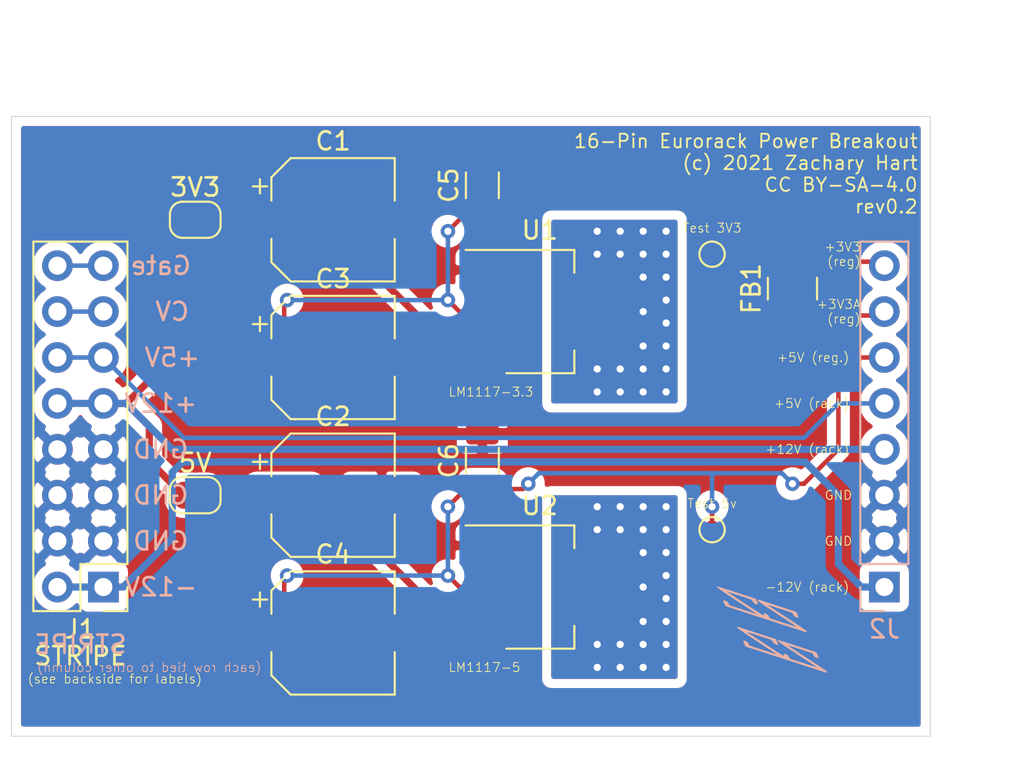
<source format=kicad_pcb>
(kicad_pcb (version 20171130) (host pcbnew "(5.1.9)-1")

  (general
    (thickness 1.6)
    (drawings 29)
    (tracks 142)
    (zones 0)
    (modules 16)
    (nets 10)
  )

  (page A4)
  (layers
    (0 F.Cu signal)
    (31 B.Cu signal)
    (32 B.Adhes user)
    (33 F.Adhes user)
    (34 B.Paste user)
    (35 F.Paste user)
    (36 B.SilkS user)
    (37 F.SilkS user)
    (38 B.Mask user)
    (39 F.Mask user)
    (40 Dwgs.User user)
    (41 Cmts.User user)
    (42 Eco1.User user)
    (43 Eco2.User user)
    (44 Edge.Cuts user)
    (45 Margin user)
    (46 B.CrtYd user)
    (47 F.CrtYd user)
    (48 B.Fab user)
    (49 F.Fab user hide)
  )

  (setup
    (last_trace_width 0.25)
    (user_trace_width 0.4)
    (trace_clearance 0.2)
    (zone_clearance 0.508)
    (zone_45_only no)
    (trace_min 0.2)
    (via_size 0.8)
    (via_drill 0.4)
    (via_min_size 0.4)
    (via_min_drill 0.3)
    (user_via 0.8 0.5)
    (uvia_size 0.3)
    (uvia_drill 0.1)
    (uvias_allowed no)
    (uvia_min_size 0.2)
    (uvia_min_drill 0.1)
    (edge_width 0.05)
    (segment_width 0.2)
    (pcb_text_width 0.3)
    (pcb_text_size 1.5 1.5)
    (mod_edge_width 0.12)
    (mod_text_size 1 1)
    (mod_text_width 0.15)
    (pad_size 1.7 1.7)
    (pad_drill 1)
    (pad_to_mask_clearance 0)
    (aux_axis_origin 0 0)
    (visible_elements 7FFFFFFF)
    (pcbplotparams
      (layerselection 0x010fc_ffffffff)
      (usegerberextensions false)
      (usegerberattributes true)
      (usegerberadvancedattributes true)
      (creategerberjobfile true)
      (excludeedgelayer true)
      (linewidth 0.100000)
      (plotframeref false)
      (viasonmask false)
      (mode 1)
      (useauxorigin false)
      (hpglpennumber 1)
      (hpglpenspeed 20)
      (hpglpendiameter 15.000000)
      (psnegative false)
      (psa4output false)
      (plotreference true)
      (plotvalue true)
      (plotinvisibletext false)
      (padsonsilk false)
      (subtractmaskfromsilk false)
      (outputformat 1)
      (mirror false)
      (drillshape 1)
      (scaleselection 1)
      (outputdirectory ""))
  )

  (net 0 "")
  (net 1 RACK_GND)
  (net 2 RACK_12V)
  (net 3 BOARD_3V3)
  (net 4 BOARD_5V)
  (net 5 BOARD_3V3A)
  (net 6 "Net-(J1-Pad15)")
  (net 7 "Net-(J1-Pad13)")
  (net 8 RACK_5V)
  (net 9 RACK_-12V)

  (net_class Default "This is the default net class."
    (clearance 0.2)
    (trace_width 0.25)
    (via_dia 0.8)
    (via_drill 0.4)
    (uvia_dia 0.3)
    (uvia_drill 0.1)
    (add_net BOARD_3V3)
    (add_net BOARD_3V3A)
    (add_net BOARD_5V)
    (add_net "Net-(J1-Pad13)")
    (add_net "Net-(J1-Pad15)")
    (add_net RACK_5V)
    (add_net RACK_GND)
  )

  (net_class "Eurorack 12V" ""
    (clearance 0.3)
    (trace_width 0.4)
    (via_dia 0.8)
    (via_drill 0.5)
    (uvia_dia 0.3)
    (uvia_drill 0.1)
    (add_net RACK_-12V)
    (add_net RACK_12V)
  )

  (module zzzzzzzz:zzzzzzzz_back_no_cu (layer F.Cu) (tedit 607A6312) (tstamp 607AC09D)
    (at 151.765 108.585)
    (fp_text reference Ref** (at 0 0) (layer F.SilkS) hide
      (effects (font (size 1.27 1.27) (thickness 0.15)))
    )
    (fp_text value Val** (at 0 0) (layer F.SilkS) hide
      (effects (font (size 1.27 1.27) (thickness 0.15)))
    )
    (fp_poly (pts (xy -2.875384 -2.064673) (xy -2.808132 -2.049785) (xy -2.707727 -2.020486) (xy -2.571143 -1.976639)
      (xy -2.545292 -1.96812) (xy -2.42923 -1.929919) (xy -2.28154 -1.881532) (xy -2.110879 -1.825785)
      (xy -1.925902 -1.765498) (xy -1.735268 -1.703497) (xy -1.547633 -1.642603) (xy -1.481208 -1.621083)
      (xy -0.792833 -1.398177) (xy -0.7245 -1.259604) (xy -0.684474 -1.175897) (xy -0.663444 -1.122763)
      (xy -0.660251 -1.093551) (xy -0.673736 -1.081607) (xy -0.693208 -1.079965) (xy -0.778672 -1.099229)
      (xy -0.863294 -1.148308) (xy -0.931928 -1.217172) (xy -0.95386 -1.252534) (xy -0.981791 -1.307063)
      (xy -1.001036 -1.343064) (xy -1.005458 -1.350342) (xy -1.026698 -1.358792) (xy -1.082416 -1.378046)
      (xy -1.166962 -1.406292) (xy -1.274683 -1.441719) (xy -1.399928 -1.482516) (xy -1.537046 -1.52687)
      (xy -1.680385 -1.572971) (xy -1.824294 -1.619005) (xy -1.963121 -1.663162) (xy -2.091214 -1.70363)
      (xy -2.202922 -1.738598) (xy -2.292593 -1.766253) (xy -2.354576 -1.784785) (xy -2.383219 -1.79238)
      (xy -2.384487 -1.792403) (xy -2.368239 -1.780387) (xy -2.320314 -1.747672) (xy -2.244463 -1.696728)
      (xy -2.144438 -1.630026) (xy -2.02399 -1.550037) (xy -1.886871 -1.459232) (xy -1.736833 -1.360083)
      (xy -1.577627 -1.255059) (xy -1.413004 -1.146633) (xy -1.246717 -1.037274) (xy -1.082518 -0.929455)
      (xy -0.924156 -0.825645) (xy -0.775385 -0.728317) (xy -0.639957 -0.63994) (xy -0.521621 -0.562987)
      (xy -0.424131 -0.499927) (xy -0.351816 -0.453599) (xy -0.290881 -0.414892) (xy -0.326222 -0.483235)
      (xy -0.349305 -0.544107) (xy -0.340743 -0.577182) (xy -0.300189 -0.583171) (xy -0.279161 -0.579191)
      (xy -0.176159 -0.54122) (xy -0.101885 -0.479771) (xy -0.056365 -0.409066) (xy -0.006545 -0.311037)
      (xy 0.763542 -0.061556) (xy 0.935306 -0.006038) (xy 1.093906 0.044978) (xy 1.234962 0.090103)
      (xy 1.354091 0.127945) (xy 1.446913 0.157114) (xy 1.509047 0.176219) (xy 1.53611 0.18387)
      (xy 1.536922 0.183921) (xy 1.520284 0.171972) (xy 1.471188 0.138893) (xy 1.392642 0.086666)
      (xy 1.287657 0.017272) (xy 1.159241 -0.067307) (xy 1.010404 -0.165089) (xy 0.844155 -0.274092)
      (xy 0.663503 -0.392336) (xy 0.471459 -0.517838) (xy 0.445173 -0.535001) (xy 0.181982 -0.707416)
      (xy -0.045487 -0.857688) (xy -0.237487 -0.985987) (xy -0.394269 -1.092489) (xy -0.516085 -1.177364)
      (xy -0.603186 -1.240785) (xy -0.655825 -1.282926) (xy -0.673729 -1.302293) (xy -0.685907 -1.343436)
      (xy -0.676172 -1.354667) (xy -0.652225 -1.34831) (xy -0.592085 -1.330103) (xy -0.499798 -1.301347)
      (xy -0.379408 -1.263338) (xy -0.234964 -1.217376) (xy -0.07051 -1.164759) (xy 0.109906 -1.106785)
      (xy 0.30224 -1.044753) (xy 0.502443 -0.979962) (xy 0.706472 -0.91371) (xy 0.910278 -0.847296)
      (xy 1.109817 -0.782018) (xy 1.180783 -0.758732) (xy 1.440815 -0.673333) (xy 1.514661 -0.526696)
      (xy 1.551226 -0.451001) (xy 1.56881 -0.404343) (xy 1.569432 -0.379003) (xy 1.556206 -0.367663)
      (xy 1.490448 -0.363508) (xy 1.417081 -0.392296) (xy 1.345298 -0.448117) (xy 1.284295 -0.525057)
      (xy 1.268979 -0.552334) (xy 1.242045 -0.602355) (xy 1.223486 -0.631742) (xy 1.21991 -0.635)
      (xy 1.198875 -0.64128) (xy 1.142256 -0.659117) (xy 1.054737 -0.687013) (xy 0.941003 -0.723465)
      (xy 0.805738 -0.766974) (xy 0.653626 -0.816039) (xy 0.528224 -0.856578) (xy 0.366493 -0.90873)
      (xy 0.218104 -0.956237) (xy 0.087717 -0.997632) (xy -0.020004 -1.031449) (xy -0.100397 -1.056223)
      (xy -0.148799 -1.070487) (xy -0.161338 -1.073384) (xy -0.14499 -1.061274) (xy -0.096222 -1.028012)
      (xy -0.018059 -0.975602) (xy 0.086477 -0.906045) (xy 0.214363 -0.821342) (xy 0.362578 -0.723495)
      (xy 0.528097 -0.614507) (xy 0.707899 -0.496378) (xy 0.89896 -0.371111) (xy 0.912721 -0.362098)
      (xy 1.158572 -0.200656) (xy 1.37018 -0.060726) (xy 1.549108 0.058771) (xy 1.696917 0.158914)
      (xy 1.815166 0.240781) (xy 1.905416 0.305449) (xy 1.969229 0.353999) (xy 2.008164 0.387508)
      (xy 2.022903 0.405041) (xy 2.03974 0.445551) (xy 2.039196 0.463917) (xy 2.037835 0.464017)
      (xy 2.01592 0.45739) (xy 1.95633 0.438512) (xy 1.861647 0.408216) (xy 1.734456 0.367337)
      (xy 1.577342 0.316711) (xy 1.392886 0.257171) (xy 1.183675 0.189554) (xy 0.952291 0.114692)
      (xy 0.701318 0.033422) (xy 0.433341 -0.053422) (xy 0.150942 -0.145005) (xy -0.143293 -0.240494)
      (xy -0.211667 -0.262692) (xy -2.44475 -0.987752) (xy -2.512947 -1.113001) (xy -2.558827 -1.203517)
      (xy -2.579926 -1.263595) (xy -2.576257 -1.297108) (xy -2.54783 -1.307933) (xy -2.513542 -1.304152)
      (xy -2.41755 -1.267226) (xy -2.336007 -1.19494) (xy -2.286105 -1.123235) (xy -2.233083 -1.033798)
      (xy -1.465792 -0.784256) (xy -1.294545 -0.728698) (xy -1.136603 -0.677716) (xy -0.996326 -0.6327)
      (xy -0.878077 -0.595037) (xy -0.786217 -0.566115) (xy -0.725109 -0.547322) (xy -0.699114 -0.540048)
      (xy -0.6985 -0.540062) (xy -0.715733 -0.552248) (xy -0.765386 -0.585499) (xy -0.84439 -0.637801)
      (xy -0.949677 -0.70714) (xy -1.07818 -0.791502) (xy -1.226828 -0.888872) (xy -1.392555 -0.997236)
      (xy -1.572292 -1.114579) (xy -1.762125 -1.238337) (xy -1.95461 -1.364073) (xy -2.137464 -1.484166)
      (xy -2.307425 -1.596433) (xy -2.461232 -1.698687) (xy -2.595624 -1.788745) (xy -2.626632 -1.80975)
      (xy -2.434167 -1.80975) (xy -2.423583 -1.799167) (xy -2.413 -1.80975) (xy -2.423583 -1.820333)
      (xy -2.434167 -1.80975) (xy -2.626632 -1.80975) (xy -2.707339 -1.86442) (xy -2.793116 -1.923529)
      (xy -2.849693 -1.963886) (xy -2.873375 -1.982812) (xy -2.908478 -2.024218) (xy -2.922531 -2.051753)
      (xy -2.912508 -2.065283) (xy -2.875384 -2.064673)) (layer B.Mask) (width 0.01))
    (fp_poly (pts (xy -1.792935 0.160738) (xy -1.735379 0.177473) (xy -1.645073 0.204962) (xy -1.525769 0.24203)
      (xy -1.381219 0.287499) (xy -1.215175 0.340193) (xy -1.031387 0.398935) (xy -0.833608 0.46255)
      (xy -0.746956 0.49054) (xy 0.312149 0.833075) (xy 0.378324 0.967271) (xy 0.411209 1.036722)
      (xy 0.434899 1.092026) (xy 0.444479 1.121673) (xy 0.4445 1.122234) (xy 0.427172 1.139704)
      (xy 0.383636 1.141893) (xy 0.326566 1.130266) (xy 0.268634 1.106291) (xy 0.259116 1.100792)
      (xy 0.206469 1.054794) (xy 0.158212 0.990607) (xy 0.14614 0.968579) (xy 0.102131 0.878417)
      (xy -0.599042 0.651871) (xy -0.762715 0.59914) (xy -0.913039 0.551) (xy -1.045415 0.508901)
      (xy -1.155245 0.474293) (xy -1.237933 0.448626) (xy -1.288879 0.433349) (xy -1.303795 0.429621)
      (xy -1.287424 0.441644) (xy -1.239317 0.474268) (xy -1.16324 0.525032) (xy -1.062957 0.591474)
      (xy -0.942231 0.671134) (xy -0.804828 0.761549) (xy -0.654512 0.860259) (xy -0.495046 0.964803)
      (xy -0.330197 1.072717) (xy -0.163727 1.181543) (xy 0.000598 1.288817) (xy 0.159015 1.392079)
      (xy 0.307758 1.488867) (xy 0.443064 1.576719) (xy 0.561168 1.653176) (xy 0.658305 1.715775)
      (xy 0.730712 1.762054) (xy 0.774623 1.789553) (xy 0.786431 1.796324) (xy 0.796854 1.789022)
      (xy 0.785222 1.760674) (xy 0.760623 1.698757) (xy 0.767913 1.663809) (xy 0.807522 1.655572)
      (xy 0.879882 1.673789) (xy 0.910752 1.685454) (xy 0.9734 1.719572) (xy 1.019652 1.771033)
      (xy 1.04814 1.821104) (xy 1.07985 1.87769) (xy 1.112632 1.913778) (xy 1.159906 1.939903)
      (xy 1.232335 1.965701) (xy 1.461612 2.04039) (xy 1.679613 2.111062) (xy 1.882989 2.176654)
      (xy 2.068393 2.236102) (xy 2.232476 2.288345) (xy 2.371891 2.332317) (xy 2.48329 2.366957)
      (xy 2.563324 2.391202) (xy 2.608646 2.403987) (xy 2.617897 2.405658) (xy 2.601809 2.393297)
      (xy 2.55326 2.359846) (xy 2.47527 2.307307) (xy 2.37086 2.237681) (xy 2.243049 2.15297)
      (xy 2.094858 2.055174) (xy 1.929307 1.946296) (xy 1.749416 1.828336) (xy 1.558205 1.703297)
      (xy 1.544069 1.694066) (xy 1.35103 1.567599) (xy 1.168339 1.447095) (xy 0.99913 1.334672)
      (xy 0.846536 1.232452) (xy 0.71369 1.142556) (xy 0.603724 1.067103) (xy 0.519771 1.008215)
      (xy 0.464964 0.968011) (xy 0.442437 0.948612) (xy 0.442255 0.948305) (xy 0.427507 0.908676)
      (xy 0.427252 0.890937) (xy 0.448049 0.894026) (xy 0.505325 0.909152) (xy 0.595334 0.93517)
      (xy 0.714327 0.970932) (xy 0.858555 1.015293) (xy 1.024271 1.067108) (xy 1.207726 1.125228)
      (xy 1.405173 1.188509) (xy 1.489775 1.215834) (xy 2.545633 1.557614) (xy 2.617622 1.70041)
      (xy 2.650629 1.771495) (xy 2.672007 1.828731) (xy 2.677825 1.861322) (xy 2.677008 1.863597)
      (xy 2.649518 1.874238) (xy 2.607494 1.870609) (xy 2.500894 1.82665) (xy 2.418277 1.753744)
      (xy 2.381233 1.693295) (xy 2.342711 1.607869) (xy 1.652897 1.3835) (xy 1.489921 1.330373)
      (xy 1.339758 1.281198) (xy 1.207156 1.237547) (xy 1.096863 1.200993) (xy 1.013628 1.173108)
      (xy 0.9622 1.155464) (xy 0.947208 1.149816) (xy 0.931559 1.14837) (xy 0.931333 1.149801)
      (xy 0.948553 1.162723) (xy 0.998191 1.196774) (xy 1.077216 1.249945) (xy 1.182599 1.320226)
      (xy 1.311308 1.405607) (xy 1.460311 1.504076) (xy 1.62658 1.613625) (xy 1.807082 1.732244)
      (xy 1.998786 1.857921) (xy 2.017887 1.870427) (xy 2.276604 2.040358) (xy 2.499958 2.188265)
      (xy 2.688503 2.314531) (xy 2.842794 2.419537) (xy 2.963386 2.503665) (xy 3.050833 2.567297)
      (xy 3.10569 2.610815) (xy 3.128512 2.634601) (xy 3.128683 2.63496) (xy 3.142301 2.67413)
      (xy 3.132475 2.686874) (xy 3.126921 2.687018) (xy 3.103417 2.680443) (xy 3.042524 2.661672)
      (xy 2.947104 2.631624) (xy 2.820017 2.591217) (xy 2.664126 2.541369) (xy 2.482291 2.483001)
      (xy 2.29773 2.423583) (xy 2.645833 2.423583) (xy 2.656417 2.434167) (xy 2.667 2.423583)
      (xy 2.656417 2.413) (xy 2.645833 2.423583) (xy 2.29773 2.423583) (xy 2.277375 2.41703)
      (xy 2.052239 2.344375) (xy 1.809744 2.265955) (xy 1.552752 2.182688) (xy 1.284125 2.095494)
      (xy 1.248833 2.084027) (xy 0.969344 1.993225) (xy 0.694359 1.903923) (xy 0.427491 1.817291)
      (xy 0.172355 1.734503) (xy -0.067434 1.656729) (xy -0.288264 1.58514) (xy -0.48652 1.52091)
      (xy -0.658587 1.465209) (xy -0.800853 1.419209) (xy -0.909702 1.384082) (xy -0.975725 1.362854)
      (xy -1.3482 1.243522) (xy -1.414933 1.108193) (xy -1.447969 1.03846) (xy -1.471833 0.982857)
      (xy -1.481633 0.952832) (xy -1.481667 0.952099) (xy -1.464339 0.934629) (xy -1.420803 0.93244)
      (xy -1.363733 0.944067) (xy -1.305801 0.968042) (xy -1.296283 0.973541) (xy -1.243855 1.019432)
      (xy -1.195619 1.08371) (xy -1.18311 1.106579) (xy -1.138905 1.197566) (xy -0.374209 1.444234)
      (xy -0.202985 1.499318) (xy -0.044898 1.549893) (xy 0.095645 1.59457) (xy 0.214235 1.631961)
      (xy 0.306466 1.660676) (xy 0.367929 1.679327) (xy 0.394218 1.686526) (xy 0.394862 1.686527)
      (xy 0.378417 1.67452) (xy 0.329508 1.641414) (xy 0.251153 1.589196) (xy 0.146371 1.519856)
      (xy 0.018181 1.435383) (xy -0.1304 1.337764) (xy -0.296352 1.228989) (xy -0.476658 1.111047)
      (xy -0.668298 0.985927) (xy -0.687553 0.973367) (xy -0.924775 0.818328) (xy -1.128477 0.684383)
      (xy -1.300874 0.569928) (xy -1.444178 0.473356) (xy -1.560602 0.393061) (xy -1.652359 0.327439)
      (xy -1.721661 0.274881) (xy -1.770723 0.233784) (xy -1.801757 0.20254) (xy -1.816976 0.179545)
      (xy -1.818593 0.163191) (xy -1.81399 0.155934) (xy -1.792935 0.160738)) (layer B.Mask) (width 0.01))
    (fp_poly (pts (xy -3.50858 -3.203619) (xy -3.4512 -3.186713) (xy -3.361052 -3.159067) (xy -3.241882 -3.12186)
      (xy -3.097433 -3.076271) (xy -2.931451 -3.023477) (xy -2.74768 -2.964659) (xy -2.549864 -2.900994)
      (xy -2.461651 -2.872497) (xy -1.400823 -2.529417) (xy -1.331275 -2.386445) (xy -1.293099 -2.300213)
      (xy -1.279803 -2.245725) (xy -1.2926 -2.219624) (xy -1.332702 -2.218552) (xy -1.386417 -2.233858)
      (xy -1.470545 -2.277409) (xy -1.540271 -2.348532) (xy -1.588958 -2.425982) (xy -1.60051 -2.443439)
      (xy -1.617947 -2.460066) (xy -1.645479 -2.477526) (xy -1.687319 -2.497481) (xy -1.747679 -2.521591)
      (xy -1.83077 -2.551521) (xy -1.940805 -2.588931) (xy -2.081994 -2.635483) (xy -2.25855 -2.692841)
      (xy -2.29552 -2.704799) (xy -2.456007 -2.756376) (xy -2.603288 -2.803106) (xy -2.732633 -2.843537)
      (xy -2.839308 -2.876212) (xy -2.918581 -2.899678) (xy -2.965722 -2.91248) (xy -2.977097 -2.914293)
      (xy -2.961398 -2.901554) (xy -2.913301 -2.867749) (xy -2.835873 -2.814928) (xy -2.732181 -2.745138)
      (xy -2.605293 -2.660428) (xy -2.458278 -2.562848) (xy -2.294201 -2.454444) (xy -2.116131 -2.337266)
      (xy -1.94535 -2.225284) (xy -1.757886 -2.103011) (xy -1.581797 -1.989023) (xy -1.420104 -1.885216)
      (xy -1.275826 -1.793486) (xy -1.151984 -1.715732) (xy -1.051596 -1.653851) (xy -0.977684 -1.609738)
      (xy -0.933268 -1.585293) (xy -0.921079 -1.581874) (xy -0.946281 -1.657685) (xy -0.944577 -1.701596)
      (xy -0.919317 -1.7145) (xy -0.837896 -1.696235) (xy -0.756115 -1.647949) (xy -0.688084 -1.579401)
      (xy -0.661373 -1.536052) (xy -0.615616 -1.441869) (xy 0.138727 -1.195691) (xy 0.30877 -1.140441)
      (xy 0.465788 -1.089891) (xy 0.605332 -1.045437) (xy 0.722952 -1.008477) (xy 0.814198 -0.980408)
      (xy 0.874619 -0.962626) (xy 0.899766 -0.95653) (xy 0.900187 -0.956632) (xy 0.884255 -0.969131)
      (xy 0.835876 -1.002651) (xy 0.75811 -1.055162) (xy 0.654018 -1.124637) (xy 0.52666 -1.209046)
      (xy 0.379096 -1.306361) (xy 0.214389 -1.414552) (xy 0.035597 -1.531591) (xy -0.144306 -1.648992)
      (xy -0.335689 -1.774032) (xy -0.517438 -1.893422) (xy -0.686272 -2.004963) (xy -0.83891 -2.106456)
      (xy -0.972068 -2.195703) (xy -0.995997 -2.211917) (xy -0.804333 -2.211917) (xy -0.79375 -2.201333)
      (xy -0.783167 -2.211917) (xy -0.79375 -2.2225) (xy -0.804333 -2.211917) (xy -0.995997 -2.211917)
      (xy -1.082466 -2.270506) (xy -1.166822 -2.328665) (xy -1.221855 -2.367983) (xy -1.243542 -2.385381)
      (xy -1.280524 -2.429101) (xy -1.293581 -2.457199) (xy -1.279888 -2.46974) (xy -1.236621 -2.466789)
      (xy -1.160957 -2.448414) (xy -1.050071 -2.414679) (xy -0.978958 -2.391551) (xy -0.883865 -2.360314)
      (xy -0.755719 -2.318383) (xy -0.601742 -2.268113) (xy -0.429154 -2.211857) (xy -0.245175 -2.151969)
      (xy -0.057025 -2.090804) (xy 0.085031 -2.044679) (xy 0.836812 -1.800724) (xy 0.905239 -1.661961)
      (xy 0.938729 -1.591375) (xy 0.963115 -1.534873) (xy 0.973573 -1.503712) (xy 0.973667 -1.502433)
      (xy 0.956571 -1.484228) (xy 0.908847 -1.48766) (xy 0.83584 -1.512048) (xy 0.809916 -1.5233)
      (xy 0.740036 -1.566078) (xy 0.690626 -1.627824) (xy 0.6736 -1.66002) (xy 0.663198 -1.683625)
      (xy 0.655049 -1.702937) (xy 0.645458 -1.719487) (xy 0.630729 -1.73481) (xy 0.607167 -1.750438)
      (xy 0.571077 -1.767905) (xy 0.518764 -1.788743) (xy 0.446533 -1.814485) (xy 0.350688 -1.846665)
      (xy 0.227535 -1.886815) (xy 0.073377 -1.936469) (xy -0.115479 -1.997159) (xy -0.220635 -2.031013)
      (xy -0.362027 -2.076272) (xy -0.489591 -2.116513) (xy -0.59798 -2.150096) (xy -0.681846 -2.175383)
      (xy -0.73584 -2.190735) (xy -0.754582 -2.194641) (xy -0.738517 -2.182254) (xy -0.690008 -2.148763)
      (xy -0.61208 -2.096173) (xy -0.507756 -2.026492) (xy -0.380059 -1.941727) (xy -0.232014 -1.843884)
      (xy -0.066644 -1.734971) (xy 0.113026 -1.616994) (xy 0.303974 -1.491961) (xy 0.31507 -1.484705)
      (xy 0.577932 -1.312218) (xy 0.805034 -1.161866) (xy 0.996342 -1.033673) (xy 1.151822 -0.927662)
      (xy 1.27144 -0.843857) (xy 1.35516 -0.782282) (xy 1.402948 -0.74296) (xy 1.414771 -0.729249)
      (xy 1.427971 -0.69178) (xy 1.416621 -0.679536) (xy 1.401838 -0.679332) (xy 1.375647 -0.686096)
      (xy 1.312813 -0.704898) (xy 1.216919 -0.734598) (xy 1.091551 -0.774058) (xy 0.940296 -0.822136)
      (xy 0.766737 -0.877693) (xy 0.574461 -0.939589) (xy 0.367053 -1.006684) (xy 0.148099 -1.077839)
      (xy 0.137583 -1.081264) (xy -0.121542 -1.165662) (xy -0.40079 -1.256585) (xy -0.691803 -1.351314)
      (xy -0.986227 -1.44713) (xy -1.275706 -1.541313) (xy -1.551883 -1.631146) (xy -1.806402 -1.713909)
      (xy -2.030909 -1.786883) (xy -2.076435 -1.801676) (xy -3.062787 -2.122154) (xy -3.129477 -2.257395)
      (xy -3.169818 -2.341855) (xy -3.189894 -2.395062) (xy -3.18936 -2.423114) (xy -3.167869 -2.432112)
      (xy -3.125077 -2.428156) (xy -3.119845 -2.42732) (xy -3.020189 -2.396016) (xy -2.945706 -2.335206)
      (xy -2.896595 -2.256831) (xy -2.852525 -2.166123) (xy -2.090341 -1.918289) (xy -1.919412 -1.862914)
      (xy -1.761547 -1.812168) (xy -1.621167 -1.76744) (xy -1.502691 -1.730122) (xy -1.41054 -1.701604)
      (xy -1.349134 -1.683278) (xy -1.322894 -1.676535) (xy -1.322269 -1.676602) (xy -1.338444 -1.688924)
      (xy -1.387095 -1.72233) (xy -1.465208 -1.774827) (xy -1.569771 -1.844422) (xy -1.69777 -1.929121)
      (xy -1.846191 -2.02693) (xy -2.01202 -2.135855) (xy -2.192246 -2.253904) (xy -2.383853 -2.379082)
      (xy -2.403398 -2.391833) (xy -2.640556 -2.546863) (xy -2.844198 -2.680793) (xy -3.016539 -2.795226)
      (xy -3.15979 -2.891769) (xy -3.21752 -2.931583) (xy -3.026833 -2.931583) (xy -3.01625 -2.921)
      (xy -3.005667 -2.931583) (xy -3.01625 -2.942167) (xy -3.026833 -2.931583) (xy -3.21752 -2.931583)
      (xy -3.276166 -2.972028) (xy -3.367879 -3.037607) (xy -3.437143 -3.090112) (xy -3.486171 -3.131148)
      (xy -3.517176 -3.162321) (xy -3.532372 -3.185236) (xy -3.533971 -3.201498) (xy -3.529449 -3.208607)
      (xy -3.50858 -3.203619)) (layer B.SilkS) (width 0.01))
    (fp_poly (pts (xy -2.384755 -0.967264) (xy -2.323486 -0.94886) (xy -2.229494 -0.919656) (xy -2.106527 -0.880858)
      (xy -1.958335 -0.833669) (xy -1.788665 -0.779293) (xy -1.601268 -0.718933) (xy -1.399892 -0.653794)
      (xy -1.188285 -0.585079) (xy -0.970197 -0.513992) (xy -0.749376 -0.441737) (xy -0.586633 -0.388296)
      (xy -0.294849 -0.292328) (xy -0.220149 -0.143995) (xy -0.186346 -0.073011) (xy -0.163531 -0.017468)
      (xy -0.155624 0.012839) (xy -0.156405 0.015293) (xy -0.187691 0.021214) (xy -0.241517 0.01175)
      (xy -0.302912 -0.008858) (xy -0.356906 -0.03637) (xy -0.36886 -0.044891) (xy -0.415208 -0.093133)
      (xy -0.458677 -0.156419) (xy -0.46573 -0.169458) (xy -0.502589 -0.225586) (xy -0.55217 -0.261371)
      (xy -0.608015 -0.283) (xy -0.893073 -0.375293) (xy -1.139332 -0.45484) (xy -1.348216 -0.522095)
      (xy -1.521152 -0.57751) (xy -1.659562 -0.62154) (xy -1.764871 -0.654637) (xy -1.838505 -0.677255)
      (xy -1.881887 -0.689847) (xy -1.896416 -0.692906) (xy -1.880107 -0.680753) (xy -1.831408 -0.647476)
      (xy -1.753373 -0.595101) (xy -1.649057 -0.52565) (xy -1.521513 -0.441148) (xy -1.373797 -0.343618)
      (xy -1.208962 -0.235083) (xy -1.030063 -0.117569) (xy -0.84515 0.003632) (xy -0.618096 0.152031)
      (xy -0.424174 0.278149) (xy -0.261333 0.383249) (xy -0.127521 0.468593) (xy -0.020689 0.535444)
      (xy 0.061215 0.585063) (xy 0.120242 0.618714) (xy 0.158443 0.637659) (xy 0.177869 0.64316)
      (xy 0.180571 0.636479) (xy 0.179602 0.634391) (xy 0.153605 0.575027) (xy 0.154586 0.542649)
      (xy 0.18434 0.530214) (xy 0.206375 0.529246) (xy 0.289986 0.548808) (xy 0.369499 0.60171)
      (xy 0.433424 0.679609) (xy 0.446396 0.703587) (xy 0.490275 0.79375) (xy 1.255261 1.041279)
      (xy 1.426507 1.096531) (xy 1.584635 1.147248) (xy 1.725238 1.192039) (xy 1.843909 1.229512)
      (xy 1.936242 1.258278) (xy 1.99783 1.276947) (xy 2.024265 1.284127) (xy 2.024936 1.284119)
      (xy 2.008545 1.272061) (xy 1.959683 1.238912) (xy 1.881368 1.186663) (xy 1.776619 1.117302)
      (xy 1.648452 1.032818) (xy 1.499887 0.9352) (xy 1.333942 0.826438) (xy 1.153634 0.708521)
      (xy 0.961982 0.583437) (xy 0.942789 0.570924) (xy 0.705662 0.416014) (xy 0.502049 0.282193)
      (xy 0.329733 0.167847) (xy 0.186495 0.071367) (xy 0.070116 -0.008859) (xy -0.021623 -0.074441)
      (xy -0.09094 -0.12699) (xy -0.140054 -0.168119) (xy -0.171184 -0.199436) (xy -0.186547 -0.222554)
      (xy -0.188364 -0.239082) (xy -0.183519 -0.24687) (xy -0.162345 -0.242174) (xy -0.104684 -0.225511)
      (xy -0.01429 -0.198061) (xy 0.105082 -0.160999) (xy 0.24968 -0.115504) (xy 0.415748 -0.062751)
      (xy 0.599532 -0.00392) (xy 0.797278 0.059814) (xy 0.883514 0.087735) (xy 1.941982 0.430906)
      (xy 2.008157 0.565104) (xy 2.041042 0.634554) (xy 2.064732 0.689859) (xy 2.074313 0.719506)
      (xy 2.074333 0.720067) (xy 2.057005 0.737537) (xy 2.01347 0.739726) (xy 1.956399 0.7281)
      (xy 1.898467 0.704124) (xy 1.888949 0.698625) (xy 1.836303 0.652627) (xy 1.788047 0.588439)
      (xy 1.775977 0.566412) (xy 1.731973 0.47625) (xy 1.031026 0.249474) (xy 0.867384 0.19669)
      (xy 0.717082 0.148514) (xy 0.584719 0.106397) (xy 0.474895 0.07179) (xy 0.392208 0.046142)
      (xy 0.341257 0.030905) (xy 0.326335 0.027224) (xy 0.342885 0.039262) (xy 0.391873 0.072387)
      (xy 0.470257 0.124593) (xy 0.574994 0.193877) (xy 0.703042 0.278234) (xy 0.851357 0.37566)
      (xy 1.016897 0.484149) (xy 1.196619 0.601699) (xy 1.387481 0.726304) (xy 1.393531 0.73025)
      (xy 1.586218 0.856127) (xy 1.76901 0.97593) (xy 1.938703 1.087532) (xy 2.092092 1.188807)
      (xy 2.225972 1.277629) (xy 2.337139 1.351871) (xy 2.422386 1.409408) (xy 2.47851 1.448114)
      (xy 2.502236 1.465792) (xy 2.52895 1.503359) (xy 2.540208 1.540785) (xy 2.532747 1.56331)
      (xy 2.524125 1.564875) (xy 2.502285 1.558267) (xy 2.442773 1.539397) (xy 2.348173 1.509098)
      (xy 2.221069 1.468206) (xy 2.064045 1.417558) (xy 1.879685 1.357989) (xy 1.670573 1.290333)
      (xy 1.439293 1.215428) (xy 1.188428 1.134109) (xy 0.920563 1.04721) (xy 0.638281 0.955569)
      (xy 0.344167 0.860019) (xy 0.277288 0.838283) (xy -1.953674 0.11315) (xy -2.025309 -0.028945)
      (xy -2.058216 -0.099858) (xy -2.07947 -0.156914) (xy -2.085134 -0.189283) (xy -2.084342 -0.191431)
      (xy -2.054976 -0.202003) (xy -1.999648 -0.193848) (xy -1.929238 -0.169096) (xy -1.899884 -0.155327)
      (xy -1.855967 -0.119171) (xy -1.810843 -0.060864) (xy -1.792706 -0.029393) (xy -1.743561 0.067309)
      (xy -0.972983 0.318301) (xy -0.80118 0.374124) (xy -0.642505 0.425415) (xy -0.50134 0.470781)
      (xy -0.382065 0.508824) (xy -0.289061 0.538148) (xy -0.226709 0.557357) (xy -0.19939 0.565056)
      (xy -0.198523 0.565105) (xy -0.215056 0.553124) (xy -0.264051 0.520015) (xy -0.342502 0.467758)
      (xy -0.447402 0.398337) (xy -0.575746 0.313732) (xy -0.724526 0.215924) (xy -0.890736 0.106895)
      (xy -1.07137 -0.011373) (xy -1.263422 -0.136899) (xy -1.290288 -0.154442) (xy -1.55592 -0.328485)
      (xy -1.785587 -0.480264) (xy -1.979319 -0.6098) (xy -2.137144 -0.717113) (xy -2.259091 -0.802222)
      (xy -2.34519 -0.865148) (xy -2.39547 -0.90591) (xy -2.409597 -0.921734) (xy -2.422663 -0.961217)
      (xy -2.411266 -0.97362) (xy -2.409553 -0.973667) (xy -2.384755 -0.967264)) (layer B.SilkS) (width 0.01))
  )

  (module TestPoint:TestPoint_Pad_D1.0mm (layer F.Cu) (tedit 6079415A) (tstamp 60794984)
    (at 147.955 86.995)
    (descr "SMD pad as test Point, diameter 1.0mm")
    (tags "test point SMD pad")
    (attr virtual)
    (fp_text reference "Test 3V3" (at 0 -1.448) (layer F.SilkS)
      (effects (font (size 0.5 0.5) (thickness 0.05)))
    )
    (fp_text value TestPoint_Pad_D1.0mm (at 0 1.55) (layer F.Fab)
      (effects (font (size 1 1) (thickness 0.15)))
    )
    (fp_circle (center 0 0) (end 0 0.7) (layer F.SilkS) (width 0.12))
    (fp_circle (center 0 0) (end 1 0) (layer F.CrtYd) (width 0.05))
    (fp_text user %R (at 0 -1.45) (layer F.Fab)
      (effects (font (size 0.5 0.5) (thickness 0.05)))
    )
    (pad 1 smd circle (at 0 0) (size 1 1) (layers F.Cu F.Mask)
      (net 3 BOARD_3V3))
  )

  (module TestPoint:TestPoint_Pad_D1.0mm (layer F.Cu) (tedit 60794168) (tstamp 607949A8)
    (at 147.955 102.235)
    (descr "SMD pad as test Point, diameter 1.0mm")
    (tags "test point SMD pad")
    (attr virtual)
    (fp_text reference "Test 5v" (at 0 -1.448) (layer F.SilkS)
      (effects (font (size 0.5 0.5) (thickness 0.05)))
    )
    (fp_text value TestPoint_Pad_D1.0mm (at 0 1.55) (layer F.Fab)
      (effects (font (size 1 1) (thickness 0.15)))
    )
    (fp_circle (center 0 0) (end 0 0.7) (layer F.SilkS) (width 0.12))
    (fp_circle (center 0 0) (end 1 0) (layer F.CrtYd) (width 0.05))
    (fp_text user %R (at 0 -1.45) (layer F.Fab)
      (effects (font (size 0.5 0.5) (thickness 0.05)))
    )
    (pad 1 smd circle (at 0 0) (size 1 1) (layers F.Cu F.Mask)
      (net 4 BOARD_5V))
  )

  (module Jumper:SolderJumper-2_P1.3mm_Bridged_RoundedPad1.0x1.5mm (layer F.Cu) (tedit 6078EE89) (tstamp 607987EA)
    (at 119.38 100.33)
    (descr "SMD Solder Jumper, 1x1.5mm, rounded Pads, 0.3mm gap, bridged with 1 copper strip")
    (tags "solder jumper open")
    (attr virtual)
    (fp_text reference 5V (at 0 -1.8) (layer F.SilkS)
      (effects (font (size 1 1) (thickness 0.15)))
    )
    (fp_text value SolderJumper-2_P1.3mm_Bridged_RoundedPad1.0x1.5mm (at 0 1.9) (layer F.Fab)
      (effects (font (size 1 1) (thickness 0.15)))
    )
    (fp_poly (pts (xy 0.25 -0.3) (xy -0.25 -0.3) (xy -0.25 0.3) (xy 0.25 0.3)) (layer F.Cu) (width 0))
    (fp_line (start 1.65 1.25) (end -1.65 1.25) (layer F.CrtYd) (width 0.05))
    (fp_line (start 1.65 1.25) (end 1.65 -1.25) (layer F.CrtYd) (width 0.05))
    (fp_line (start -1.65 -1.25) (end -1.65 1.25) (layer F.CrtYd) (width 0.05))
    (fp_line (start -1.65 -1.25) (end 1.65 -1.25) (layer F.CrtYd) (width 0.05))
    (fp_line (start -0.7 -1) (end 0.7 -1) (layer F.SilkS) (width 0.12))
    (fp_line (start 1.4 -0.3) (end 1.4 0.3) (layer F.SilkS) (width 0.12))
    (fp_line (start 0.7 1) (end -0.7 1) (layer F.SilkS) (width 0.12))
    (fp_line (start -1.4 0.3) (end -1.4 -0.3) (layer F.SilkS) (width 0.12))
    (fp_arc (start -0.7 -0.3) (end -0.7 -1) (angle -90) (layer F.SilkS) (width 0.12))
    (fp_arc (start -0.7 0.3) (end -1.4 0.3) (angle -90) (layer F.SilkS) (width 0.12))
    (fp_arc (start 0.7 0.3) (end 0.7 1) (angle -90) (layer F.SilkS) (width 0.12))
    (fp_arc (start 0.7 -0.3) (end 1.4 -0.3) (angle -90) (layer F.SilkS) (width 0.12))
    (pad 1 smd custom (at -0.65 0) (size 1 0.5) (layers F.Cu F.Mask)
      (net 2 RACK_12V) (zone_connect 2)
      (options (clearance outline) (anchor rect))
      (primitives
        (gr_circle (center 0 0.25) (end 0.5 0.25) (width 0))
        (gr_circle (center 0 -0.25) (end 0.5 -0.25) (width 0))
        (gr_poly (pts
           (xy 0 -0.75) (xy 0.5 -0.75) (xy 0.5 0.75) (xy 0 0.75)) (width 0))
      ))
    (pad 2 smd custom (at 0.65 0) (size 1 0.5) (layers F.Cu F.Mask)
      (net 2 RACK_12V) (zone_connect 2)
      (options (clearance outline) (anchor rect))
      (primitives
        (gr_circle (center 0 0.25) (end 0.5 0.25) (width 0))
        (gr_circle (center 0 -0.25) (end 0.5 -0.25) (width 0))
        (gr_poly (pts
           (xy 0 -0.75) (xy -0.5 -0.75) (xy -0.5 0.75) (xy 0 0.75)) (width 0))
      ))
  )

  (module Jumper:SolderJumper-2_P1.3mm_Bridged_RoundedPad1.0x1.5mm (layer F.Cu) (tedit 6078EEA5) (tstamp 6079878F)
    (at 119.38 85.09)
    (descr "SMD Solder Jumper, 1x1.5mm, rounded Pads, 0.3mm gap, bridged with 1 copper strip")
    (tags "solder jumper open")
    (attr virtual)
    (fp_text reference 3V3 (at 0 -1.8) (layer F.SilkS)
      (effects (font (size 1 1) (thickness 0.15)))
    )
    (fp_text value SolderJumper-2_P1.3mm_Bridged_RoundedPad1.0x1.5mm (at 0 1.9) (layer F.Fab)
      (effects (font (size 1 1) (thickness 0.15)))
    )
    (fp_poly (pts (xy 0.25 -0.3) (xy -0.25 -0.3) (xy -0.25 0.3) (xy 0.25 0.3)) (layer F.Cu) (width 0))
    (fp_line (start 1.65 1.25) (end -1.65 1.25) (layer F.CrtYd) (width 0.05))
    (fp_line (start 1.65 1.25) (end 1.65 -1.25) (layer F.CrtYd) (width 0.05))
    (fp_line (start -1.65 -1.25) (end -1.65 1.25) (layer F.CrtYd) (width 0.05))
    (fp_line (start -1.65 -1.25) (end 1.65 -1.25) (layer F.CrtYd) (width 0.05))
    (fp_line (start -0.7 -1) (end 0.7 -1) (layer F.SilkS) (width 0.12))
    (fp_line (start 1.4 -0.3) (end 1.4 0.3) (layer F.SilkS) (width 0.12))
    (fp_line (start 0.7 1) (end -0.7 1) (layer F.SilkS) (width 0.12))
    (fp_line (start -1.4 0.3) (end -1.4 -0.3) (layer F.SilkS) (width 0.12))
    (fp_arc (start -0.7 -0.3) (end -0.7 -1) (angle -90) (layer F.SilkS) (width 0.12))
    (fp_arc (start -0.7 0.3) (end -1.4 0.3) (angle -90) (layer F.SilkS) (width 0.12))
    (fp_arc (start 0.7 0.3) (end 0.7 1) (angle -90) (layer F.SilkS) (width 0.12))
    (fp_arc (start 0.7 -0.3) (end 1.4 -0.3) (angle -90) (layer F.SilkS) (width 0.12))
    (pad 1 smd custom (at -0.65 0) (size 1 0.5) (layers F.Cu F.Mask)
      (net 2 RACK_12V) (zone_connect 2)
      (options (clearance outline) (anchor rect))
      (primitives
        (gr_circle (center 0 0.25) (end 0.5 0.25) (width 0))
        (gr_circle (center 0 -0.25) (end 0.5 -0.25) (width 0))
        (gr_poly (pts
           (xy 0 -0.75) (xy 0.5 -0.75) (xy 0.5 0.75) (xy 0 0.75)) (width 0))
      ))
    (pad 2 smd custom (at 0.65 0) (size 1 0.5) (layers F.Cu F.Mask)
      (net 2 RACK_12V) (zone_connect 2)
      (options (clearance outline) (anchor rect))
      (primitives
        (gr_circle (center 0 0.25) (end 0.5 0.25) (width 0))
        (gr_circle (center 0 -0.25) (end 0.5 -0.25) (width 0))
        (gr_poly (pts
           (xy 0 -0.75) (xy -0.5 -0.75) (xy -0.5 0.75) (xy 0 0.75)) (width 0))
      ))
  )

  (module Package_TO_SOT_SMD:SOT-223-3_TabPin2 (layer F.Cu) (tedit 5A02FF57) (tstamp 6078F6DB)
    (at 138.43 105.41)
    (descr "module CMS SOT223 4 pins")
    (tags "CMS SOT")
    (path /607A11BA)
    (attr smd)
    (fp_text reference U2 (at 0 -4.5) (layer F.SilkS)
      (effects (font (size 1 1) (thickness 0.15)))
    )
    (fp_text value LM1117-5.0 (at 0 4.5) (layer F.Fab)
      (effects (font (size 1 1) (thickness 0.15)))
    )
    (fp_line (start 1.85 -3.35) (end 1.85 3.35) (layer F.Fab) (width 0.1))
    (fp_line (start -1.85 3.35) (end 1.85 3.35) (layer F.Fab) (width 0.1))
    (fp_line (start -4.1 -3.41) (end 1.91 -3.41) (layer F.SilkS) (width 0.12))
    (fp_line (start -0.85 -3.35) (end 1.85 -3.35) (layer F.Fab) (width 0.1))
    (fp_line (start -1.85 3.41) (end 1.91 3.41) (layer F.SilkS) (width 0.12))
    (fp_line (start -1.85 -2.35) (end -1.85 3.35) (layer F.Fab) (width 0.1))
    (fp_line (start -1.85 -2.35) (end -0.85 -3.35) (layer F.Fab) (width 0.1))
    (fp_line (start -4.4 -3.6) (end -4.4 3.6) (layer F.CrtYd) (width 0.05))
    (fp_line (start -4.4 3.6) (end 4.4 3.6) (layer F.CrtYd) (width 0.05))
    (fp_line (start 4.4 3.6) (end 4.4 -3.6) (layer F.CrtYd) (width 0.05))
    (fp_line (start 4.4 -3.6) (end -4.4 -3.6) (layer F.CrtYd) (width 0.05))
    (fp_line (start 1.91 -3.41) (end 1.91 -2.15) (layer F.SilkS) (width 0.12))
    (fp_line (start 1.91 3.41) (end 1.91 2.15) (layer F.SilkS) (width 0.12))
    (fp_text user %R (at 0 0 90) (layer F.Fab)
      (effects (font (size 0.8 0.8) (thickness 0.12)))
    )
    (pad 1 smd rect (at -3.15 -2.3) (size 2 1.5) (layers F.Cu F.Paste F.Mask)
      (net 1 RACK_GND))
    (pad 3 smd rect (at -3.15 2.3) (size 2 1.5) (layers F.Cu F.Paste F.Mask)
      (net 2 RACK_12V))
    (pad 2 smd rect (at -3.15 0) (size 2 1.5) (layers F.Cu F.Paste F.Mask)
      (net 4 BOARD_5V))
    (pad 2 smd rect (at 3.15 0) (size 2 3.8) (layers F.Cu F.Paste F.Mask)
      (net 4 BOARD_5V))
    (model ${KISYS3DMOD}/Package_TO_SOT_SMD.3dshapes/SOT-223.wrl
      (at (xyz 0 0 0))
      (scale (xyz 1 1 1))
      (rotate (xyz 0 0 0))
    )
  )

  (module Package_TO_SOT_SMD:SOT-223-3_TabPin2 (layer F.Cu) (tedit 5A02FF57) (tstamp 6078F6C5)
    (at 138.43 90.17)
    (descr "module CMS SOT223 4 pins")
    (tags "CMS SOT")
    (path /607A25BA)
    (attr smd)
    (fp_text reference U1 (at 0 -4.5) (layer F.SilkS)
      (effects (font (size 1 1) (thickness 0.15)))
    )
    (fp_text value LM1117-3.3 (at 0 4.5) (layer F.Fab)
      (effects (font (size 1 1) (thickness 0.15)))
    )
    (fp_line (start 1.85 -3.35) (end 1.85 3.35) (layer F.Fab) (width 0.1))
    (fp_line (start -1.85 3.35) (end 1.85 3.35) (layer F.Fab) (width 0.1))
    (fp_line (start -4.1 -3.41) (end 1.91 -3.41) (layer F.SilkS) (width 0.12))
    (fp_line (start -0.85 -3.35) (end 1.85 -3.35) (layer F.Fab) (width 0.1))
    (fp_line (start -1.85 3.41) (end 1.91 3.41) (layer F.SilkS) (width 0.12))
    (fp_line (start -1.85 -2.35) (end -1.85 3.35) (layer F.Fab) (width 0.1))
    (fp_line (start -1.85 -2.35) (end -0.85 -3.35) (layer F.Fab) (width 0.1))
    (fp_line (start -4.4 -3.6) (end -4.4 3.6) (layer F.CrtYd) (width 0.05))
    (fp_line (start -4.4 3.6) (end 4.4 3.6) (layer F.CrtYd) (width 0.05))
    (fp_line (start 4.4 3.6) (end 4.4 -3.6) (layer F.CrtYd) (width 0.05))
    (fp_line (start 4.4 -3.6) (end -4.4 -3.6) (layer F.CrtYd) (width 0.05))
    (fp_line (start 1.91 -3.41) (end 1.91 -2.15) (layer F.SilkS) (width 0.12))
    (fp_line (start 1.91 3.41) (end 1.91 2.15) (layer F.SilkS) (width 0.12))
    (fp_text user %R (at 0 0 90) (layer F.Fab)
      (effects (font (size 0.8 0.8) (thickness 0.12)))
    )
    (pad 1 smd rect (at -3.15 -2.3) (size 2 1.5) (layers F.Cu F.Paste F.Mask)
      (net 1 RACK_GND))
    (pad 3 smd rect (at -3.15 2.3) (size 2 1.5) (layers F.Cu F.Paste F.Mask)
      (net 2 RACK_12V))
    (pad 2 smd rect (at -3.15 0) (size 2 1.5) (layers F.Cu F.Paste F.Mask)
      (net 3 BOARD_3V3))
    (pad 2 smd rect (at 3.15 0) (size 2 3.8) (layers F.Cu F.Paste F.Mask)
      (net 3 BOARD_3V3))
    (model ${KISYS3DMOD}/Package_TO_SOT_SMD.3dshapes/SOT-223.wrl
      (at (xyz 0 0 0))
      (scale (xyz 1 1 1))
      (rotate (xyz 0 0 0))
    )
  )

  (module Connector_PinHeader_2.54mm:PinHeader_2x08_P2.54mm_Vertical (layer F.Cu) (tedit 6079D63B) (tstamp 6078F693)
    (at 114.3 105.41 180)
    (descr "Through hole straight pin header, 2x08, 2.54mm pitch, double rows")
    (tags "Through hole pin header THT 2x08 2.54mm double row")
    (path /60796234)
    (fp_text reference J1 (at 1.27 -2.33) (layer F.SilkS)
      (effects (font (size 1 1) (thickness 0.15)))
    )
    (fp_text value Conn_02x08_Odd_Even (at 1.27 20.11) (layer F.Fab)
      (effects (font (size 1 1) (thickness 0.15)))
    )
    (fp_line (start 4.35 -1.8) (end -1.8 -1.8) (layer F.CrtYd) (width 0.05))
    (fp_line (start 4.35 19.55) (end 4.35 -1.8) (layer F.CrtYd) (width 0.05))
    (fp_line (start -1.8 19.55) (end 4.35 19.55) (layer F.CrtYd) (width 0.05))
    (fp_line (start -1.8 -1.8) (end -1.8 19.55) (layer F.CrtYd) (width 0.05))
    (fp_line (start -1.33 -1.33) (end 0 -1.33) (layer F.SilkS) (width 0.12))
    (fp_line (start -1.33 0) (end -1.33 -1.33) (layer F.SilkS) (width 0.12))
    (fp_line (start 1.27 -1.33) (end 3.87 -1.33) (layer F.SilkS) (width 0.12))
    (fp_line (start 1.27 1.27) (end 1.27 -1.33) (layer F.SilkS) (width 0.12))
    (fp_line (start -1.33 1.27) (end 1.27 1.27) (layer F.SilkS) (width 0.12))
    (fp_line (start 3.87 -1.33) (end 3.87 19.11) (layer F.SilkS) (width 0.12))
    (fp_line (start -1.33 1.27) (end -1.33 19.11) (layer F.SilkS) (width 0.12))
    (fp_line (start -1.33 19.11) (end 3.87 19.11) (layer F.SilkS) (width 0.12))
    (fp_line (start -1.27 0) (end 0 -1.27) (layer F.Fab) (width 0.1))
    (fp_line (start -1.27 19.05) (end -1.27 0) (layer F.Fab) (width 0.1))
    (fp_line (start 3.81 19.05) (end -1.27 19.05) (layer F.Fab) (width 0.1))
    (fp_line (start 3.81 -1.27) (end 3.81 19.05) (layer F.Fab) (width 0.1))
    (fp_line (start 0 -1.27) (end 3.81 -1.27) (layer F.Fab) (width 0.1))
    (fp_text user %R (at 1.27 8.89 90) (layer F.Fab)
      (effects (font (size 1 1) (thickness 0.15)))
    )
    (pad 16 thru_hole oval (at 2.54 17.78 180) (size 1.7 1.7) (drill 1) (layers *.Cu *.Mask)
      (net 6 "Net-(J1-Pad15)"))
    (pad 15 thru_hole oval (at 0 17.78 180) (size 1.7 1.7) (drill 1) (layers *.Cu *.Mask)
      (net 6 "Net-(J1-Pad15)"))
    (pad 14 thru_hole oval (at 2.54 15.24 180) (size 1.7 1.7) (drill 1) (layers *.Cu *.Mask)
      (net 7 "Net-(J1-Pad13)"))
    (pad 13 thru_hole oval (at 0 15.24 180) (size 1.7 1.7) (drill 1) (layers *.Cu *.Mask)
      (net 7 "Net-(J1-Pad13)"))
    (pad 12 thru_hole oval (at 2.54 12.7 180) (size 1.7 1.7) (drill 1) (layers *.Cu *.Mask)
      (net 8 RACK_5V))
    (pad 11 thru_hole oval (at 0 12.7 180) (size 1.7 1.7) (drill 1) (layers *.Cu *.Mask)
      (net 8 RACK_5V))
    (pad 10 thru_hole oval (at 2.54 10.16 180) (size 1.7 1.7) (drill 1) (layers *.Cu *.Mask)
      (net 2 RACK_12V))
    (pad 9 thru_hole oval (at 0 10.16 180) (size 1.7 1.7) (drill 1) (layers *.Cu *.Mask)
      (net 2 RACK_12V))
    (pad 8 thru_hole oval (at 2.54 7.62 225) (size 1.7 1.7) (drill 1) (layers *.Cu *.Mask)
      (net 1 RACK_GND))
    (pad 7 thru_hole oval (at 0 7.62 225) (size 1.7 1.7) (drill 1) (layers *.Cu *.Mask)
      (net 1 RACK_GND))
    (pad 6 thru_hole oval (at 2.54 5.08 225) (size 1.7 1.7) (drill 1) (layers *.Cu *.Mask)
      (net 1 RACK_GND))
    (pad 5 thru_hole oval (at 0 5.08 225) (size 1.7 1.7) (drill 1) (layers *.Cu *.Mask)
      (net 1 RACK_GND))
    (pad 4 thru_hole oval (at 2.54 2.54 225) (size 1.7 1.7) (drill 1) (layers *.Cu *.Mask)
      (net 1 RACK_GND))
    (pad 3 thru_hole oval (at 0 2.54 225) (size 1.7 1.7) (drill 1) (layers *.Cu *.Mask)
      (net 1 RACK_GND))
    (pad 2 thru_hole oval (at 2.54 0 180) (size 1.7 1.7) (drill 1) (layers *.Cu *.Mask)
      (net 9 RACK_-12V))
    (pad 1 thru_hole rect (at 0 0 180) (size 1.7 1.7) (drill 1) (layers *.Cu *.Mask)
      (net 9 RACK_-12V))
    (model ${KISYS3DMOD}/Connector_PinHeader_2.54mm.3dshapes/PinHeader_2x08_P2.54mm_Vertical.wrl
      (at (xyz 0 0 0))
      (scale (xyz 1 1 1))
      (rotate (xyz 0 0 0))
    )
  )

  (module Connector_PinHeader_2.54mm:PinHeader_1x08_P2.54mm_Vertical (layer B.Cu) (tedit 6079D603) (tstamp 6078F6AF)
    (at 157.48 105.41)
    (descr "Through hole straight pin header, 1x08, 2.54mm pitch, single row")
    (tags "Through hole pin header THT 1x08 2.54mm single row")
    (path /607C4125)
    (fp_text reference J2 (at 0 2.33) (layer B.SilkS)
      (effects (font (size 1 1) (thickness 0.15)) (justify mirror))
    )
    (fp_text value Conn_01x08_Male (at 0 -20.11) (layer B.Fab)
      (effects (font (size 1 1) (thickness 0.15)) (justify mirror))
    )
    (fp_line (start 1.8 1.8) (end -1.8 1.8) (layer B.CrtYd) (width 0.05))
    (fp_line (start 1.8 -19.55) (end 1.8 1.8) (layer B.CrtYd) (width 0.05))
    (fp_line (start -1.8 -19.55) (end 1.8 -19.55) (layer B.CrtYd) (width 0.05))
    (fp_line (start -1.8 1.8) (end -1.8 -19.55) (layer B.CrtYd) (width 0.05))
    (fp_line (start -1.33 1.33) (end 0 1.33) (layer B.SilkS) (width 0.12))
    (fp_line (start -1.33 0) (end -1.33 1.33) (layer B.SilkS) (width 0.12))
    (fp_line (start -1.33 -1.27) (end 1.33 -1.27) (layer B.SilkS) (width 0.12))
    (fp_line (start 1.33 -1.27) (end 1.33 -19.11) (layer B.SilkS) (width 0.12))
    (fp_line (start -1.33 -1.27) (end -1.33 -19.11) (layer B.SilkS) (width 0.12))
    (fp_line (start -1.33 -19.11) (end 1.33 -19.11) (layer B.SilkS) (width 0.12))
    (fp_line (start -1.27 0.635) (end -0.635 1.27) (layer B.Fab) (width 0.1))
    (fp_line (start -1.27 -19.05) (end -1.27 0.635) (layer B.Fab) (width 0.1))
    (fp_line (start 1.27 -19.05) (end -1.27 -19.05) (layer B.Fab) (width 0.1))
    (fp_line (start 1.27 1.27) (end 1.27 -19.05) (layer B.Fab) (width 0.1))
    (fp_line (start -0.635 1.27) (end 1.27 1.27) (layer B.Fab) (width 0.1))
    (fp_text user %R (at 0 -8.89 270) (layer B.Fab)
      (effects (font (size 1 1) (thickness 0.15)) (justify mirror))
    )
    (pad 8 thru_hole oval (at 0 -17.78) (size 1.7 1.7) (drill 1) (layers *.Cu *.Mask)
      (net 3 BOARD_3V3))
    (pad 7 thru_hole oval (at 0 -15.24) (size 1.7 1.7) (drill 1) (layers *.Cu *.Mask)
      (net 5 BOARD_3V3A))
    (pad 6 thru_hole oval (at 0 -12.7) (size 1.7 1.7) (drill 1) (layers *.Cu *.Mask)
      (net 4 BOARD_5V))
    (pad 5 thru_hole oval (at 0 -10.16) (size 1.7 1.7) (drill 1) (layers *.Cu *.Mask)
      (net 8 RACK_5V))
    (pad 4 thru_hole oval (at 0 -7.62) (size 1.7 1.7) (drill 1) (layers *.Cu *.Mask)
      (net 2 RACK_12V))
    (pad 3 thru_hole oval (at 0 -5.08 315) (size 1.7 1.7) (drill 1) (layers *.Cu *.Mask)
      (net 1 RACK_GND))
    (pad 2 thru_hole oval (at 0 -2.54 315) (size 1.7 1.7) (drill 1) (layers *.Cu *.Mask)
      (net 1 RACK_GND))
    (pad 1 thru_hole rect (at 0 0) (size 1.7 1.7) (drill 1) (layers *.Cu *.Mask)
      (net 9 RACK_-12V))
    (model ${KISYS3DMOD}/Connector_PinHeader_2.54mm.3dshapes/PinHeader_1x08_P2.54mm_Vertical.wrl
      (at (xyz 0 0 0))
      (scale (xyz 1 1 1))
      (rotate (xyz 0 0 0))
    )
  )

  (module Inductor_SMD:L_1210_3225Metric_Pad1.42x2.65mm_HandSolder (layer F.Cu) (tedit 5F68FEF0) (tstamp 6078F66D)
    (at 152.4 88.9 90)
    (descr "Inductor SMD 1210 (3225 Metric), square (rectangular) end terminal, IPC_7351 nominal with elongated pad for handsoldering. (Body size source: http://www.tortai-tech.com/upload/download/2011102023233369053.pdf), generated with kicad-footprint-generator")
    (tags "inductor handsolder")
    (path /607B2819)
    (attr smd)
    (fp_text reference FB1 (at 0 -2.28 90) (layer F.SilkS)
      (effects (font (size 1 1) (thickness 0.15)))
    )
    (fp_text value Ferrite_Bead (at 0 2.28 90) (layer F.Fab)
      (effects (font (size 1 1) (thickness 0.15)))
    )
    (fp_line (start 2.45 1.58) (end -2.45 1.58) (layer F.CrtYd) (width 0.05))
    (fp_line (start 2.45 -1.58) (end 2.45 1.58) (layer F.CrtYd) (width 0.05))
    (fp_line (start -2.45 -1.58) (end 2.45 -1.58) (layer F.CrtYd) (width 0.05))
    (fp_line (start -2.45 1.58) (end -2.45 -1.58) (layer F.CrtYd) (width 0.05))
    (fp_line (start -0.602064 1.36) (end 0.602064 1.36) (layer F.SilkS) (width 0.12))
    (fp_line (start -0.602064 -1.36) (end 0.602064 -1.36) (layer F.SilkS) (width 0.12))
    (fp_line (start 1.6 1.25) (end -1.6 1.25) (layer F.Fab) (width 0.1))
    (fp_line (start 1.6 -1.25) (end 1.6 1.25) (layer F.Fab) (width 0.1))
    (fp_line (start -1.6 -1.25) (end 1.6 -1.25) (layer F.Fab) (width 0.1))
    (fp_line (start -1.6 1.25) (end -1.6 -1.25) (layer F.Fab) (width 0.1))
    (fp_text user %R (at 0 0 90) (layer F.Fab)
      (effects (font (size 0.8 0.8) (thickness 0.12)))
    )
    (pad 2 smd roundrect (at 1.4875 0 90) (size 1.425 2.65) (layers F.Cu F.Paste F.Mask) (roundrect_rratio 0.175439)
      (net 3 BOARD_3V3))
    (pad 1 smd roundrect (at -1.4875 0 90) (size 1.425 2.65) (layers F.Cu F.Paste F.Mask) (roundrect_rratio 0.175439)
      (net 5 BOARD_3V3A))
    (model ${KISYS3DMOD}/Inductor_SMD.3dshapes/L_1210_3225Metric.wrl
      (at (xyz 0 0 0))
      (scale (xyz 1 1 1))
      (rotate (xyz 0 0 0))
    )
  )

  (module Capacitor_SMD:C_1206_3216Metric_Pad1.33x1.80mm_HandSolder (layer F.Cu) (tedit 5F68FEEF) (tstamp 6078F65C)
    (at 135.255 98.425 90)
    (descr "Capacitor SMD 1206 (3216 Metric), square (rectangular) end terminal, IPC_7351 nominal with elongated pad for handsoldering. (Body size source: IPC-SM-782 page 76, https://www.pcb-3d.com/wordpress/wp-content/uploads/ipc-sm-782a_amendment_1_and_2.pdf), generated with kicad-footprint-generator")
    (tags "capacitor handsolder")
    (path /607B4145)
    (attr smd)
    (fp_text reference C6 (at 0 -1.85 90) (layer F.SilkS)
      (effects (font (size 1 1) (thickness 0.15)))
    )
    (fp_text value 0.1uF (at 0 1.85 90) (layer F.Fab)
      (effects (font (size 1 1) (thickness 0.15)))
    )
    (fp_line (start 2.48 1.15) (end -2.48 1.15) (layer F.CrtYd) (width 0.05))
    (fp_line (start 2.48 -1.15) (end 2.48 1.15) (layer F.CrtYd) (width 0.05))
    (fp_line (start -2.48 -1.15) (end 2.48 -1.15) (layer F.CrtYd) (width 0.05))
    (fp_line (start -2.48 1.15) (end -2.48 -1.15) (layer F.CrtYd) (width 0.05))
    (fp_line (start -0.711252 0.91) (end 0.711252 0.91) (layer F.SilkS) (width 0.12))
    (fp_line (start -0.711252 -0.91) (end 0.711252 -0.91) (layer F.SilkS) (width 0.12))
    (fp_line (start 1.6 0.8) (end -1.6 0.8) (layer F.Fab) (width 0.1))
    (fp_line (start 1.6 -0.8) (end 1.6 0.8) (layer F.Fab) (width 0.1))
    (fp_line (start -1.6 -0.8) (end 1.6 -0.8) (layer F.Fab) (width 0.1))
    (fp_line (start -1.6 0.8) (end -1.6 -0.8) (layer F.Fab) (width 0.1))
    (fp_text user %R (at 0 0 270) (layer F.Fab)
      (effects (font (size 0.8 0.8) (thickness 0.12)))
    )
    (pad 2 smd roundrect (at 1.5625 0 90) (size 1.325 1.8) (layers F.Cu F.Paste F.Mask) (roundrect_rratio 0.188679)
      (net 1 RACK_GND))
    (pad 1 smd roundrect (at -1.5625 0 90) (size 1.325 1.8) (layers F.Cu F.Paste F.Mask) (roundrect_rratio 0.188679)
      (net 4 BOARD_5V))
    (model ${KISYS3DMOD}/Capacitor_SMD.3dshapes/C_1206_3216Metric.wrl
      (at (xyz 0 0 0))
      (scale (xyz 1 1 1))
      (rotate (xyz 0 0 0))
    )
  )

  (module Capacitor_SMD:C_1206_3216Metric_Pad1.33x1.80mm_HandSolder (layer F.Cu) (tedit 5F68FEEF) (tstamp 6078F64B)
    (at 135.255 83.185 90)
    (descr "Capacitor SMD 1206 (3216 Metric), square (rectangular) end terminal, IPC_7351 nominal with elongated pad for handsoldering. (Body size source: IPC-SM-782 page 76, https://www.pcb-3d.com/wordpress/wp-content/uploads/ipc-sm-782a_amendment_1_and_2.pdf), generated with kicad-footprint-generator")
    (tags "capacitor handsolder")
    (path /607B4B39)
    (attr smd)
    (fp_text reference C5 (at 0 -1.85 90) (layer F.SilkS)
      (effects (font (size 1 1) (thickness 0.15)))
    )
    (fp_text value 0.1uF (at 0 1.85 90) (layer F.Fab)
      (effects (font (size 1 1) (thickness 0.15)))
    )
    (fp_line (start 2.48 1.15) (end -2.48 1.15) (layer F.CrtYd) (width 0.05))
    (fp_line (start 2.48 -1.15) (end 2.48 1.15) (layer F.CrtYd) (width 0.05))
    (fp_line (start -2.48 -1.15) (end 2.48 -1.15) (layer F.CrtYd) (width 0.05))
    (fp_line (start -2.48 1.15) (end -2.48 -1.15) (layer F.CrtYd) (width 0.05))
    (fp_line (start -0.711252 0.91) (end 0.711252 0.91) (layer F.SilkS) (width 0.12))
    (fp_line (start -0.711252 -0.91) (end 0.711252 -0.91) (layer F.SilkS) (width 0.12))
    (fp_line (start 1.6 0.8) (end -1.6 0.8) (layer F.Fab) (width 0.1))
    (fp_line (start 1.6 -0.8) (end 1.6 0.8) (layer F.Fab) (width 0.1))
    (fp_line (start -1.6 -0.8) (end 1.6 -0.8) (layer F.Fab) (width 0.1))
    (fp_line (start -1.6 0.8) (end -1.6 -0.8) (layer F.Fab) (width 0.1))
    (fp_text user %R (at 0 0 270) (layer F.Fab)
      (effects (font (size 0.8 0.8) (thickness 0.12)))
    )
    (pad 2 smd roundrect (at 1.5625 0 90) (size 1.325 1.8) (layers F.Cu F.Paste F.Mask) (roundrect_rratio 0.188679)
      (net 1 RACK_GND))
    (pad 1 smd roundrect (at -1.5625 0 90) (size 1.325 1.8) (layers F.Cu F.Paste F.Mask) (roundrect_rratio 0.188679)
      (net 3 BOARD_3V3))
    (model ${KISYS3DMOD}/Capacitor_SMD.3dshapes/C_1206_3216Metric.wrl
      (at (xyz 0 0 0))
      (scale (xyz 1 1 1))
      (rotate (xyz 0 0 0))
    )
  )

  (module Capacitor_SMD:CP_Elec_6.3x5.7 (layer F.Cu) (tedit 5BCA39D0) (tstamp 6078F63A)
    (at 127 107.95)
    (descr "SMD capacitor, aluminum electrolytic, United Chemi-Con, 6.3x5.7mm")
    (tags "capacitor electrolytic")
    (path /607A5203)
    (attr smd)
    (fp_text reference C4 (at 0 -4.35) (layer F.SilkS)
      (effects (font (size 1 1) (thickness 0.15)))
    )
    (fp_text value 47uF (at 0 4.35) (layer F.Fab)
      (effects (font (size 1 1) (thickness 0.15)))
    )
    (fp_line (start -4.7 1.05) (end -3.55 1.05) (layer F.CrtYd) (width 0.05))
    (fp_line (start -4.7 -1.05) (end -4.7 1.05) (layer F.CrtYd) (width 0.05))
    (fp_line (start -3.55 -1.05) (end -4.7 -1.05) (layer F.CrtYd) (width 0.05))
    (fp_line (start -3.55 1.05) (end -3.55 2.4) (layer F.CrtYd) (width 0.05))
    (fp_line (start -3.55 -2.4) (end -3.55 -1.05) (layer F.CrtYd) (width 0.05))
    (fp_line (start -3.55 -2.4) (end -2.4 -3.55) (layer F.CrtYd) (width 0.05))
    (fp_line (start -3.55 2.4) (end -2.4 3.55) (layer F.CrtYd) (width 0.05))
    (fp_line (start -2.4 -3.55) (end 3.55 -3.55) (layer F.CrtYd) (width 0.05))
    (fp_line (start -2.4 3.55) (end 3.55 3.55) (layer F.CrtYd) (width 0.05))
    (fp_line (start 3.55 1.05) (end 3.55 3.55) (layer F.CrtYd) (width 0.05))
    (fp_line (start 4.7 1.05) (end 3.55 1.05) (layer F.CrtYd) (width 0.05))
    (fp_line (start 4.7 -1.05) (end 4.7 1.05) (layer F.CrtYd) (width 0.05))
    (fp_line (start 3.55 -1.05) (end 4.7 -1.05) (layer F.CrtYd) (width 0.05))
    (fp_line (start 3.55 -3.55) (end 3.55 -1.05) (layer F.CrtYd) (width 0.05))
    (fp_line (start -4.04375 -2.24125) (end -4.04375 -1.45375) (layer F.SilkS) (width 0.12))
    (fp_line (start -4.4375 -1.8475) (end -3.65 -1.8475) (layer F.SilkS) (width 0.12))
    (fp_line (start -3.41 2.345563) (end -2.345563 3.41) (layer F.SilkS) (width 0.12))
    (fp_line (start -3.41 -2.345563) (end -2.345563 -3.41) (layer F.SilkS) (width 0.12))
    (fp_line (start -3.41 -2.345563) (end -3.41 -1.06) (layer F.SilkS) (width 0.12))
    (fp_line (start -3.41 2.345563) (end -3.41 1.06) (layer F.SilkS) (width 0.12))
    (fp_line (start -2.345563 3.41) (end 3.41 3.41) (layer F.SilkS) (width 0.12))
    (fp_line (start -2.345563 -3.41) (end 3.41 -3.41) (layer F.SilkS) (width 0.12))
    (fp_line (start 3.41 -3.41) (end 3.41 -1.06) (layer F.SilkS) (width 0.12))
    (fp_line (start 3.41 3.41) (end 3.41 1.06) (layer F.SilkS) (width 0.12))
    (fp_line (start -2.389838 -1.645) (end -2.389838 -1.015) (layer F.Fab) (width 0.1))
    (fp_line (start -2.704838 -1.33) (end -2.074838 -1.33) (layer F.Fab) (width 0.1))
    (fp_line (start -3.3 2.3) (end -2.3 3.3) (layer F.Fab) (width 0.1))
    (fp_line (start -3.3 -2.3) (end -2.3 -3.3) (layer F.Fab) (width 0.1))
    (fp_line (start -3.3 -2.3) (end -3.3 2.3) (layer F.Fab) (width 0.1))
    (fp_line (start -2.3 3.3) (end 3.3 3.3) (layer F.Fab) (width 0.1))
    (fp_line (start -2.3 -3.3) (end 3.3 -3.3) (layer F.Fab) (width 0.1))
    (fp_line (start 3.3 -3.3) (end 3.3 3.3) (layer F.Fab) (width 0.1))
    (fp_circle (center 0 0) (end 3.15 0) (layer F.Fab) (width 0.1))
    (fp_text user %R (at 0 0) (layer F.Fab)
      (effects (font (size 1 1) (thickness 0.15)))
    )
    (pad 2 smd roundrect (at 2.7 0) (size 3.5 1.6) (layers F.Cu F.Paste F.Mask) (roundrect_rratio 0.15625)
      (net 1 RACK_GND))
    (pad 1 smd roundrect (at -2.7 0) (size 3.5 1.6) (layers F.Cu F.Paste F.Mask) (roundrect_rratio 0.15625)
      (net 4 BOARD_5V))
    (model ${KISYS3DMOD}/Capacitor_SMD.3dshapes/CP_Elec_6.3x5.7.wrl
      (at (xyz 0 0 0))
      (scale (xyz 1 1 1))
      (rotate (xyz 0 0 0))
    )
  )

  (module Capacitor_SMD:CP_Elec_6.3x5.7 (layer F.Cu) (tedit 5BCA39D0) (tstamp 6078F612)
    (at 127 92.71)
    (descr "SMD capacitor, aluminum electrolytic, United Chemi-Con, 6.3x5.7mm")
    (tags "capacitor electrolytic")
    (path /607A594B)
    (attr smd)
    (fp_text reference C3 (at 0 -4.35) (layer F.SilkS)
      (effects (font (size 1 1) (thickness 0.15)))
    )
    (fp_text value 47uF (at 0 4.35) (layer F.Fab)
      (effects (font (size 1 1) (thickness 0.15)))
    )
    (fp_line (start -4.7 1.05) (end -3.55 1.05) (layer F.CrtYd) (width 0.05))
    (fp_line (start -4.7 -1.05) (end -4.7 1.05) (layer F.CrtYd) (width 0.05))
    (fp_line (start -3.55 -1.05) (end -4.7 -1.05) (layer F.CrtYd) (width 0.05))
    (fp_line (start -3.55 1.05) (end -3.55 2.4) (layer F.CrtYd) (width 0.05))
    (fp_line (start -3.55 -2.4) (end -3.55 -1.05) (layer F.CrtYd) (width 0.05))
    (fp_line (start -3.55 -2.4) (end -2.4 -3.55) (layer F.CrtYd) (width 0.05))
    (fp_line (start -3.55 2.4) (end -2.4 3.55) (layer F.CrtYd) (width 0.05))
    (fp_line (start -2.4 -3.55) (end 3.55 -3.55) (layer F.CrtYd) (width 0.05))
    (fp_line (start -2.4 3.55) (end 3.55 3.55) (layer F.CrtYd) (width 0.05))
    (fp_line (start 3.55 1.05) (end 3.55 3.55) (layer F.CrtYd) (width 0.05))
    (fp_line (start 4.7 1.05) (end 3.55 1.05) (layer F.CrtYd) (width 0.05))
    (fp_line (start 4.7 -1.05) (end 4.7 1.05) (layer F.CrtYd) (width 0.05))
    (fp_line (start 3.55 -1.05) (end 4.7 -1.05) (layer F.CrtYd) (width 0.05))
    (fp_line (start 3.55 -3.55) (end 3.55 -1.05) (layer F.CrtYd) (width 0.05))
    (fp_line (start -4.04375 -2.24125) (end -4.04375 -1.45375) (layer F.SilkS) (width 0.12))
    (fp_line (start -4.4375 -1.8475) (end -3.65 -1.8475) (layer F.SilkS) (width 0.12))
    (fp_line (start -3.41 2.345563) (end -2.345563 3.41) (layer F.SilkS) (width 0.12))
    (fp_line (start -3.41 -2.345563) (end -2.345563 -3.41) (layer F.SilkS) (width 0.12))
    (fp_line (start -3.41 -2.345563) (end -3.41 -1.06) (layer F.SilkS) (width 0.12))
    (fp_line (start -3.41 2.345563) (end -3.41 1.06) (layer F.SilkS) (width 0.12))
    (fp_line (start -2.345563 3.41) (end 3.41 3.41) (layer F.SilkS) (width 0.12))
    (fp_line (start -2.345563 -3.41) (end 3.41 -3.41) (layer F.SilkS) (width 0.12))
    (fp_line (start 3.41 -3.41) (end 3.41 -1.06) (layer F.SilkS) (width 0.12))
    (fp_line (start 3.41 3.41) (end 3.41 1.06) (layer F.SilkS) (width 0.12))
    (fp_line (start -2.389838 -1.645) (end -2.389838 -1.015) (layer F.Fab) (width 0.1))
    (fp_line (start -2.704838 -1.33) (end -2.074838 -1.33) (layer F.Fab) (width 0.1))
    (fp_line (start -3.3 2.3) (end -2.3 3.3) (layer F.Fab) (width 0.1))
    (fp_line (start -3.3 -2.3) (end -2.3 -3.3) (layer F.Fab) (width 0.1))
    (fp_line (start -3.3 -2.3) (end -3.3 2.3) (layer F.Fab) (width 0.1))
    (fp_line (start -2.3 3.3) (end 3.3 3.3) (layer F.Fab) (width 0.1))
    (fp_line (start -2.3 -3.3) (end 3.3 -3.3) (layer F.Fab) (width 0.1))
    (fp_line (start 3.3 -3.3) (end 3.3 3.3) (layer F.Fab) (width 0.1))
    (fp_circle (center 0 0) (end 3.15 0) (layer F.Fab) (width 0.1))
    (fp_text user %R (at 0 0) (layer F.Fab)
      (effects (font (size 1 1) (thickness 0.15)))
    )
    (pad 2 smd roundrect (at 2.7 0) (size 3.5 1.6) (layers F.Cu F.Paste F.Mask) (roundrect_rratio 0.15625)
      (net 1 RACK_GND))
    (pad 1 smd roundrect (at -2.7 0) (size 3.5 1.6) (layers F.Cu F.Paste F.Mask) (roundrect_rratio 0.15625)
      (net 3 BOARD_3V3))
    (model ${KISYS3DMOD}/Capacitor_SMD.3dshapes/CP_Elec_6.3x5.7.wrl
      (at (xyz 0 0 0))
      (scale (xyz 1 1 1))
      (rotate (xyz 0 0 0))
    )
  )

  (module Capacitor_SMD:CP_Elec_6.3x5.7 (layer F.Cu) (tedit 5BCA39D0) (tstamp 6078F5EA)
    (at 127 100.33)
    (descr "SMD capacitor, aluminum electrolytic, United Chemi-Con, 6.3x5.7mm")
    (tags "capacitor electrolytic")
    (path /607A494A)
    (attr smd)
    (fp_text reference C2 (at 0 -4.35) (layer F.SilkS)
      (effects (font (size 1 1) (thickness 0.15)))
    )
    (fp_text value 47uF (at 0 4.35) (layer F.Fab)
      (effects (font (size 1 1) (thickness 0.15)))
    )
    (fp_line (start -4.7 1.05) (end -3.55 1.05) (layer F.CrtYd) (width 0.05))
    (fp_line (start -4.7 -1.05) (end -4.7 1.05) (layer F.CrtYd) (width 0.05))
    (fp_line (start -3.55 -1.05) (end -4.7 -1.05) (layer F.CrtYd) (width 0.05))
    (fp_line (start -3.55 1.05) (end -3.55 2.4) (layer F.CrtYd) (width 0.05))
    (fp_line (start -3.55 -2.4) (end -3.55 -1.05) (layer F.CrtYd) (width 0.05))
    (fp_line (start -3.55 -2.4) (end -2.4 -3.55) (layer F.CrtYd) (width 0.05))
    (fp_line (start -3.55 2.4) (end -2.4 3.55) (layer F.CrtYd) (width 0.05))
    (fp_line (start -2.4 -3.55) (end 3.55 -3.55) (layer F.CrtYd) (width 0.05))
    (fp_line (start -2.4 3.55) (end 3.55 3.55) (layer F.CrtYd) (width 0.05))
    (fp_line (start 3.55 1.05) (end 3.55 3.55) (layer F.CrtYd) (width 0.05))
    (fp_line (start 4.7 1.05) (end 3.55 1.05) (layer F.CrtYd) (width 0.05))
    (fp_line (start 4.7 -1.05) (end 4.7 1.05) (layer F.CrtYd) (width 0.05))
    (fp_line (start 3.55 -1.05) (end 4.7 -1.05) (layer F.CrtYd) (width 0.05))
    (fp_line (start 3.55 -3.55) (end 3.55 -1.05) (layer F.CrtYd) (width 0.05))
    (fp_line (start -4.04375 -2.24125) (end -4.04375 -1.45375) (layer F.SilkS) (width 0.12))
    (fp_line (start -4.4375 -1.8475) (end -3.65 -1.8475) (layer F.SilkS) (width 0.12))
    (fp_line (start -3.41 2.345563) (end -2.345563 3.41) (layer F.SilkS) (width 0.12))
    (fp_line (start -3.41 -2.345563) (end -2.345563 -3.41) (layer F.SilkS) (width 0.12))
    (fp_line (start -3.41 -2.345563) (end -3.41 -1.06) (layer F.SilkS) (width 0.12))
    (fp_line (start -3.41 2.345563) (end -3.41 1.06) (layer F.SilkS) (width 0.12))
    (fp_line (start -2.345563 3.41) (end 3.41 3.41) (layer F.SilkS) (width 0.12))
    (fp_line (start -2.345563 -3.41) (end 3.41 -3.41) (layer F.SilkS) (width 0.12))
    (fp_line (start 3.41 -3.41) (end 3.41 -1.06) (layer F.SilkS) (width 0.12))
    (fp_line (start 3.41 3.41) (end 3.41 1.06) (layer F.SilkS) (width 0.12))
    (fp_line (start -2.389838 -1.645) (end -2.389838 -1.015) (layer F.Fab) (width 0.1))
    (fp_line (start -2.704838 -1.33) (end -2.074838 -1.33) (layer F.Fab) (width 0.1))
    (fp_line (start -3.3 2.3) (end -2.3 3.3) (layer F.Fab) (width 0.1))
    (fp_line (start -3.3 -2.3) (end -2.3 -3.3) (layer F.Fab) (width 0.1))
    (fp_line (start -3.3 -2.3) (end -3.3 2.3) (layer F.Fab) (width 0.1))
    (fp_line (start -2.3 3.3) (end 3.3 3.3) (layer F.Fab) (width 0.1))
    (fp_line (start -2.3 -3.3) (end 3.3 -3.3) (layer F.Fab) (width 0.1))
    (fp_line (start 3.3 -3.3) (end 3.3 3.3) (layer F.Fab) (width 0.1))
    (fp_circle (center 0 0) (end 3.15 0) (layer F.Fab) (width 0.1))
    (fp_text user %R (at 0 0) (layer F.Fab)
      (effects (font (size 1 1) (thickness 0.15)))
    )
    (pad 2 smd roundrect (at 2.7 0) (size 3.5 1.6) (layers F.Cu F.Paste F.Mask) (roundrect_rratio 0.15625)
      (net 1 RACK_GND))
    (pad 1 smd roundrect (at -2.7 0) (size 3.5 1.6) (layers F.Cu F.Paste F.Mask) (roundrect_rratio 0.15625)
      (net 2 RACK_12V))
    (model ${KISYS3DMOD}/Capacitor_SMD.3dshapes/CP_Elec_6.3x5.7.wrl
      (at (xyz 0 0 0))
      (scale (xyz 1 1 1))
      (rotate (xyz 0 0 0))
    )
  )

  (module Capacitor_SMD:CP_Elec_6.3x5.7 (layer F.Cu) (tedit 5BCA39D0) (tstamp 6078F5C2)
    (at 127 85.09)
    (descr "SMD capacitor, aluminum electrolytic, United Chemi-Con, 6.3x5.7mm")
    (tags "capacitor electrolytic")
    (path /607A3F56)
    (attr smd)
    (fp_text reference C1 (at 0 -4.35) (layer F.SilkS)
      (effects (font (size 1 1) (thickness 0.15)))
    )
    (fp_text value 47uF (at 0 4.35) (layer F.Fab)
      (effects (font (size 1 1) (thickness 0.15)))
    )
    (fp_line (start -4.7 1.05) (end -3.55 1.05) (layer F.CrtYd) (width 0.05))
    (fp_line (start -4.7 -1.05) (end -4.7 1.05) (layer F.CrtYd) (width 0.05))
    (fp_line (start -3.55 -1.05) (end -4.7 -1.05) (layer F.CrtYd) (width 0.05))
    (fp_line (start -3.55 1.05) (end -3.55 2.4) (layer F.CrtYd) (width 0.05))
    (fp_line (start -3.55 -2.4) (end -3.55 -1.05) (layer F.CrtYd) (width 0.05))
    (fp_line (start -3.55 -2.4) (end -2.4 -3.55) (layer F.CrtYd) (width 0.05))
    (fp_line (start -3.55 2.4) (end -2.4 3.55) (layer F.CrtYd) (width 0.05))
    (fp_line (start -2.4 -3.55) (end 3.55 -3.55) (layer F.CrtYd) (width 0.05))
    (fp_line (start -2.4 3.55) (end 3.55 3.55) (layer F.CrtYd) (width 0.05))
    (fp_line (start 3.55 1.05) (end 3.55 3.55) (layer F.CrtYd) (width 0.05))
    (fp_line (start 4.7 1.05) (end 3.55 1.05) (layer F.CrtYd) (width 0.05))
    (fp_line (start 4.7 -1.05) (end 4.7 1.05) (layer F.CrtYd) (width 0.05))
    (fp_line (start 3.55 -1.05) (end 4.7 -1.05) (layer F.CrtYd) (width 0.05))
    (fp_line (start 3.55 -3.55) (end 3.55 -1.05) (layer F.CrtYd) (width 0.05))
    (fp_line (start -4.04375 -2.24125) (end -4.04375 -1.45375) (layer F.SilkS) (width 0.12))
    (fp_line (start -4.4375 -1.8475) (end -3.65 -1.8475) (layer F.SilkS) (width 0.12))
    (fp_line (start -3.41 2.345563) (end -2.345563 3.41) (layer F.SilkS) (width 0.12))
    (fp_line (start -3.41 -2.345563) (end -2.345563 -3.41) (layer F.SilkS) (width 0.12))
    (fp_line (start -3.41 -2.345563) (end -3.41 -1.06) (layer F.SilkS) (width 0.12))
    (fp_line (start -3.41 2.345563) (end -3.41 1.06) (layer F.SilkS) (width 0.12))
    (fp_line (start -2.345563 3.41) (end 3.41 3.41) (layer F.SilkS) (width 0.12))
    (fp_line (start -2.345563 -3.41) (end 3.41 -3.41) (layer F.SilkS) (width 0.12))
    (fp_line (start 3.41 -3.41) (end 3.41 -1.06) (layer F.SilkS) (width 0.12))
    (fp_line (start 3.41 3.41) (end 3.41 1.06) (layer F.SilkS) (width 0.12))
    (fp_line (start -2.389838 -1.645) (end -2.389838 -1.015) (layer F.Fab) (width 0.1))
    (fp_line (start -2.704838 -1.33) (end -2.074838 -1.33) (layer F.Fab) (width 0.1))
    (fp_line (start -3.3 2.3) (end -2.3 3.3) (layer F.Fab) (width 0.1))
    (fp_line (start -3.3 -2.3) (end -2.3 -3.3) (layer F.Fab) (width 0.1))
    (fp_line (start -3.3 -2.3) (end -3.3 2.3) (layer F.Fab) (width 0.1))
    (fp_line (start -2.3 3.3) (end 3.3 3.3) (layer F.Fab) (width 0.1))
    (fp_line (start -2.3 -3.3) (end 3.3 -3.3) (layer F.Fab) (width 0.1))
    (fp_line (start 3.3 -3.3) (end 3.3 3.3) (layer F.Fab) (width 0.1))
    (fp_circle (center 0 0) (end 3.15 0) (layer F.Fab) (width 0.1))
    (fp_text user %R (at 0 0) (layer F.Fab)
      (effects (font (size 1 1) (thickness 0.15)))
    )
    (pad 2 smd roundrect (at 2.7 0) (size 3.5 1.6) (layers F.Cu F.Paste F.Mask) (roundrect_rratio 0.15625)
      (net 1 RACK_GND))
    (pad 1 smd roundrect (at -2.7 0) (size 3.5 1.6) (layers F.Cu F.Paste F.Mask) (roundrect_rratio 0.15625)
      (net 2 RACK_12V))
    (model ${KISYS3DMOD}/Capacitor_SMD.3dshapes/CP_Elec_6.3x5.7.wrl
      (at (xyz 0 0 0))
      (scale (xyz 1 1 1))
      (rotate (xyz 0 0 0))
    )
  )

  (dimension 34.29 (width 0.15) (layer Dwgs.User)
    (gr_text "34.290 mm" (at 163.86 96.52 270) (layer Dwgs.User)
      (effects (font (size 1 1) (thickness 0.15)))
    )
    (feature1 (pts (xy 160.02 113.665) (xy 163.146421 113.665)))
    (feature2 (pts (xy 160.02 79.375) (xy 163.146421 79.375)))
    (crossbar (pts (xy 162.56 79.375) (xy 162.56 113.665)))
    (arrow1a (pts (xy 162.56 113.665) (xy 161.973579 112.538496)))
    (arrow1b (pts (xy 162.56 113.665) (xy 163.146421 112.538496)))
    (arrow2a (pts (xy 162.56 79.375) (xy 161.973579 80.501504)))
    (arrow2b (pts (xy 162.56 79.375) (xy 163.146421 80.501504)))
  )
  (dimension 50.8 (width 0.15) (layer Dwgs.User)
    (gr_text "50.800 mm" (at 134.62 73.63) (layer Dwgs.User)
      (effects (font (size 1 1) (thickness 0.15)))
    )
    (feature1 (pts (xy 160.02 79.375) (xy 160.02 74.343579)))
    (feature2 (pts (xy 109.22 79.375) (xy 109.22 74.343579)))
    (crossbar (pts (xy 109.22 74.93) (xy 160.02 74.93)))
    (arrow1a (pts (xy 160.02 74.93) (xy 158.893496 75.516421)))
    (arrow1b (pts (xy 160.02 74.93) (xy 158.893496 74.343579)))
    (arrow2a (pts (xy 109.22 74.93) (xy 110.346504 75.516421)))
    (arrow2b (pts (xy 109.22 74.93) (xy 110.346504 74.343579)))
  )
  (gr_text "+3V3\n(reg)" (at 156.21 86.995) (layer F.SilkS)
    (effects (font (size 0.5 0.5) (thickness 0.05)) (justify right))
  )
  (gr_text "+3V3A\n(reg)" (at 156.21 90.17) (layer F.SilkS)
    (effects (font (size 0.5 0.5) (thickness 0.05)) (justify right))
  )
  (gr_text "+5V (reg.)" (at 155.575 92.71) (layer F.SilkS)
    (effects (font (size 0.5 0.5) (thickness 0.05)) (justify right))
  )
  (gr_text "+5V (rack)" (at 155.575 95.25) (layer F.SilkS)
    (effects (font (size 0.5 0.5) (thickness 0.05)) (justify right))
  )
  (gr_text "+12V (rack)" (at 155.575 97.79) (layer F.SilkS)
    (effects (font (size 0.5 0.5) (thickness 0.05)) (justify right))
  )
  (gr_text GND (at 154.94 100.33) (layer F.SilkS)
    (effects (font (size 0.5 0.5) (thickness 0.05)))
  )
  (gr_text GND (at 154.94 102.87) (layer F.SilkS)
    (effects (font (size 0.5 0.5) (thickness 0.05)))
  )
  (gr_text "-12V (rack)" (at 155.575 105.41) (layer F.SilkS)
    (effects (font (size 0.5 0.5) (thickness 0.05)) (justify right))
  )
  (gr_text LM1117-5 (at 133.35 109.855) (layer F.SilkS)
    (effects (font (size 0.5 0.5) (thickness 0.05)) (justify left))
  )
  (gr_text LM1117-3.3 (at 133.35 94.615) (layer F.SilkS)
    (effects (font (size 0.5 0.5) (thickness 0.05)) (justify left))
  )
  (gr_text "(each row tied to other column)" (at 116.84 109.855) (layer B.SilkS)
    (effects (font (size 0.5 0.5) (thickness 0.05)) (justify mirror))
  )
  (gr_text "(see backside for labels)" (at 114.935 110.49) (layer F.SilkS)
    (effects (font (size 0.5 0.5) (thickness 0.05)))
  )
  (gr_text STRIPE (at 113.03 109.22) (layer F.SilkS)
    (effects (font (size 1 1) (thickness 0.15)))
  )
  (gr_text STRIPE (at 113.03 108.585) (layer B.SilkS)
    (effects (font (size 1 1) (thickness 0.15)) (justify mirror))
  )
  (gr_text "-12V\n" (at 117.475 105.41) (layer B.SilkS)
    (effects (font (size 1 1) (thickness 0.15)) (justify mirror))
  )
  (gr_text GND (at 117.475 102.87) (layer B.SilkS)
    (effects (font (size 1 1) (thickness 0.15)) (justify mirror))
  )
  (gr_text "GND\n" (at 117.475 100.33) (layer B.SilkS)
    (effects (font (size 1 1) (thickness 0.15)) (justify mirror))
  )
  (gr_text GND (at 117.475 97.79) (layer B.SilkS)
    (effects (font (size 1 1) (thickness 0.15)) (justify mirror))
  )
  (gr_text "+12V\n" (at 117.475 95.25) (layer B.SilkS)
    (effects (font (size 1 1) (thickness 0.15)) (justify mirror))
  )
  (gr_text +5V (at 118.11 92.71) (layer B.SilkS)
    (effects (font (size 1 1) (thickness 0.15)) (justify mirror))
  )
  (gr_text CV (at 118.11 90.17) (layer B.SilkS)
    (effects (font (size 1 1) (thickness 0.15)) (justify mirror))
  )
  (gr_text Gate (at 117.475 87.63) (layer B.SilkS)
    (effects (font (size 1 1) (thickness 0.15)) (justify mirror))
  )
  (gr_text "16-Pin Eurorack Power Breakout\n(c) 2021 Zachary Hart\nCC BY-SA-4.0\nrev0.2\n" (at 159.385 82.55) (layer F.SilkS)
    (effects (font (size 0.75 0.75) (thickness 0.1)) (justify right))
  )
  (gr_line (start 160.02 113.665) (end 109.22 113.665) (layer Edge.Cuts) (width 0.05) (tstamp 60791DF3))
  (gr_line (start 160.02 79.375) (end 160.02 113.665) (layer Edge.Cuts) (width 0.05))
  (gr_line (start 109.22 79.375) (end 160.02 79.375) (layer Edge.Cuts) (width 0.05))
  (gr_line (start 109.22 113.665) (end 109.22 79.375) (layer Edge.Cuts) (width 0.05) (tstamp 60790436))

  (segment (start 111.76 95.25) (end 114.3 95.25) (width 0.4) (layer B.Cu) (net 2))
  (segment (start 114.3 95.25) (end 115.57 95.25) (width 0.4) (layer B.Cu) (net 2))
  (segment (start 118.11 97.79) (end 157.48 97.79) (width 0.4) (layer B.Cu) (net 2))
  (segment (start 115.57 95.25) (end 118.11 97.79) (width 0.4) (layer B.Cu) (net 2))
  (segment (start 135.28 92.47) (end 133.745 92.47) (width 0.4) (layer F.Cu) (net 2))
  (segment (start 133.745 92.47) (end 128.905 87.63) (width 0.4) (layer F.Cu) (net 2))
  (segment (start 128.905 87.63) (end 125.73 87.63) (width 0.4) (layer F.Cu) (net 2))
  (segment (start 124.3 86.2) (end 124.3 85.09) (width 0.4) (layer F.Cu) (net 2))
  (segment (start 125.73 87.63) (end 124.3 86.2) (width 0.4) (layer F.Cu) (net 2))
  (segment (start 124.3 100.33) (end 124.3 101.44) (width 0.4) (layer F.Cu) (net 2))
  (segment (start 124.3 101.44) (end 125.73 102.87) (width 0.4) (layer F.Cu) (net 2))
  (segment (start 125.73 102.87) (end 128.905 102.87) (width 0.4) (layer F.Cu) (net 2))
  (segment (start 134.38 107.71) (end 135.28 107.71) (width 0.4) (layer F.Cu) (net 2))
  (segment (start 133.745 107.71) (end 128.905 102.87) (width 0.4) (layer F.Cu) (net 2))
  (segment (start 135.28 107.71) (end 133.745 107.71) (width 0.4) (layer F.Cu) (net 2))
  (segment (start 120.03 100.33) (end 124.3 100.33) (width 0.4) (layer F.Cu) (net 2))
  (segment (start 120.03 85.09) (end 124.3 85.09) (width 0.4) (layer F.Cu) (net 2))
  (segment (start 114.3 95.25) (end 115.57 95.25) (width 0.4) (layer F.Cu) (net 2))
  (segment (start 115.57 95.25) (end 116.84 93.98) (width 0.4) (layer F.Cu) (net 2))
  (segment (start 116.84 86.98) (end 118.73 85.09) (width 0.4) (layer F.Cu) (net 2))
  (segment (start 116.84 93.98) (end 116.84 86.98) (width 0.4) (layer F.Cu) (net 2))
  (segment (start 116.84 98.44) (end 118.73 100.33) (width 0.4) (layer F.Cu) (net 2))
  (segment (start 116.84 96.52) (end 116.84 98.44) (width 0.4) (layer F.Cu) (net 2))
  (segment (start 115.57 95.25) (end 116.84 96.52) (width 0.4) (layer F.Cu) (net 2))
  (segment (start 135.28 90.17) (end 135.89 90.17) (width 0.25) (layer F.Cu) (net 3))
  (via (at 141.605 86.995) (size 0.8) (drill 0.4) (layers F.Cu B.Cu) (net 3))
  (via (at 144.145 86.995) (size 0.8) (drill 0.4) (layers F.Cu B.Cu) (net 3))
  (via (at 144.145 93.345) (size 0.8) (drill 0.4) (layers F.Cu B.Cu) (net 3))
  (via (at 141.605 93.345) (size 0.8) (drill 0.4) (layers F.Cu B.Cu) (net 3))
  (segment (start 133.985 90.17) (end 133.35 89.535) (width 0.25) (layer F.Cu) (net 3))
  (via (at 133.35 89.535) (size 0.8) (drill 0.4) (layers F.Cu B.Cu) (net 3))
  (segment (start 135.28 90.17) (end 133.985 90.17) (width 0.25) (layer F.Cu) (net 3))
  (via (at 133.35 85.725) (size 0.8) (drill 0.4) (layers F.Cu B.Cu) (net 3))
  (segment (start 133.35 89.535) (end 133.35 85.725) (width 0.25) (layer B.Cu) (net 3))
  (segment (start 134.3275 84.7475) (end 133.35 85.725) (width 0.25) (layer F.Cu) (net 3))
  (segment (start 135.255 84.7475) (end 134.3275 84.7475) (width 0.25) (layer F.Cu) (net 3))
  (segment (start 135.255 84.7475) (end 137.5025 84.7475) (width 0.25) (layer F.Cu) (net 3))
  (segment (start 137.5025 84.7475) (end 138.43 83.82) (width 0.25) (layer F.Cu) (net 3))
  (segment (start 138.43 83.82) (end 147.32 83.82) (width 0.25) (layer F.Cu) (net 3))
  (segment (start 150.9125 87.4125) (end 152.4 87.4125) (width 0.25) (layer F.Cu) (net 3))
  (segment (start 157.2625 87.4125) (end 157.48 87.63) (width 0.25) (layer F.Cu) (net 3))
  (segment (start 152.4 87.4125) (end 157.2625 87.4125) (width 0.25) (layer F.Cu) (net 3))
  (segment (start 147.955 86.995) (end 147.955 84.455) (width 0.25) (layer F.Cu) (net 3))
  (segment (start 147.955 84.455) (end 150.9125 87.4125) (width 0.25) (layer F.Cu) (net 3))
  (segment (start 147.32 83.82) (end 147.955 84.455) (width 0.25) (layer F.Cu) (net 3))
  (via (at 142.875 86.995) (size 0.8) (drill 0.4) (layers F.Cu B.Cu) (net 3))
  (via (at 144.145 88.265) (size 0.8) (drill 0.4) (layers F.Cu B.Cu) (net 3))
  (via (at 144.145 92.075) (size 0.8) (drill 0.4) (layers F.Cu B.Cu) (net 3))
  (via (at 142.875 93.345) (size 0.8) (drill 0.4) (layers F.Cu B.Cu) (net 3))
  (via (at 141.605 85.725) (size 0.8) (drill 0.4) (layers F.Cu B.Cu) (net 3))
  (via (at 142.875 85.725) (size 0.8) (drill 0.4) (layers F.Cu B.Cu) (net 3))
  (via (at 144.145 85.725) (size 0.8) (drill 0.4) (layers F.Cu B.Cu) (net 3))
  (via (at 145.415 85.725) (size 0.8) (drill 0.4) (layers F.Cu B.Cu) (net 3))
  (via (at 145.415 86.995) (size 0.8) (drill 0.4) (layers F.Cu B.Cu) (net 3))
  (via (at 145.415 88.265) (size 0.8) (drill 0.4) (layers F.Cu B.Cu) (net 3))
  (via (at 145.415 89.535) (size 0.8) (drill 0.4) (layers F.Cu B.Cu) (net 3))
  (via (at 145.415 90.805) (size 0.8) (drill 0.4) (layers F.Cu B.Cu) (net 3))
  (via (at 145.415 92.075) (size 0.8) (drill 0.4) (layers F.Cu B.Cu) (net 3))
  (via (at 145.415 93.345) (size 0.8) (drill 0.4) (layers F.Cu B.Cu) (net 3))
  (via (at 145.415 94.615) (size 0.8) (drill 0.4) (layers F.Cu B.Cu) (net 3))
  (via (at 144.145 94.615) (size 0.8) (drill 0.4) (layers F.Cu B.Cu) (net 3))
  (via (at 142.875 94.615) (size 0.8) (drill 0.4) (layers F.Cu B.Cu) (net 3))
  (via (at 141.605 94.615) (size 0.8) (drill 0.4) (layers F.Cu B.Cu) (net 3))
  (via (at 144.145 90.17) (size 0.8) (drill 0.4) (layers F.Cu B.Cu) (net 3))
  (via (at 124.46 89.535) (size 0.8) (drill 0.4) (layers F.Cu B.Cu) (net 3))
  (segment (start 133.35 89.535) (end 124.46 89.535) (width 0.25) (layer B.Cu) (net 3))
  (segment (start 124.3 89.695) (end 124.46 89.535) (width 0.25) (layer F.Cu) (net 3))
  (segment (start 124.3 92.71) (end 124.3 89.695) (width 0.25) (layer F.Cu) (net 3))
  (via (at 141.605 102.235) (size 0.8) (drill 0.4) (layers F.Cu B.Cu) (net 4))
  (via (at 144.145 102.235) (size 0.8) (drill 0.4) (layers F.Cu B.Cu) (net 4))
  (via (at 144.145 105.41) (size 0.8) (drill 0.4) (layers F.Cu B.Cu) (net 4))
  (via (at 144.145 108.585) (size 0.8) (drill 0.4) (layers F.Cu B.Cu) (net 4))
  (via (at 141.605 108.585) (size 0.8) (drill 0.4) (layers F.Cu B.Cu) (net 4))
  (segment (start 133.985 105.41) (end 133.35 104.775) (width 0.25) (layer F.Cu) (net 4))
  (segment (start 135.28 105.41) (end 133.985 105.41) (width 0.25) (layer F.Cu) (net 4))
  (segment (start 156.21 92.71) (end 157.48 92.71) (width 0.25) (layer F.Cu) (net 4))
  (segment (start 154.94 93.98) (end 156.21 92.71) (width 0.25) (layer F.Cu) (net 4))
  (segment (start 154.94 97.79) (end 154.94 93.98) (width 0.25) (layer F.Cu) (net 4))
  (via (at 147.955 100.965) (size 0.8) (drill 0.4) (layers F.Cu B.Cu) (net 4))
  (via (at 141.605 100.965) (size 0.8) (drill 0.4) (layers F.Cu B.Cu) (net 4))
  (via (at 142.875 100.965) (size 0.8) (drill 0.4) (layers F.Cu B.Cu) (net 4))
  (via (at 144.145 100.965) (size 0.8) (drill 0.4) (layers F.Cu B.Cu) (net 4))
  (via (at 145.415 100.965) (size 0.8) (drill 0.4) (layers F.Cu B.Cu) (net 4))
  (via (at 145.415 102.235) (size 0.8) (drill 0.4) (layers F.Cu B.Cu) (net 4))
  (via (at 145.415 103.505) (size 0.8) (drill 0.4) (layers F.Cu B.Cu) (net 4))
  (via (at 145.415 104.775) (size 0.8) (drill 0.4) (layers F.Cu B.Cu) (net 4))
  (via (at 145.415 106.045) (size 0.8) (drill 0.4) (layers F.Cu B.Cu) (net 4))
  (via (at 145.415 107.315) (size 0.8) (drill 0.4) (layers F.Cu B.Cu) (net 4))
  (via (at 145.415 108.585) (size 0.8) (drill 0.4) (layers F.Cu B.Cu) (net 4))
  (via (at 145.415 109.855) (size 0.8) (drill 0.4) (layers F.Cu B.Cu) (net 4))
  (via (at 144.145 109.855) (size 0.8) (drill 0.4) (layers F.Cu B.Cu) (net 4))
  (via (at 142.875 109.855) (size 0.8) (drill 0.4) (layers F.Cu B.Cu) (net 4))
  (via (at 142.875 108.585) (size 0.8) (drill 0.4) (layers F.Cu B.Cu) (net 4))
  (via (at 141.605 109.855) (size 0.8) (drill 0.4) (layers F.Cu B.Cu) (net 4))
  (via (at 144.145 107.315) (size 0.8) (drill 0.4) (layers F.Cu B.Cu) (net 4))
  (via (at 142.875 102.235) (size 0.8) (drill 0.4) (layers F.Cu B.Cu) (net 4))
  (via (at 144.145 103.505) (size 0.8) (drill 0.4) (layers F.Cu B.Cu) (net 4))
  (segment (start 133.35 104.775) (end 133.35 104.775) (width 0.25) (layer F.Cu) (net 4) (tstamp 6079D93D))
  (via (at 133.35 104.775) (size 0.8) (drill 0.4) (layers F.Cu B.Cu) (net 4))
  (via (at 133.35 100.965) (size 0.8) (drill 0.4) (layers F.Cu B.Cu) (net 4))
  (segment (start 133.35 104.775) (end 133.35 100.965) (width 0.25) (layer B.Cu) (net 4))
  (segment (start 134.3275 99.9875) (end 133.35 100.965) (width 0.25) (layer F.Cu) (net 4))
  (segment (start 135.255 99.9875) (end 134.3275 99.9875) (width 0.25) (layer F.Cu) (net 4))
  (via (at 124.46 104.775) (size 0.8) (drill 0.4) (layers F.Cu B.Cu) (net 4))
  (segment (start 133.35 104.775) (end 124.46 104.775) (width 0.25) (layer B.Cu) (net 4))
  (segment (start 124.3 104.935) (end 124.46 104.775) (width 0.25) (layer F.Cu) (net 4))
  (segment (start 124.3 107.95) (end 124.3 104.935) (width 0.25) (layer F.Cu) (net 4))
  (segment (start 137.5025 99.9875) (end 137.795 99.695) (width 0.25) (layer F.Cu) (net 4))
  (segment (start 135.255 99.9875) (end 137.5025 99.9875) (width 0.25) (layer F.Cu) (net 4))
  (segment (start 154.94 97.79) (end 153.035 99.695) (width 0.25) (layer F.Cu) (net 4))
  (segment (start 153.035 99.695) (end 152.4 99.695) (width 0.25) (layer F.Cu) (net 4))
  (segment (start 137.795 99.695) (end 137.795 99.695) (width 0.25) (layer F.Cu) (net 4) (tstamp 6079DBAA))
  (via (at 137.795 99.695) (size 0.8) (drill 0.4) (layers F.Cu B.Cu) (net 4))
  (via (at 152.4 99.695) (size 0.8) (drill 0.4) (layers F.Cu B.Cu) (net 4))
  (segment (start 151.82002 99.11502) (end 152.4 99.695) (width 0.25) (layer B.Cu) (net 4))
  (segment (start 137.795 99.695) (end 138.37498 99.11502) (width 0.25) (layer B.Cu) (net 4))
  (segment (start 147.955 99.17004) (end 148.01002 99.11502) (width 0.25) (layer B.Cu) (net 4))
  (segment (start 147.955 100.965) (end 147.955 99.17004) (width 0.25) (layer B.Cu) (net 4))
  (segment (start 148.01002 99.11502) (end 151.82002 99.11502) (width 0.25) (layer B.Cu) (net 4))
  (segment (start 138.37498 99.11502) (end 148.01002 99.11502) (width 0.25) (layer B.Cu) (net 4))
  (segment (start 147.955 100.965) (end 147.955 102.235) (width 0.25) (layer F.Cu) (net 4))
  (segment (start 157.2625 90.3875) (end 157.48 90.17) (width 0.25) (layer F.Cu) (net 5))
  (segment (start 152.4 90.3875) (end 157.2625 90.3875) (width 0.25) (layer F.Cu) (net 5))
  (segment (start 111.76 87.63) (end 114.3 87.63) (width 0.25) (layer B.Cu) (net 6))
  (segment (start 111.76 90.17) (end 114.3 90.17) (width 0.25) (layer B.Cu) (net 7))
  (segment (start 111.76 92.71) (end 114.3 92.71) (width 0.25) (layer B.Cu) (net 8))
  (segment (start 118.745 97.155) (end 114.3 92.71) (width 0.25) (layer B.Cu) (net 8))
  (segment (start 153.035 97.155) (end 118.745 97.155) (width 0.25) (layer B.Cu) (net 8))
  (segment (start 154.94 95.25) (end 153.035 97.155) (width 0.25) (layer B.Cu) (net 8))
  (segment (start 157.48 95.25) (end 154.94 95.25) (width 0.25) (layer B.Cu) (net 8))
  (segment (start 114.3 105.41) (end 114.935 105.41) (width 0.4) (layer B.Cu) (net 9))
  (segment (start 114.935 105.41) (end 114.3 105.41) (width 0.4) (layer F.Cu) (net 9))
  (segment (start 111.76 105.41) (end 114.3 105.41) (width 0.4) (layer B.Cu) (net 9))
  (segment (start 154.94 104.14) (end 156.21 105.41) (width 0.4) (layer B.Cu) (net 9))
  (segment (start 154.94 100.33) (end 154.94 104.14) (width 0.4) (layer B.Cu) (net 9))
  (segment (start 156.21 105.41) (end 157.48 105.41) (width 0.4) (layer B.Cu) (net 9))
  (segment (start 153.10001 98.49001) (end 154.94 100.33) (width 0.4) (layer B.Cu) (net 9))
  (segment (start 118.67999 98.49001) (end 153.10001 98.49001) (width 0.4) (layer B.Cu) (net 9))
  (segment (start 118.11 99.06) (end 118.67999 98.49001) (width 0.4) (layer B.Cu) (net 9))
  (segment (start 118.11 102.7) (end 118.11 99.06) (width 0.4) (layer B.Cu) (net 9))
  (segment (start 115.4 105.41) (end 118.11 102.7) (width 0.4) (layer B.Cu) (net 9))
  (segment (start 114.3 105.41) (end 115.4 105.41) (width 0.4) (layer B.Cu) (net 9))

  (zone (net 3) (net_name BOARD_3V3) (layer F.Cu) (tstamp 60798F5A) (hatch edge 0.508)
    (priority 1)
    (connect_pads yes (clearance 0.508))
    (min_thickness 0.254)
    (fill yes (arc_segments 32) (thermal_gap 0.508) (thermal_bridge_width 0.508))
    (polygon
      (pts
        (xy 146.05 95.25) (xy 139.065 95.25) (xy 139.065 85.09) (xy 146.05 85.09)
      )
    )
    (filled_polygon
      (pts
        (xy 145.923 95.123) (xy 139.192 95.123) (xy 139.192 85.217) (xy 145.923 85.217)
      )
    )
  )
  (zone (net 4) (net_name BOARD_5V) (layer F.Cu) (tstamp 60798F57) (hatch edge 0.508)
    (priority 1)
    (connect_pads yes (clearance 0.508))
    (min_thickness 0.254)
    (fill yes (arc_segments 32) (thermal_gap 0.508) (thermal_bridge_width 0.508))
    (polygon
      (pts
        (xy 146.05 110.49) (xy 139.065 110.49) (xy 139.065 100.33) (xy 146.05 100.33)
      )
    )
    (filled_polygon
      (pts
        (xy 145.923 110.363) (xy 139.192 110.363) (xy 139.192 100.457) (xy 145.923 100.457)
      )
    )
  )
  (zone (net 4) (net_name BOARD_5V) (layer B.Cu) (tstamp 60798F54) (hatch edge 0.508)
    (priority 1)
    (connect_pads yes (clearance 0.508))
    (min_thickness 0.254)
    (fill yes (arc_segments 32) (thermal_gap 0.508) (thermal_bridge_width 0.508))
    (polygon
      (pts
        (xy 146.05 110.49) (xy 139.065 110.49) (xy 139.065 100.33) (xy 146.05 100.33)
      )
    )
    (filled_polygon
      (pts
        (xy 145.923 110.363) (xy 139.192 110.363) (xy 139.192 100.457) (xy 145.923 100.457)
      )
    )
  )
  (zone (net 3) (net_name BOARD_3V3) (layer B.Cu) (tstamp 60798F51) (hatch edge 0.508)
    (priority 1)
    (connect_pads yes (clearance 0.508))
    (min_thickness 0.254)
    (fill yes (arc_segments 32) (thermal_gap 0.508) (thermal_bridge_width 0.508))
    (polygon
      (pts
        (xy 146.05 95.25) (xy 139.065 95.25) (xy 139.065 85.09) (xy 146.05 85.09)
      )
    )
    (filled_polygon
      (pts
        (xy 145.923 95.123) (xy 139.192 95.123) (xy 139.192 85.217) (xy 145.923 85.217)
      )
    )
  )
  (zone (net 1) (net_name RACK_GND) (layer F.Cu) (tstamp 60798F4E) (hatch edge 0.508)
    (connect_pads (clearance 0.508))
    (min_thickness 0.254)
    (fill yes (arc_segments 32) (thermal_gap 0.508) (thermal_bridge_width 0.508))
    (polygon
      (pts
        (xy 160.655 116.205) (xy 108.585 116.205) (xy 108.585 76.835) (xy 160.655 76.835)
      )
    )
    (filled_polygon
      (pts
        (xy 159.360001 113.005) (xy 109.88 113.005) (xy 109.88 107.4) (xy 121.911928 107.4) (xy 121.911928 108.5)
        (xy 121.928992 108.673254) (xy 121.979528 108.83985) (xy 122.061595 108.993386) (xy 122.172038 109.127962) (xy 122.306614 109.238405)
        (xy 122.46015 109.320472) (xy 122.626746 109.371008) (xy 122.8 109.388072) (xy 125.8 109.388072) (xy 125.973254 109.371008)
        (xy 126.13985 109.320472) (xy 126.293386 109.238405) (xy 126.427962 109.127962) (xy 126.538405 108.993386) (xy 126.620472 108.83985)
        (xy 126.647727 108.75) (xy 127.311928 108.75) (xy 127.324188 108.874482) (xy 127.360498 108.99418) (xy 127.419463 109.104494)
        (xy 127.498815 109.201185) (xy 127.595506 109.280537) (xy 127.70582 109.339502) (xy 127.825518 109.375812) (xy 127.95 109.388072)
        (xy 129.41425 109.385) (xy 129.573 109.22625) (xy 129.573 108.077) (xy 129.827 108.077) (xy 129.827 109.22625)
        (xy 129.98575 109.385) (xy 131.45 109.388072) (xy 131.574482 109.375812) (xy 131.69418 109.339502) (xy 131.804494 109.280537)
        (xy 131.901185 109.201185) (xy 131.980537 109.104494) (xy 132.039502 108.99418) (xy 132.075812 108.874482) (xy 132.088072 108.75)
        (xy 132.085 108.23575) (xy 131.92625 108.077) (xy 129.827 108.077) (xy 129.573 108.077) (xy 127.47375 108.077)
        (xy 127.315 108.23575) (xy 127.311928 108.75) (xy 126.647727 108.75) (xy 126.671008 108.673254) (xy 126.688072 108.5)
        (xy 126.688072 107.4) (xy 126.671008 107.226746) (xy 126.647728 107.15) (xy 127.311928 107.15) (xy 127.315 107.66425)
        (xy 127.47375 107.823) (xy 129.573 107.823) (xy 129.573 106.67375) (xy 129.41425 106.515) (xy 127.95 106.511928)
        (xy 127.825518 106.524188) (xy 127.70582 106.560498) (xy 127.595506 106.619463) (xy 127.498815 106.698815) (xy 127.419463 106.795506)
        (xy 127.360498 106.90582) (xy 127.324188 107.025518) (xy 127.311928 107.15) (xy 126.647728 107.15) (xy 126.620472 107.06015)
        (xy 126.538405 106.906614) (xy 126.427962 106.772038) (xy 126.293386 106.661595) (xy 126.13985 106.579528) (xy 125.973254 106.528992)
        (xy 125.8 106.511928) (xy 125.06 106.511928) (xy 125.06 105.618877) (xy 125.119774 105.578937) (xy 125.263937 105.434774)
        (xy 125.377205 105.265256) (xy 125.455226 105.076898) (xy 125.495 104.876939) (xy 125.495 104.673061) (xy 125.455226 104.473102)
        (xy 125.377205 104.284744) (xy 125.263937 104.115226) (xy 125.119774 103.971063) (xy 124.950256 103.857795) (xy 124.761898 103.779774)
        (xy 124.561939 103.74) (xy 124.358061 103.74) (xy 124.158102 103.779774) (xy 123.969744 103.857795) (xy 123.800226 103.971063)
        (xy 123.656063 104.115226) (xy 123.542795 104.284744) (xy 123.464774 104.473102) (xy 123.425 104.673061) (xy 123.425 104.876939)
        (xy 123.464774 105.076898) (xy 123.540001 105.25851) (xy 123.54 106.511928) (xy 122.8 106.511928) (xy 122.626746 106.528992)
        (xy 122.46015 106.579528) (xy 122.306614 106.661595) (xy 122.172038 106.772038) (xy 122.061595 106.906614) (xy 121.979528 107.06015)
        (xy 121.928992 107.226746) (xy 121.911928 107.4) (xy 109.88 107.4) (xy 109.88 105.26374) (xy 110.275 105.26374)
        (xy 110.275 105.55626) (xy 110.332068 105.843158) (xy 110.44401 106.113411) (xy 110.606525 106.356632) (xy 110.813368 106.563475)
        (xy 111.056589 106.72599) (xy 111.326842 106.837932) (xy 111.61374 106.895) (xy 111.90626 106.895) (xy 112.193158 106.837932)
        (xy 112.463411 106.72599) (xy 112.706632 106.563475) (xy 112.838487 106.43162) (xy 112.860498 106.50418) (xy 112.919463 106.614494)
        (xy 112.998815 106.711185) (xy 113.095506 106.790537) (xy 113.20582 106.849502) (xy 113.325518 106.885812) (xy 113.45 106.898072)
        (xy 115.15 106.898072) (xy 115.274482 106.885812) (xy 115.39418 106.849502) (xy 115.504494 106.790537) (xy 115.601185 106.711185)
        (xy 115.680537 106.614494) (xy 115.739502 106.50418) (xy 115.775812 106.384482) (xy 115.788072 106.26) (xy 115.788072 104.56)
        (xy 115.775812 104.435518) (xy 115.739502 104.31582) (xy 115.680537 104.205506) (xy 115.601185 104.108815) (xy 115.504494 104.029463)
        (xy 115.39418 103.970498) (xy 115.274482 103.934188) (xy 115.15 103.921928) (xy 115.135377 103.921928) (xy 115.144154 103.893759)
        (xy 114.3 103.049605) (xy 113.456312 103.893293) (xy 113.465164 103.921928) (xy 113.45 103.921928) (xy 113.325518 103.934188)
        (xy 113.20582 103.970498) (xy 113.095506 104.029463) (xy 112.998815 104.108815) (xy 112.919463 104.205506) (xy 112.860498 104.31582)
        (xy 112.838487 104.38838) (xy 112.706632 104.256525) (xy 112.528261 104.137341) (xy 112.604154 103.893759) (xy 111.76 103.049605)
        (xy 110.916312 103.893293) (xy 110.991752 104.137333) (xy 110.813368 104.256525) (xy 110.606525 104.463368) (xy 110.44401 104.706589)
        (xy 110.332068 104.976842) (xy 110.275 105.26374) (xy 109.88 105.26374) (xy 109.88 102.938815) (xy 110.276591 102.938815)
        (xy 110.31852 103.226892) (xy 110.415844 103.501253) (xy 110.488363 103.636918) (xy 110.736707 103.713688) (xy 111.580395 102.87)
        (xy 111.939605 102.87) (xy 112.783759 103.714154) (xy 113.030013 103.637428) (xy 113.276707 103.713688) (xy 114.120395 102.87)
        (xy 114.479605 102.87) (xy 115.323759 103.714154) (xy 115.571641 103.636921) (xy 115.696825 103.3741) (xy 115.768331 103.091906)
        (xy 115.783409 102.801185) (xy 115.74148 102.513108) (xy 115.644156 102.238747) (xy 115.571637 102.103082) (xy 115.323293 102.026312)
        (xy 114.479605 102.87) (xy 114.120395 102.87) (xy 113.276241 102.025846) (xy 113.029987 102.102572) (xy 112.783293 102.026312)
        (xy 111.939605 102.87) (xy 111.580395 102.87) (xy 110.736241 102.025846) (xy 110.488359 102.103079) (xy 110.363175 102.3659)
        (xy 110.291669 102.648094) (xy 110.276591 102.938815) (xy 109.88 102.938815) (xy 109.88 101.846241) (xy 110.915846 101.846241)
        (xy 111.76 102.690395) (xy 112.603688 101.846707) (xy 112.603544 101.846241) (xy 113.455846 101.846241) (xy 114.3 102.690395)
        (xy 115.143688 101.846707) (xy 115.067428 101.600013) (xy 115.144154 101.353759) (xy 114.3 100.509605) (xy 113.456312 101.353293)
        (xy 113.532572 101.599987) (xy 113.455846 101.846241) (xy 112.603544 101.846241) (xy 112.527428 101.600013) (xy 112.604154 101.353759)
        (xy 111.76 100.509605) (xy 110.916312 101.353293) (xy 110.992572 101.599987) (xy 110.915846 101.846241) (xy 109.88 101.846241)
        (xy 109.88 100.398815) (xy 110.276591 100.398815) (xy 110.31852 100.686892) (xy 110.415844 100.961253) (xy 110.488363 101.096918)
        (xy 110.736707 101.173688) (xy 111.580395 100.33) (xy 111.939605 100.33) (xy 112.783759 101.174154) (xy 113.030013 101.097428)
        (xy 113.276707 101.173688) (xy 114.120395 100.33) (xy 114.479605 100.33) (xy 115.323759 101.174154) (xy 115.571641 101.096921)
        (xy 115.696825 100.8341) (xy 115.768331 100.551906) (xy 115.783409 100.261185) (xy 115.74148 99.973108) (xy 115.644156 99.698747)
        (xy 115.571637 99.563082) (xy 115.323293 99.486312) (xy 114.479605 100.33) (xy 114.120395 100.33) (xy 113.276241 99.485846)
        (xy 113.029987 99.562572) (xy 112.783293 99.486312) (xy 111.939605 100.33) (xy 111.580395 100.33) (xy 110.736241 99.485846)
        (xy 110.488359 99.563079) (xy 110.363175 99.8259) (xy 110.291669 100.108094) (xy 110.276591 100.398815) (xy 109.88 100.398815)
        (xy 109.88 99.306241) (xy 110.915846 99.306241) (xy 111.76 100.150395) (xy 112.603688 99.306707) (xy 112.603544 99.306241)
        (xy 113.455846 99.306241) (xy 114.3 100.150395) (xy 115.143688 99.306707) (xy 115.067428 99.060013) (xy 115.144154 98.813759)
        (xy 114.3 97.969605) (xy 113.456312 98.813293) (xy 113.532572 99.059987) (xy 113.455846 99.306241) (xy 112.603544 99.306241)
        (xy 112.527428 99.060013) (xy 112.604154 98.813759) (xy 111.76 97.969605) (xy 110.916312 98.813293) (xy 110.992572 99.059987)
        (xy 110.915846 99.306241) (xy 109.88 99.306241) (xy 109.88 97.858815) (xy 110.276591 97.858815) (xy 110.31852 98.146892)
        (xy 110.415844 98.421253) (xy 110.488363 98.556918) (xy 110.736707 98.633688) (xy 111.580395 97.79) (xy 111.939605 97.79)
        (xy 112.783759 98.634154) (xy 113.030013 98.557428) (xy 113.276707 98.633688) (xy 114.120395 97.79) (xy 114.479605 97.79)
        (xy 115.323759 98.634154) (xy 115.571641 98.556921) (xy 115.696825 98.2941) (xy 115.768331 98.011906) (xy 115.783409 97.721185)
        (xy 115.74148 97.433108) (xy 115.644156 97.158747) (xy 115.571637 97.023082) (xy 115.323293 96.946312) (xy 114.479605 97.79)
        (xy 114.120395 97.79) (xy 113.276241 96.945846) (xy 113.029987 97.022572) (xy 112.783293 96.946312) (xy 111.939605 97.79)
        (xy 111.580395 97.79) (xy 110.736241 96.945846) (xy 110.488359 97.023079) (xy 110.363175 97.2859) (xy 110.291669 97.568094)
        (xy 110.276591 97.858815) (xy 109.88 97.858815) (xy 109.88 87.48374) (xy 110.275 87.48374) (xy 110.275 87.77626)
        (xy 110.332068 88.063158) (xy 110.44401 88.333411) (xy 110.606525 88.576632) (xy 110.813368 88.783475) (xy 110.98776 88.9)
        (xy 110.813368 89.016525) (xy 110.606525 89.223368) (xy 110.44401 89.466589) (xy 110.332068 89.736842) (xy 110.275 90.02374)
        (xy 110.275 90.31626) (xy 110.332068 90.603158) (xy 110.44401 90.873411) (xy 110.606525 91.116632) (xy 110.813368 91.323475)
        (xy 110.98776 91.44) (xy 110.813368 91.556525) (xy 110.606525 91.763368) (xy 110.44401 92.006589) (xy 110.332068 92.276842)
        (xy 110.275 92.56374) (xy 110.275 92.85626) (xy 110.332068 93.143158) (xy 110.44401 93.413411) (xy 110.606525 93.656632)
        (xy 110.813368 93.863475) (xy 110.98776 93.98) (xy 110.813368 94.096525) (xy 110.606525 94.303368) (xy 110.44401 94.546589)
        (xy 110.332068 94.816842) (xy 110.275 95.10374) (xy 110.275 95.39626) (xy 110.332068 95.683158) (xy 110.44401 95.953411)
        (xy 110.606525 96.196632) (xy 110.813368 96.403475) (xy 110.991739 96.522659) (xy 110.915846 96.766241) (xy 111.76 97.610395)
        (xy 112.603688 96.766707) (xy 112.528248 96.522667) (xy 112.706632 96.403475) (xy 112.913475 96.196632) (xy 113.03 96.02224)
        (xy 113.146525 96.196632) (xy 113.353368 96.403475) (xy 113.531739 96.522659) (xy 113.455846 96.766241) (xy 114.3 97.610395)
        (xy 115.143688 96.766707) (xy 115.068248 96.522667) (xy 115.246632 96.403475) (xy 115.39462 96.255487) (xy 116.005 96.865868)
        (xy 116.005001 98.398972) (xy 116.00096 98.44) (xy 116.017082 98.603688) (xy 116.064828 98.761086) (xy 116.142364 98.906145)
        (xy 116.163028 98.931324) (xy 116.24671 99.033291) (xy 116.278574 99.059441) (xy 117.591928 100.372796) (xy 117.591928 100.58)
        (xy 117.594336 100.60445) (xy 117.594336 100.629009) (xy 117.606596 100.75349) (xy 117.625718 100.849623) (xy 117.662027 100.969319)
        (xy 117.699536 101.059875) (xy 117.758502 101.170192) (xy 117.812958 101.251691) (xy 117.89231 101.348382) (xy 117.961618 101.41769)
        (xy 118.058309 101.497042) (xy 118.139808 101.551498) (xy 118.250125 101.610464) (xy 118.340681 101.647973) (xy 118.460377 101.684282)
        (xy 118.55651 101.703404) (xy 118.680991 101.715664) (xy 118.70555 101.715664) (xy 118.73 101.718072) (xy 119.23 101.718072)
        (xy 119.354482 101.705812) (xy 119.38 101.698071) (xy 119.405518 101.705812) (xy 119.53 101.718072) (xy 120.03 101.718072)
        (xy 120.05445 101.715664) (xy 120.079009 101.715664) (xy 120.20349 101.703404) (xy 120.299623 101.684282) (xy 120.419319 101.647973)
        (xy 120.509875 101.610464) (xy 120.620192 101.551498) (xy 120.701691 101.497042) (xy 120.798382 101.41769) (xy 120.86769 101.348382)
        (xy 120.947042 101.251691) (xy 121.001498 101.170192) (xy 121.004273 101.165) (xy 121.96289 101.165) (xy 121.979528 101.21985)
        (xy 122.061595 101.373386) (xy 122.172038 101.507962) (xy 122.306614 101.618405) (xy 122.46015 101.700472) (xy 122.626746 101.751008)
        (xy 122.8 101.768072) (xy 123.528562 101.768072) (xy 123.570345 101.846241) (xy 123.602365 101.906146) (xy 123.70671 102.033291)
        (xy 123.738574 102.059441) (xy 125.110559 103.431426) (xy 125.136709 103.463291) (xy 125.263854 103.567636) (xy 125.408913 103.645172)
        (xy 125.566311 103.692918) (xy 125.688981 103.705) (xy 125.688991 103.705) (xy 125.729999 103.709039) (xy 125.771007 103.705)
        (xy 128.559133 103.705) (xy 131.366235 106.512104) (xy 129.98575 106.515) (xy 129.827 106.67375) (xy 129.827 107.823)
        (xy 131.92625 107.823) (xy 132.085 107.66425) (xy 132.087574 107.233442) (xy 133.125563 108.271432) (xy 133.151709 108.303291)
        (xy 133.183568 108.329437) (xy 133.18357 108.329439) (xy 133.278854 108.407636) (xy 133.423913 108.485172) (xy 133.581311 108.532918)
        (xy 133.649774 108.539661) (xy 133.654188 108.584482) (xy 133.690498 108.70418) (xy 133.749463 108.814494) (xy 133.828815 108.911185)
        (xy 133.925506 108.990537) (xy 134.03582 109.049502) (xy 134.155518 109.085812) (xy 134.28 109.098072) (xy 136.28 109.098072)
        (xy 136.404482 109.085812) (xy 136.52418 109.049502) (xy 136.634494 108.990537) (xy 136.731185 108.911185) (xy 136.810537 108.814494)
        (xy 136.869502 108.70418) (xy 136.905812 108.584482) (xy 136.918072 108.46) (xy 136.918072 106.96) (xy 136.905812 106.835518)
        (xy 136.869502 106.71582) (xy 136.810537 106.605506) (xy 136.773191 106.56) (xy 136.810537 106.514494) (xy 136.869502 106.40418)
        (xy 136.905812 106.284482) (xy 136.918072 106.16) (xy 136.918072 104.66) (xy 136.905812 104.535518) (xy 136.869502 104.41582)
        (xy 136.810537 104.305506) (xy 136.773191 104.26) (xy 136.810537 104.214494) (xy 136.869502 104.10418) (xy 136.905812 103.984482)
        (xy 136.918072 103.86) (xy 136.915 103.39575) (xy 136.75625 103.237) (xy 135.407 103.237) (xy 135.407 103.257)
        (xy 135.153 103.257) (xy 135.153 103.237) (xy 133.80375 103.237) (xy 133.645 103.39575) (xy 133.642471 103.777899)
        (xy 133.451939 103.74) (xy 133.248061 103.74) (xy 133.048102 103.779774) (xy 132.859744 103.857795) (xy 132.690226 103.971063)
        (xy 132.546063 104.115226) (xy 132.432795 104.284744) (xy 132.354774 104.473102) (xy 132.315 104.673061) (xy 132.315 104.876939)
        (xy 132.354774 105.076898) (xy 132.398621 105.182752) (xy 129.575868 102.36) (xy 133.641928 102.36) (xy 133.645 102.82425)
        (xy 133.80375 102.983) (xy 135.153 102.983) (xy 135.153 101.88375) (xy 135.407 101.88375) (xy 135.407 102.983)
        (xy 136.75625 102.983) (xy 136.915 102.82425) (xy 136.918072 102.36) (xy 136.905812 102.235518) (xy 136.869502 102.11582)
        (xy 136.810537 102.005506) (xy 136.731185 101.908815) (xy 136.634494 101.829463) (xy 136.52418 101.770498) (xy 136.404482 101.734188)
        (xy 136.28 101.721928) (xy 135.56575 101.725) (xy 135.407 101.88375) (xy 135.153 101.88375) (xy 134.99425 101.725)
        (xy 134.28 101.721928) (xy 134.155518 101.734188) (xy 134.03582 101.770498) (xy 133.925506 101.829463) (xy 133.828815 101.908815)
        (xy 133.749463 102.005506) (xy 133.690498 102.11582) (xy 133.654188 102.235518) (xy 133.641928 102.36) (xy 129.575868 102.36)
        (xy 129.524446 102.308579) (xy 129.498291 102.276709) (xy 129.371146 102.172364) (xy 129.226087 102.094828) (xy 129.068689 102.047082)
        (xy 128.946019 102.035) (xy 128.946018 102.035) (xy 128.905 102.03096) (xy 128.863982 102.035) (xy 126.075868 102.035)
        (xy 125.808138 101.76727) (xy 125.973254 101.751008) (xy 126.13985 101.700472) (xy 126.293386 101.618405) (xy 126.427962 101.507962)
        (xy 126.538405 101.373386) (xy 126.620472 101.21985) (xy 126.647727 101.13) (xy 127.311928 101.13) (xy 127.324188 101.254482)
        (xy 127.360498 101.37418) (xy 127.419463 101.484494) (xy 127.498815 101.581185) (xy 127.595506 101.660537) (xy 127.70582 101.719502)
        (xy 127.825518 101.755812) (xy 127.95 101.768072) (xy 129.41425 101.765) (xy 129.573 101.60625) (xy 129.573 100.457)
        (xy 129.827 100.457) (xy 129.827 101.60625) (xy 129.98575 101.765) (xy 131.45 101.768072) (xy 131.574482 101.755812)
        (xy 131.69418 101.719502) (xy 131.804494 101.660537) (xy 131.901185 101.581185) (xy 131.980537 101.484494) (xy 132.039502 101.37418)
        (xy 132.075812 101.254482) (xy 132.088072 101.13) (xy 132.086478 100.863061) (xy 132.315 100.863061) (xy 132.315 101.066939)
        (xy 132.354774 101.266898) (xy 132.432795 101.455256) (xy 132.546063 101.624774) (xy 132.690226 101.768937) (xy 132.859744 101.882205)
        (xy 133.048102 101.960226) (xy 133.248061 102) (xy 133.451939 102) (xy 133.651898 101.960226) (xy 133.840256 101.882205)
        (xy 134.009774 101.768937) (xy 134.153937 101.624774) (xy 134.267205 101.455256) (xy 134.345226 101.266898) (xy 134.349378 101.246023)
        (xy 134.431745 101.271008) (xy 134.604999 101.288072) (xy 135.905001 101.288072) (xy 136.078255 101.271008) (xy 136.244851 101.220472)
        (xy 136.398387 101.138405) (xy 136.532962 101.027962) (xy 136.643405 100.893387) (xy 136.721384 100.7475) (xy 137.465178 100.7475)
        (xy 137.5025 100.751176) (xy 137.539822 100.7475) (xy 137.539833 100.7475) (xy 137.651486 100.736503) (xy 137.680899 100.727581)
        (xy 137.693061 100.73) (xy 137.896939 100.73) (xy 138.096898 100.690226) (xy 138.285256 100.612205) (xy 138.43 100.51549)
        (xy 138.43 110.49) (xy 138.442201 110.613882) (xy 138.478336 110.733004) (xy 138.537017 110.842787) (xy 138.615987 110.939013)
        (xy 138.712213 111.017983) (xy 138.821996 111.076664) (xy 138.941118 111.112799) (xy 139.065 111.125) (xy 146.05 111.125)
        (xy 146.173882 111.112799) (xy 146.293004 111.076664) (xy 146.402787 111.017983) (xy 146.499013 110.939013) (xy 146.577983 110.842787)
        (xy 146.636664 110.733004) (xy 146.672799 110.613882) (xy 146.685 110.49) (xy 146.685 104.56) (xy 155.991928 104.56)
        (xy 155.991928 106.26) (xy 156.004188 106.384482) (xy 156.040498 106.50418) (xy 156.099463 106.614494) (xy 156.178815 106.711185)
        (xy 156.275506 106.790537) (xy 156.38582 106.849502) (xy 156.505518 106.885812) (xy 156.63 106.898072) (xy 158.33 106.898072)
        (xy 158.454482 106.885812) (xy 158.57418 106.849502) (xy 158.684494 106.790537) (xy 158.781185 106.711185) (xy 158.860537 106.614494)
        (xy 158.919502 106.50418) (xy 158.955812 106.384482) (xy 158.968072 106.26) (xy 158.968072 104.56) (xy 158.955812 104.435518)
        (xy 158.919502 104.31582) (xy 158.860537 104.205506) (xy 158.781185 104.108815) (xy 158.684494 104.029463) (xy 158.57418 103.970498)
        (xy 158.454482 103.934188) (xy 158.33 103.921928) (xy 158.314836 103.921928) (xy 158.323688 103.893293) (xy 157.48 103.049605)
        (xy 156.635846 103.893759) (xy 156.644623 103.921928) (xy 156.63 103.921928) (xy 156.505518 103.934188) (xy 156.38582 103.970498)
        (xy 156.275506 104.029463) (xy 156.178815 104.108815) (xy 156.099463 104.205506) (xy 156.040498 104.31582) (xy 156.004188 104.435518)
        (xy 155.991928 104.56) (xy 146.685 104.56) (xy 146.685 102.123212) (xy 146.82 102.123212) (xy 146.82 102.346788)
        (xy 146.863617 102.566067) (xy 146.949176 102.772624) (xy 147.073388 102.95852) (xy 147.23148 103.116612) (xy 147.417376 103.240824)
        (xy 147.623933 103.326383) (xy 147.843212 103.37) (xy 148.066788 103.37) (xy 148.286067 103.326383) (xy 148.492624 103.240824)
        (xy 148.67852 103.116612) (xy 148.836612 102.95852) (xy 148.94174 102.801185) (xy 155.996591 102.801185) (xy 156.011669 103.091906)
        (xy 156.083175 103.3741) (xy 156.208359 103.636921) (xy 156.456241 103.714154) (xy 157.300395 102.87) (xy 157.659605 102.87)
        (xy 158.503293 103.713688) (xy 158.751637 103.636918) (xy 158.824156 103.501253) (xy 158.92148 103.226892) (xy 158.963409 102.938815)
        (xy 158.948331 102.648094) (xy 158.876825 102.3659) (xy 158.751641 102.103079) (xy 158.503759 102.025846) (xy 157.659605 102.87)
        (xy 157.300395 102.87) (xy 156.456707 102.026312) (xy 156.208363 102.103082) (xy 156.135844 102.238747) (xy 156.03852 102.513108)
        (xy 155.996591 102.801185) (xy 148.94174 102.801185) (xy 148.960824 102.772624) (xy 149.046383 102.566067) (xy 149.09 102.346788)
        (xy 149.09 102.123212) (xy 149.046383 101.903933) (xy 148.960824 101.697376) (xy 148.836612 101.51148) (xy 148.835428 101.510296)
        (xy 148.872205 101.455256) (xy 148.914246 101.353759) (xy 156.635846 101.353759) (xy 156.712572 101.600013) (xy 156.636312 101.846707)
        (xy 157.48 102.690395) (xy 158.324154 101.846241) (xy 158.247428 101.599987) (xy 158.323688 101.353293) (xy 157.48 100.509605)
        (xy 156.635846 101.353759) (xy 148.914246 101.353759) (xy 148.950226 101.266898) (xy 148.99 101.066939) (xy 148.99 100.863061)
        (xy 148.950226 100.663102) (xy 148.872205 100.474744) (xy 148.758937 100.305226) (xy 148.614774 100.161063) (xy 148.445256 100.047795)
        (xy 148.256898 99.969774) (xy 148.056939 99.93) (xy 147.853061 99.93) (xy 147.653102 99.969774) (xy 147.464744 100.047795)
        (xy 147.295226 100.161063) (xy 147.151063 100.305226) (xy 147.037795 100.474744) (xy 146.959774 100.663102) (xy 146.92 100.863061)
        (xy 146.92 101.066939) (xy 146.959774 101.266898) (xy 147.037795 101.455256) (xy 147.074572 101.510296) (xy 147.073388 101.51148)
        (xy 146.949176 101.697376) (xy 146.863617 101.903933) (xy 146.82 102.123212) (xy 146.685 102.123212) (xy 146.685 100.33)
        (xy 146.672799 100.206118) (xy 146.636664 100.086996) (xy 146.577983 99.977213) (xy 146.499013 99.880987) (xy 146.402787 99.802017)
        (xy 146.293004 99.743336) (xy 146.173882 99.707201) (xy 146.05 99.695) (xy 139.065 99.695) (xy 138.941118 99.707201)
        (xy 138.83 99.740908) (xy 138.83 99.593061) (xy 138.790226 99.393102) (xy 138.712205 99.204744) (xy 138.598937 99.035226)
        (xy 138.454774 98.891063) (xy 138.285256 98.777795) (xy 138.096898 98.699774) (xy 137.896939 98.66) (xy 137.693061 98.66)
        (xy 137.493102 98.699774) (xy 137.304744 98.777795) (xy 137.135226 98.891063) (xy 136.991063 99.035226) (xy 136.877795 99.204744)
        (xy 136.868369 99.2275) (xy 136.721384 99.2275) (xy 136.643405 99.081613) (xy 136.532962 98.947038) (xy 136.398387 98.836595)
        (xy 136.244851 98.754528) (xy 136.078255 98.703992) (xy 135.905001 98.686928) (xy 134.604999 98.686928) (xy 134.431745 98.703992)
        (xy 134.265149 98.754528) (xy 134.111613 98.836595) (xy 133.977038 98.947038) (xy 133.866595 99.081613) (xy 133.784528 99.235149)
        (xy 133.733992 99.401745) (xy 133.722579 99.517619) (xy 133.310198 99.93) (xy 133.248061 99.93) (xy 133.048102 99.969774)
        (xy 132.859744 100.047795) (xy 132.690226 100.161063) (xy 132.546063 100.305226) (xy 132.432795 100.474744) (xy 132.354774 100.663102)
        (xy 132.315 100.863061) (xy 132.086478 100.863061) (xy 132.085 100.61575) (xy 131.92625 100.457) (xy 129.827 100.457)
        (xy 129.573 100.457) (xy 127.47375 100.457) (xy 127.315 100.61575) (xy 127.311928 101.13) (xy 126.647727 101.13)
        (xy 126.671008 101.053254) (xy 126.688072 100.88) (xy 126.688072 99.78) (xy 126.671008 99.606746) (xy 126.647728 99.53)
        (xy 127.311928 99.53) (xy 127.315 100.04425) (xy 127.47375 100.203) (xy 129.573 100.203) (xy 129.573 99.05375)
        (xy 129.827 99.05375) (xy 129.827 100.203) (xy 131.92625 100.203) (xy 132.085 100.04425) (xy 132.088072 99.53)
        (xy 132.075812 99.405518) (xy 132.039502 99.28582) (xy 131.980537 99.175506) (xy 131.901185 99.078815) (xy 131.804494 98.999463)
        (xy 131.69418 98.940498) (xy 131.574482 98.904188) (xy 131.45 98.891928) (xy 129.98575 98.895) (xy 129.827 99.05375)
        (xy 129.573 99.05375) (xy 129.41425 98.895) (xy 127.95 98.891928) (xy 127.825518 98.904188) (xy 127.70582 98.940498)
        (xy 127.595506 98.999463) (xy 127.498815 99.078815) (xy 127.419463 99.175506) (xy 127.360498 99.28582) (xy 127.324188 99.405518)
        (xy 127.311928 99.53) (xy 126.647728 99.53) (xy 126.620472 99.44015) (xy 126.538405 99.286614) (xy 126.427962 99.152038)
        (xy 126.293386 99.041595) (xy 126.13985 98.959528) (xy 125.973254 98.908992) (xy 125.8 98.891928) (xy 122.8 98.891928)
        (xy 122.626746 98.908992) (xy 122.46015 98.959528) (xy 122.306614 99.041595) (xy 122.172038 99.152038) (xy 122.061595 99.286614)
        (xy 121.979528 99.44015) (xy 121.96289 99.495) (xy 121.004273 99.495) (xy 121.001498 99.489808) (xy 120.947042 99.408309)
        (xy 120.86769 99.311618) (xy 120.798382 99.24231) (xy 120.701691 99.162958) (xy 120.620192 99.108502) (xy 120.509875 99.049536)
        (xy 120.419319 99.012027) (xy 120.299623 98.975718) (xy 120.20349 98.956596) (xy 120.079009 98.944336) (xy 120.05445 98.944336)
        (xy 120.03 98.941928) (xy 119.53 98.941928) (xy 119.405518 98.954188) (xy 119.38 98.961929) (xy 119.354482 98.954188)
        (xy 119.23 98.941928) (xy 118.73 98.941928) (xy 118.70555 98.944336) (xy 118.680991 98.944336) (xy 118.55651 98.956596)
        (xy 118.540624 98.959756) (xy 117.675 98.094133) (xy 117.675 97.525) (xy 133.716928 97.525) (xy 133.729188 97.649482)
        (xy 133.765498 97.76918) (xy 133.824463 97.879494) (xy 133.903815 97.976185) (xy 134.000506 98.055537) (xy 134.11082 98.114502)
        (xy 134.230518 98.150812) (xy 134.355 98.163072) (xy 134.96925 98.16) (xy 135.128 98.00125) (xy 135.128 96.9895)
        (xy 135.382 96.9895) (xy 135.382 98.00125) (xy 135.54075 98.16) (xy 136.155 98.163072) (xy 136.279482 98.150812)
        (xy 136.39918 98.114502) (xy 136.509494 98.055537) (xy 136.606185 97.976185) (xy 136.685537 97.879494) (xy 136.744502 97.76918)
        (xy 136.780812 97.649482) (xy 136.793072 97.525) (xy 136.79 97.14825) (xy 136.63125 96.9895) (xy 135.382 96.9895)
        (xy 135.128 96.9895) (xy 133.87875 96.9895) (xy 133.72 97.14825) (xy 133.716928 97.525) (xy 117.675 97.525)
        (xy 117.675 96.561015) (xy 117.67904 96.519999) (xy 117.667563 96.403475) (xy 117.662918 96.356311) (xy 117.615502 96.2)
        (xy 133.716928 96.2) (xy 133.72 96.57675) (xy 133.87875 96.7355) (xy 135.128 96.7355) (xy 135.128 95.72375)
        (xy 135.382 95.72375) (xy 135.382 96.7355) (xy 136.63125 96.7355) (xy 136.79 96.57675) (xy 136.793072 96.2)
        (xy 136.780812 96.075518) (xy 136.744502 95.95582) (xy 136.685537 95.845506) (xy 136.606185 95.748815) (xy 136.509494 95.669463)
        (xy 136.39918 95.610498) (xy 136.279482 95.574188) (xy 136.155 95.561928) (xy 135.54075 95.565) (xy 135.382 95.72375)
        (xy 135.128 95.72375) (xy 134.96925 95.565) (xy 134.355 95.561928) (xy 134.230518 95.574188) (xy 134.11082 95.610498)
        (xy 134.000506 95.669463) (xy 133.903815 95.748815) (xy 133.824463 95.845506) (xy 133.765498 95.95582) (xy 133.729188 96.075518)
        (xy 133.716928 96.2) (xy 117.615502 96.2) (xy 117.615172 96.198913) (xy 117.537636 96.053854) (xy 117.433291 95.926709)
        (xy 117.401428 95.90056) (xy 116.750867 95.25) (xy 117.401428 94.59944) (xy 117.433291 94.573291) (xy 117.537636 94.446146)
        (xy 117.615172 94.301087) (xy 117.662918 94.143689) (xy 117.675 94.021019) (xy 117.675 94.021017) (xy 117.67904 93.980001)
        (xy 117.675 93.938985) (xy 117.675 92.16) (xy 121.911928 92.16) (xy 121.911928 93.26) (xy 121.928992 93.433254)
        (xy 121.979528 93.59985) (xy 122.061595 93.753386) (xy 122.172038 93.887962) (xy 122.306614 93.998405) (xy 122.46015 94.080472)
        (xy 122.626746 94.131008) (xy 122.8 94.148072) (xy 125.8 94.148072) (xy 125.973254 94.131008) (xy 126.13985 94.080472)
        (xy 126.293386 93.998405) (xy 126.427962 93.887962) (xy 126.538405 93.753386) (xy 126.620472 93.59985) (xy 126.647727 93.51)
        (xy 127.311928 93.51) (xy 127.324188 93.634482) (xy 127.360498 93.75418) (xy 127.419463 93.864494) (xy 127.498815 93.961185)
        (xy 127.595506 94.040537) (xy 127.70582 94.099502) (xy 127.825518 94.135812) (xy 127.95 94.148072) (xy 129.41425 94.145)
        (xy 129.573 93.98625) (xy 129.573 92.837) (xy 129.827 92.837) (xy 129.827 93.98625) (xy 129.98575 94.145)
        (xy 131.45 94.148072) (xy 131.574482 94.135812) (xy 131.69418 94.099502) (xy 131.804494 94.040537) (xy 131.901185 93.961185)
        (xy 131.980537 93.864494) (xy 132.039502 93.75418) (xy 132.075812 93.634482) (xy 132.088072 93.51) (xy 132.085 92.99575)
        (xy 131.92625 92.837) (xy 129.827 92.837) (xy 129.573 92.837) (xy 127.47375 92.837) (xy 127.315 92.99575)
        (xy 127.311928 93.51) (xy 126.647727 93.51) (xy 126.671008 93.433254) (xy 126.688072 93.26) (xy 126.688072 92.16)
        (xy 126.671008 91.986746) (xy 126.647728 91.91) (xy 127.311928 91.91) (xy 127.315 92.42425) (xy 127.47375 92.583)
        (xy 129.573 92.583) (xy 129.573 91.43375) (xy 129.41425 91.275) (xy 127.95 91.271928) (xy 127.825518 91.284188)
        (xy 127.70582 91.320498) (xy 127.595506 91.379463) (xy 127.498815 91.458815) (xy 127.419463 91.555506) (xy 127.360498 91.66582)
        (xy 127.324188 91.785518) (xy 127.311928 91.91) (xy 126.647728 91.91) (xy 126.620472 91.82015) (xy 126.538405 91.666614)
        (xy 126.427962 91.532038) (xy 126.293386 91.421595) (xy 126.13985 91.339528) (xy 125.973254 91.288992) (xy 125.8 91.271928)
        (xy 125.06 91.271928) (xy 125.06 90.378877) (xy 125.119774 90.338937) (xy 125.263937 90.194774) (xy 125.377205 90.025256)
        (xy 125.455226 89.836898) (xy 125.495 89.636939) (xy 125.495 89.433061) (xy 125.455226 89.233102) (xy 125.377205 89.044744)
        (xy 125.263937 88.875226) (xy 125.119774 88.731063) (xy 124.950256 88.617795) (xy 124.761898 88.539774) (xy 124.561939 88.5)
        (xy 124.358061 88.5) (xy 124.158102 88.539774) (xy 123.969744 88.617795) (xy 123.800226 88.731063) (xy 123.656063 88.875226)
        (xy 123.542795 89.044744) (xy 123.464774 89.233102) (xy 123.425 89.433061) (xy 123.425 89.636939) (xy 123.464774 89.836898)
        (xy 123.540001 90.01851) (xy 123.54 91.271928) (xy 122.8 91.271928) (xy 122.626746 91.288992) (xy 122.46015 91.339528)
        (xy 122.306614 91.421595) (xy 122.172038 91.532038) (xy 122.061595 91.666614) (xy 121.979528 91.82015) (xy 121.928992 91.986746)
        (xy 121.911928 92.16) (xy 117.675 92.16) (xy 117.675 87.325867) (xy 118.540624 86.460244) (xy 118.55651 86.463404)
        (xy 118.680991 86.475664) (xy 118.70555 86.475664) (xy 118.73 86.478072) (xy 119.23 86.478072) (xy 119.354482 86.465812)
        (xy 119.38 86.458071) (xy 119.405518 86.465812) (xy 119.53 86.478072) (xy 120.03 86.478072) (xy 120.05445 86.475664)
        (xy 120.079009 86.475664) (xy 120.20349 86.463404) (xy 120.299623 86.444282) (xy 120.419319 86.407973) (xy 120.509875 86.370464)
        (xy 120.620192 86.311498) (xy 120.701691 86.257042) (xy 120.798382 86.17769) (xy 120.86769 86.108382) (xy 120.947042 86.011691)
        (xy 121.001498 85.930192) (xy 121.004273 85.925) (xy 121.96289 85.925) (xy 121.979528 85.97985) (xy 122.061595 86.133386)
        (xy 122.172038 86.267962) (xy 122.306614 86.378405) (xy 122.46015 86.460472) (xy 122.626746 86.511008) (xy 122.8 86.528072)
        (xy 123.528562 86.528072) (xy 123.602364 86.666145) (xy 123.706709 86.793291) (xy 123.738579 86.819446) (xy 125.110559 88.191426)
        (xy 125.136709 88.223291) (xy 125.263854 88.327636) (xy 125.408913 88.405172) (xy 125.566311 88.452918) (xy 125.688981 88.465)
        (xy 125.688991 88.465) (xy 125.729999 88.469039) (xy 125.771007 88.465) (xy 128.559133 88.465) (xy 131.366235 91.272104)
        (xy 129.98575 91.275) (xy 129.827 91.43375) (xy 129.827 92.583) (xy 131.92625 92.583) (xy 132.085 92.42425)
        (xy 132.087574 91.993442) (xy 133.125563 93.031432) (xy 133.151709 93.063291) (xy 133.183568 93.089437) (xy 133.18357 93.089439)
        (xy 133.238206 93.134277) (xy 133.278854 93.167636) (xy 133.423913 93.245172) (xy 133.581311 93.292918) (xy 133.649774 93.299661)
        (xy 133.654188 93.344482) (xy 133.690498 93.46418) (xy 133.749463 93.574494) (xy 133.828815 93.671185) (xy 133.925506 93.750537)
        (xy 134.03582 93.809502) (xy 134.155518 93.845812) (xy 134.28 93.858072) (xy 136.28 93.858072) (xy 136.404482 93.845812)
        (xy 136.52418 93.809502) (xy 136.634494 93.750537) (xy 136.731185 93.671185) (xy 136.810537 93.574494) (xy 136.869502 93.46418)
        (xy 136.905812 93.344482) (xy 136.918072 93.22) (xy 136.918072 91.72) (xy 136.905812 91.595518) (xy 136.869502 91.47582)
        (xy 136.810537 91.365506) (xy 136.773191 91.32) (xy 136.810537 91.274494) (xy 136.869502 91.16418) (xy 136.905812 91.044482)
        (xy 136.918072 90.92) (xy 136.918072 89.42) (xy 136.905812 89.295518) (xy 136.869502 89.17582) (xy 136.810537 89.065506)
        (xy 136.773191 89.02) (xy 136.810537 88.974494) (xy 136.869502 88.86418) (xy 136.905812 88.744482) (xy 136.918072 88.62)
        (xy 136.915 88.15575) (xy 136.75625 87.997) (xy 135.407 87.997) (xy 135.407 88.017) (xy 135.153 88.017)
        (xy 135.153 87.997) (xy 133.80375 87.997) (xy 133.645 88.15575) (xy 133.642471 88.537899) (xy 133.451939 88.5)
        (xy 133.248061 88.5) (xy 133.048102 88.539774) (xy 132.859744 88.617795) (xy 132.690226 88.731063) (xy 132.546063 88.875226)
        (xy 132.432795 89.044744) (xy 132.354774 89.233102) (xy 132.315 89.433061) (xy 132.315 89.636939) (xy 132.354774 89.836898)
        (xy 132.398621 89.942752) (xy 129.575868 87.12) (xy 133.641928 87.12) (xy 133.645 87.58425) (xy 133.80375 87.743)
        (xy 135.153 87.743) (xy 135.153 86.64375) (xy 135.407 86.64375) (xy 135.407 87.743) (xy 136.75625 87.743)
        (xy 136.915 87.58425) (xy 136.918072 87.12) (xy 136.905812 86.995518) (xy 136.869502 86.87582) (xy 136.810537 86.765506)
        (xy 136.731185 86.668815) (xy 136.634494 86.589463) (xy 136.52418 86.530498) (xy 136.404482 86.494188) (xy 136.28 86.481928)
        (xy 135.56575 86.485) (xy 135.407 86.64375) (xy 135.153 86.64375) (xy 134.99425 86.485) (xy 134.28 86.481928)
        (xy 134.155518 86.494188) (xy 134.03582 86.530498) (xy 133.925506 86.589463) (xy 133.828815 86.668815) (xy 133.749463 86.765506)
        (xy 133.690498 86.87582) (xy 133.654188 86.995518) (xy 133.641928 87.12) (xy 129.575868 87.12) (xy 129.524446 87.068579)
        (xy 129.498291 87.036709) (xy 129.371146 86.932364) (xy 129.226087 86.854828) (xy 129.068689 86.807082) (xy 128.946019 86.795)
        (xy 128.946018 86.795) (xy 128.905 86.79096) (xy 128.863982 86.795) (xy 126.075868 86.795) (xy 125.808138 86.52727)
        (xy 125.973254 86.511008) (xy 126.13985 86.460472) (xy 126.293386 86.378405) (xy 126.427962 86.267962) (xy 126.538405 86.133386)
        (xy 126.620472 85.97985) (xy 126.647727 85.89) (xy 127.311928 85.89) (xy 127.324188 86.014482) (xy 127.360498 86.13418)
        (xy 127.419463 86.244494) (xy 127.498815 86.341185) (xy 127.595506 86.420537) (xy 127.70582 86.479502) (xy 127.825518 86.515812)
        (xy 127.95 86.528072) (xy 129.41425 86.525) (xy 129.573 86.36625) (xy 129.573 85.217) (xy 129.827 85.217)
        (xy 129.827 86.36625) (xy 129.98575 86.525) (xy 131.45 86.528072) (xy 131.574482 86.515812) (xy 131.69418 86.479502)
        (xy 131.804494 86.420537) (xy 131.901185 86.341185) (xy 131.980537 86.244494) (xy 132.039502 86.13418) (xy 132.075812 86.014482)
        (xy 132.088072 85.89) (xy 132.086478 85.623061) (xy 132.315 85.623061) (xy 132.315 85.826939) (xy 132.354774 86.026898)
        (xy 132.432795 86.215256) (xy 132.546063 86.384774) (xy 132.690226 86.528937) (xy 132.859744 86.642205) (xy 133.048102 86.720226)
        (xy 133.248061 86.76) (xy 133.451939 86.76) (xy 133.651898 86.720226) (xy 133.840256 86.642205) (xy 134.009774 86.528937)
        (xy 134.153937 86.384774) (xy 134.267205 86.215256) (xy 134.345226 86.026898) (xy 134.349378 86.006023) (xy 134.431745 86.031008)
        (xy 134.604999 86.048072) (xy 135.905001 86.048072) (xy 136.078255 86.031008) (xy 136.244851 85.980472) (xy 136.398387 85.898405)
        (xy 136.532962 85.787962) (xy 136.643405 85.653387) (xy 136.721384 85.5075) (xy 137.465178 85.5075) (xy 137.5025 85.511176)
        (xy 137.539822 85.5075) (xy 137.539833 85.5075) (xy 137.651486 85.496503) (xy 137.794747 85.453046) (xy 137.926776 85.382474)
        (xy 138.042501 85.287501) (xy 138.066303 85.258498) (xy 138.478945 84.845856) (xy 138.478336 84.846996) (xy 138.442201 84.966118)
        (xy 138.43 85.09) (xy 138.43 95.25) (xy 138.442201 95.373882) (xy 138.478336 95.493004) (xy 138.537017 95.602787)
        (xy 138.615987 95.699013) (xy 138.712213 95.777983) (xy 138.821996 95.836664) (xy 138.941118 95.872799) (xy 139.065 95.885)
        (xy 146.05 95.885) (xy 146.173882 95.872799) (xy 146.293004 95.836664) (xy 146.402787 95.777983) (xy 146.499013 95.699013)
        (xy 146.577983 95.602787) (xy 146.636664 95.493004) (xy 146.672799 95.373882) (xy 146.685 95.25) (xy 146.685 85.09)
        (xy 146.672799 84.966118) (xy 146.636664 84.846996) (xy 146.577983 84.737213) (xy 146.499013 84.640987) (xy 146.4247 84.58)
        (xy 147.005199 84.58) (xy 147.195001 84.769803) (xy 147.195 86.149868) (xy 147.073388 86.27148) (xy 146.949176 86.457376)
        (xy 146.863617 86.663933) (xy 146.82 86.883212) (xy 146.82 87.106788) (xy 146.863617 87.326067) (xy 146.949176 87.532624)
        (xy 147.073388 87.71852) (xy 147.23148 87.876612) (xy 147.417376 88.000824) (xy 147.623933 88.086383) (xy 147.843212 88.13)
        (xy 148.066788 88.13) (xy 148.286067 88.086383) (xy 148.492624 88.000824) (xy 148.67852 87.876612) (xy 148.836612 87.71852)
        (xy 148.960824 87.532624) (xy 149.046383 87.326067) (xy 149.09 87.106788) (xy 149.09 86.883212) (xy 149.046383 86.663933)
        (xy 149.016155 86.590957) (xy 150.3487 87.923502) (xy 150.372499 87.952501) (xy 150.450898 88.016841) (xy 150.453992 88.048254)
        (xy 150.504528 88.21485) (xy 150.586595 88.368386) (xy 150.697038 88.502962) (xy 150.831614 88.613405) (xy 150.98515 88.695472)
        (xy 151.151746 88.746008) (xy 151.325 88.763072) (xy 153.475 88.763072) (xy 153.648254 88.746008) (xy 153.81485 88.695472)
        (xy 153.968386 88.613405) (xy 154.102962 88.502962) (xy 154.213405 88.368386) (xy 154.295472 88.21485) (xy 154.308319 88.1725)
        (xy 156.097359 88.1725) (xy 156.16401 88.333411) (xy 156.326525 88.576632) (xy 156.533368 88.783475) (xy 156.70776 88.9)
        (xy 156.533368 89.016525) (xy 156.326525 89.223368) (xy 156.16401 89.466589) (xy 156.097359 89.6275) (xy 154.308319 89.6275)
        (xy 154.295472 89.58515) (xy 154.213405 89.431614) (xy 154.102962 89.297038) (xy 153.968386 89.186595) (xy 153.81485 89.104528)
        (xy 153.648254 89.053992) (xy 153.475 89.036928) (xy 151.325 89.036928) (xy 151.151746 89.053992) (xy 150.98515 89.104528)
        (xy 150.831614 89.186595) (xy 150.697038 89.297038) (xy 150.586595 89.431614) (xy 150.504528 89.58515) (xy 150.453992 89.751746)
        (xy 150.436928 89.925) (xy 150.436928 90.85) (xy 150.453992 91.023254) (xy 150.504528 91.18985) (xy 150.586595 91.343386)
        (xy 150.697038 91.477962) (xy 150.831614 91.588405) (xy 150.98515 91.670472) (xy 151.151746 91.721008) (xy 151.325 91.738072)
        (xy 153.475 91.738072) (xy 153.648254 91.721008) (xy 153.81485 91.670472) (xy 153.968386 91.588405) (xy 154.102962 91.477962)
        (xy 154.213405 91.343386) (xy 154.295472 91.18985) (xy 154.308319 91.1475) (xy 156.357393 91.1475) (xy 156.533368 91.323475)
        (xy 156.70776 91.44) (xy 156.533368 91.556525) (xy 156.326525 91.763368) (xy 156.203875 91.946927) (xy 156.172676 91.95)
        (xy 156.172667 91.95) (xy 156.061014 91.960997) (xy 155.917753 92.004454) (xy 155.785724 92.075026) (xy 155.669999 92.169999)
        (xy 155.646201 92.198997) (xy 154.428998 93.416201) (xy 154.4 93.439999) (xy 154.376202 93.468997) (xy 154.376201 93.468998)
        (xy 154.305026 93.555724) (xy 154.234454 93.687754) (xy 154.21541 93.750537) (xy 154.190998 93.831014) (xy 154.185389 93.887962)
        (xy 154.176324 93.98) (xy 154.180001 94.017332) (xy 154.18 97.475198) (xy 152.881168 98.774031) (xy 152.701898 98.699774)
        (xy 152.501939 98.66) (xy 152.298061 98.66) (xy 152.098102 98.699774) (xy 151.909744 98.777795) (xy 151.740226 98.891063)
        (xy 151.596063 99.035226) (xy 151.482795 99.204744) (xy 151.404774 99.393102) (xy 151.365 99.593061) (xy 151.365 99.796939)
        (xy 151.404774 99.996898) (xy 151.482795 100.185256) (xy 151.596063 100.354774) (xy 151.740226 100.498937) (xy 151.909744 100.612205)
        (xy 152.098102 100.690226) (xy 152.298061 100.73) (xy 152.501939 100.73) (xy 152.701898 100.690226) (xy 152.890256 100.612205)
        (xy 153.059774 100.498937) (xy 153.107139 100.451572) (xy 153.183986 100.444003) (xy 153.327247 100.400546) (xy 153.459276 100.329974)
        (xy 153.543095 100.261185) (xy 155.996591 100.261185) (xy 156.011669 100.551906) (xy 156.083175 100.8341) (xy 156.208359 101.096921)
        (xy 156.456241 101.174154) (xy 157.300395 100.33) (xy 157.659605 100.33) (xy 158.503293 101.173688) (xy 158.751637 101.096918)
        (xy 158.824156 100.961253) (xy 158.92148 100.686892) (xy 158.963409 100.398815) (xy 158.948331 100.108094) (xy 158.876825 99.8259)
        (xy 158.751641 99.563079) (xy 158.503759 99.485846) (xy 157.659605 100.33) (xy 157.300395 100.33) (xy 156.456707 99.486312)
        (xy 156.208363 99.563082) (xy 156.135844 99.698747) (xy 156.03852 99.973108) (xy 155.996591 100.261185) (xy 153.543095 100.261185)
        (xy 153.575001 100.235001) (xy 153.598804 100.205997) (xy 155.451004 98.353798) (xy 155.480001 98.330001) (xy 155.574974 98.214276)
        (xy 155.645546 98.082247) (xy 155.689003 97.938986) (xy 155.7 97.827333) (xy 155.7 97.827323) (xy 155.703676 97.79)
        (xy 155.7 97.752677) (xy 155.7 94.294801) (xy 156.332347 93.662454) (xy 156.533368 93.863475) (xy 156.70776 93.98)
        (xy 156.533368 94.096525) (xy 156.326525 94.303368) (xy 156.16401 94.546589) (xy 156.052068 94.816842) (xy 155.995 95.10374)
        (xy 155.995 95.39626) (xy 156.052068 95.683158) (xy 156.16401 95.953411) (xy 156.326525 96.196632) (xy 156.533368 96.403475)
        (xy 156.70776 96.52) (xy 156.533368 96.636525) (xy 156.326525 96.843368) (xy 156.16401 97.086589) (xy 156.052068 97.356842)
        (xy 155.995 97.64374) (xy 155.995 97.93626) (xy 156.052068 98.223158) (xy 156.16401 98.493411) (xy 156.326525 98.736632)
        (xy 156.533368 98.943475) (xy 156.711752 99.062667) (xy 156.636312 99.306707) (xy 157.48 100.150395) (xy 158.324154 99.306241)
        (xy 158.248261 99.062659) (xy 158.426632 98.943475) (xy 158.633475 98.736632) (xy 158.79599 98.493411) (xy 158.907932 98.223158)
        (xy 158.965 97.93626) (xy 158.965 97.64374) (xy 158.907932 97.356842) (xy 158.79599 97.086589) (xy 158.633475 96.843368)
        (xy 158.426632 96.636525) (xy 158.25224 96.52) (xy 158.426632 96.403475) (xy 158.633475 96.196632) (xy 158.79599 95.953411)
        (xy 158.907932 95.683158) (xy 158.965 95.39626) (xy 158.965 95.10374) (xy 158.907932 94.816842) (xy 158.79599 94.546589)
        (xy 158.633475 94.303368) (xy 158.426632 94.096525) (xy 158.25224 93.98) (xy 158.426632 93.863475) (xy 158.633475 93.656632)
        (xy 158.79599 93.413411) (xy 158.907932 93.143158) (xy 158.965 92.85626) (xy 158.965 92.56374) (xy 158.907932 92.276842)
        (xy 158.79599 92.006589) (xy 158.633475 91.763368) (xy 158.426632 91.556525) (xy 158.25224 91.44) (xy 158.426632 91.323475)
        (xy 158.633475 91.116632) (xy 158.79599 90.873411) (xy 158.907932 90.603158) (xy 158.965 90.31626) (xy 158.965 90.02374)
        (xy 158.907932 89.736842) (xy 158.79599 89.466589) (xy 158.633475 89.223368) (xy 158.426632 89.016525) (xy 158.25224 88.9)
        (xy 158.426632 88.783475) (xy 158.633475 88.576632) (xy 158.79599 88.333411) (xy 158.907932 88.063158) (xy 158.965 87.77626)
        (xy 158.965 87.48374) (xy 158.907932 87.196842) (xy 158.79599 86.926589) (xy 158.633475 86.683368) (xy 158.426632 86.476525)
        (xy 158.183411 86.31401) (xy 157.913158 86.202068) (xy 157.62626 86.145) (xy 157.33374 86.145) (xy 157.046842 86.202068)
        (xy 156.776589 86.31401) (xy 156.533368 86.476525) (xy 156.357393 86.6525) (xy 154.308319 86.6525) (xy 154.295472 86.61015)
        (xy 154.213405 86.456614) (xy 154.102962 86.322038) (xy 153.968386 86.211595) (xy 153.81485 86.129528) (xy 153.648254 86.078992)
        (xy 153.475 86.061928) (xy 151.325 86.061928) (xy 151.151746 86.078992) (xy 150.98515 86.129528) (xy 150.831614 86.211595)
        (xy 150.806779 86.231977) (xy 148.518803 83.944002) (xy 148.518799 83.943997) (xy 148.495001 83.914999) (xy 148.466002 83.8912)
        (xy 147.883803 83.309002) (xy 147.860001 83.279999) (xy 147.744276 83.185026) (xy 147.612247 83.114454) (xy 147.468986 83.070997)
        (xy 147.357333 83.06) (xy 147.357322 83.06) (xy 147.32 83.056324) (xy 147.282678 83.06) (xy 138.467322 83.06)
        (xy 138.429999 83.056324) (xy 138.392676 83.06) (xy 138.392667 83.06) (xy 138.281014 83.070997) (xy 138.137753 83.114454)
        (xy 138.005723 83.185026) (xy 137.922083 83.253668) (xy 137.889999 83.279999) (xy 137.866201 83.308997) (xy 137.187699 83.9875)
        (xy 136.721384 83.9875) (xy 136.643405 83.841613) (xy 136.532962 83.707038) (xy 136.398387 83.596595) (xy 136.244851 83.514528)
        (xy 136.078255 83.463992) (xy 135.905001 83.446928) (xy 134.604999 83.446928) (xy 134.431745 83.463992) (xy 134.265149 83.514528)
        (xy 134.111613 83.596595) (xy 133.977038 83.707038) (xy 133.866595 83.841613) (xy 133.784528 83.995149) (xy 133.733992 84.161745)
        (xy 133.722579 84.277619) (xy 133.310198 84.69) (xy 133.248061 84.69) (xy 133.048102 84.729774) (xy 132.859744 84.807795)
        (xy 132.690226 84.921063) (xy 132.546063 85.065226) (xy 132.432795 85.234744) (xy 132.354774 85.423102) (xy 132.315 85.623061)
        (xy 132.086478 85.623061) (xy 132.085 85.37575) (xy 131.92625 85.217) (xy 129.827 85.217) (xy 129.573 85.217)
        (xy 127.47375 85.217) (xy 127.315 85.37575) (xy 127.311928 85.89) (xy 126.647727 85.89) (xy 126.671008 85.813254)
        (xy 126.688072 85.64) (xy 126.688072 84.54) (xy 126.671008 84.366746) (xy 126.647728 84.29) (xy 127.311928 84.29)
        (xy 127.315 84.80425) (xy 127.47375 84.963) (xy 129.573 84.963) (xy 129.573 83.81375) (xy 129.827 83.81375)
        (xy 129.827 84.963) (xy 131.92625 84.963) (xy 132.085 84.80425) (xy 132.088072 84.29) (xy 132.075812 84.165518)
        (xy 132.039502 84.04582) (xy 131.980537 83.935506) (xy 131.901185 83.838815) (xy 131.804494 83.759463) (xy 131.69418 83.700498)
        (xy 131.574482 83.664188) (xy 131.45 83.651928) (xy 129.98575 83.655) (xy 129.827 83.81375) (xy 129.573 83.81375)
        (xy 129.41425 83.655) (xy 127.95 83.651928) (xy 127.825518 83.664188) (xy 127.70582 83.700498) (xy 127.595506 83.759463)
        (xy 127.498815 83.838815) (xy 127.419463 83.935506) (xy 127.360498 84.04582) (xy 127.324188 84.165518) (xy 127.311928 84.29)
        (xy 126.647728 84.29) (xy 126.620472 84.20015) (xy 126.538405 84.046614) (xy 126.427962 83.912038) (xy 126.293386 83.801595)
        (xy 126.13985 83.719528) (xy 125.973254 83.668992) (xy 125.8 83.651928) (xy 122.8 83.651928) (xy 122.626746 83.668992)
        (xy 122.46015 83.719528) (xy 122.306614 83.801595) (xy 122.172038 83.912038) (xy 122.061595 84.046614) (xy 121.979528 84.20015)
        (xy 121.96289 84.255) (xy 121.004273 84.255) (xy 121.001498 84.249808) (xy 120.947042 84.168309) (xy 120.86769 84.071618)
        (xy 120.798382 84.00231) (xy 120.701691 83.922958) (xy 120.620192 83.868502) (xy 120.509875 83.809536) (xy 120.419319 83.772027)
        (xy 120.299623 83.735718) (xy 120.20349 83.716596) (xy 120.079009 83.704336) (xy 120.05445 83.704336) (xy 120.03 83.701928)
        (xy 119.53 83.701928) (xy 119.405518 83.714188) (xy 119.38 83.721929) (xy 119.354482 83.714188) (xy 119.23 83.701928)
        (xy 118.73 83.701928) (xy 118.70555 83.704336) (xy 118.680991 83.704336) (xy 118.55651 83.716596) (xy 118.460377 83.735718)
        (xy 118.340681 83.772027) (xy 118.250125 83.809536) (xy 118.139808 83.868502) (xy 118.058309 83.922958) (xy 117.961618 84.00231)
        (xy 117.89231 84.071618) (xy 117.812958 84.168309) (xy 117.758502 84.249808) (xy 117.699536 84.360125) (xy 117.662027 84.450681)
        (xy 117.625718 84.570377) (xy 117.606596 84.66651) (xy 117.594336 84.790991) (xy 117.594336 84.81555) (xy 117.591928 84.84)
        (xy 117.591928 85.047204) (xy 116.278574 86.360559) (xy 116.24671 86.386709) (xy 116.170557 86.479502) (xy 116.142364 86.513855)
        (xy 116.064828 86.658914) (xy 116.017082 86.816312) (xy 116.00096 86.98) (xy 116.005001 87.021028) (xy 116.005 93.634132)
        (xy 115.39462 94.244513) (xy 115.246632 94.096525) (xy 115.07224 93.98) (xy 115.246632 93.863475) (xy 115.453475 93.656632)
        (xy 115.61599 93.413411) (xy 115.727932 93.143158) (xy 115.785 92.85626) (xy 115.785 92.56374) (xy 115.727932 92.276842)
        (xy 115.61599 92.006589) (xy 115.453475 91.763368) (xy 115.246632 91.556525) (xy 115.07224 91.44) (xy 115.246632 91.323475)
        (xy 115.453475 91.116632) (xy 115.61599 90.873411) (xy 115.727932 90.603158) (xy 115.785 90.31626) (xy 115.785 90.02374)
        (xy 115.727932 89.736842) (xy 115.61599 89.466589) (xy 115.453475 89.223368) (xy 115.246632 89.016525) (xy 115.07224 88.9)
        (xy 115.246632 88.783475) (xy 115.453475 88.576632) (xy 115.61599 88.333411) (xy 115.727932 88.063158) (xy 115.785 87.77626)
        (xy 115.785 87.48374) (xy 115.727932 87.196842) (xy 115.61599 86.926589) (xy 115.453475 86.683368) (xy 115.246632 86.476525)
        (xy 115.003411 86.31401) (xy 114.733158 86.202068) (xy 114.44626 86.145) (xy 114.15374 86.145) (xy 113.866842 86.202068)
        (xy 113.596589 86.31401) (xy 113.353368 86.476525) (xy 113.146525 86.683368) (xy 113.03 86.85776) (xy 112.913475 86.683368)
        (xy 112.706632 86.476525) (xy 112.463411 86.31401) (xy 112.193158 86.202068) (xy 111.90626 86.145) (xy 111.61374 86.145)
        (xy 111.326842 86.202068) (xy 111.056589 86.31401) (xy 110.813368 86.476525) (xy 110.606525 86.683368) (xy 110.44401 86.926589)
        (xy 110.332068 87.196842) (xy 110.275 87.48374) (xy 109.88 87.48374) (xy 109.88 82.285) (xy 133.716928 82.285)
        (xy 133.729188 82.409482) (xy 133.765498 82.52918) (xy 133.824463 82.639494) (xy 133.903815 82.736185) (xy 134.000506 82.815537)
        (xy 134.11082 82.874502) (xy 134.230518 82.910812) (xy 134.355 82.923072) (xy 134.96925 82.92) (xy 135.128 82.76125)
        (xy 135.128 81.7495) (xy 135.382 81.7495) (xy 135.382 82.76125) (xy 135.54075 82.92) (xy 136.155 82.923072)
        (xy 136.279482 82.910812) (xy 136.39918 82.874502) (xy 136.509494 82.815537) (xy 136.606185 82.736185) (xy 136.685537 82.639494)
        (xy 136.744502 82.52918) (xy 136.780812 82.409482) (xy 136.793072 82.285) (xy 136.79 81.90825) (xy 136.63125 81.7495)
        (xy 135.382 81.7495) (xy 135.128 81.7495) (xy 133.87875 81.7495) (xy 133.72 81.90825) (xy 133.716928 82.285)
        (xy 109.88 82.285) (xy 109.88 80.96) (xy 133.716928 80.96) (xy 133.72 81.33675) (xy 133.87875 81.4955)
        (xy 135.128 81.4955) (xy 135.128 80.48375) (xy 135.382 80.48375) (xy 135.382 81.4955) (xy 136.63125 81.4955)
        (xy 136.79 81.33675) (xy 136.793072 80.96) (xy 136.780812 80.835518) (xy 136.744502 80.71582) (xy 136.685537 80.605506)
        (xy 136.606185 80.508815) (xy 136.509494 80.429463) (xy 136.39918 80.370498) (xy 136.279482 80.334188) (xy 136.155 80.321928)
        (xy 135.54075 80.325) (xy 135.382 80.48375) (xy 135.128 80.48375) (xy 134.96925 80.325) (xy 134.355 80.321928)
        (xy 134.230518 80.334188) (xy 134.11082 80.370498) (xy 134.000506 80.429463) (xy 133.903815 80.508815) (xy 133.824463 80.605506)
        (xy 133.765498 80.71582) (xy 133.729188 80.835518) (xy 133.716928 80.96) (xy 109.88 80.96) (xy 109.88 80.035)
        (xy 159.36 80.035)
      )
    )
  )
  (zone (net 1) (net_name RACK_GND) (layer B.Cu) (tstamp 60798F4B) (hatch edge 0.508)
    (connect_pads (clearance 0.508))
    (min_thickness 0.254)
    (fill yes (arc_segments 32) (thermal_gap 0.508) (thermal_bridge_width 0.508))
    (polygon
      (pts
        (xy 160.655 116.205) (xy 108.585 116.205) (xy 108.585 76.835) (xy 160.655 76.835)
      )
    )
    (filled_polygon
      (pts
        (xy 159.360001 113.005) (xy 109.88 113.005) (xy 109.88 102.938815) (xy 110.276591 102.938815) (xy 110.31852 103.226892)
        (xy 110.415844 103.501253) (xy 110.488363 103.636918) (xy 110.736707 103.713688) (xy 111.580395 102.87) (xy 111.939605 102.87)
        (xy 112.783759 103.714154) (xy 113.030013 103.637428) (xy 113.276707 103.713688) (xy 114.120395 102.87) (xy 114.479605 102.87)
        (xy 115.323759 103.714154) (xy 115.571641 103.636921) (xy 115.696825 103.3741) (xy 115.768331 103.091906) (xy 115.783409 102.801185)
        (xy 115.74148 102.513108) (xy 115.644156 102.238747) (xy 115.571637 102.103082) (xy 115.323293 102.026312) (xy 114.479605 102.87)
        (xy 114.120395 102.87) (xy 113.276241 102.025846) (xy 113.029987 102.102572) (xy 112.783293 102.026312) (xy 111.939605 102.87)
        (xy 111.580395 102.87) (xy 110.736241 102.025846) (xy 110.488359 102.103079) (xy 110.363175 102.3659) (xy 110.291669 102.648094)
        (xy 110.276591 102.938815) (xy 109.88 102.938815) (xy 109.88 101.846241) (xy 110.915846 101.846241) (xy 111.76 102.690395)
        (xy 112.603688 101.846707) (xy 112.603544 101.846241) (xy 113.455846 101.846241) (xy 114.3 102.690395) (xy 115.143688 101.846707)
        (xy 115.067428 101.600013) (xy 115.144154 101.353759) (xy 114.3 100.509605) (xy 113.456312 101.353293) (xy 113.532572 101.599987)
        (xy 113.455846 101.846241) (xy 112.603544 101.846241) (xy 112.527428 101.600013) (xy 112.604154 101.353759) (xy 111.76 100.509605)
        (xy 110.916312 101.353293) (xy 110.992572 101.599987) (xy 110.915846 101.846241) (xy 109.88 101.846241) (xy 109.88 100.398815)
        (xy 110.276591 100.398815) (xy 110.31852 100.686892) (xy 110.415844 100.961253) (xy 110.488363 101.096918) (xy 110.736707 101.173688)
        (xy 111.580395 100.33) (xy 111.939605 100.33) (xy 112.783759 101.174154) (xy 113.030013 101.097428) (xy 113.276707 101.173688)
        (xy 114.120395 100.33) (xy 114.479605 100.33) (xy 115.323759 101.174154) (xy 115.571641 101.096921) (xy 115.696825 100.8341)
        (xy 115.768331 100.551906) (xy 115.783409 100.261185) (xy 115.74148 99.973108) (xy 115.644156 99.698747) (xy 115.571637 99.563082)
        (xy 115.323293 99.486312) (xy 114.479605 100.33) (xy 114.120395 100.33) (xy 113.276241 99.485846) (xy 113.029987 99.562572)
        (xy 112.783293 99.486312) (xy 111.939605 100.33) (xy 111.580395 100.33) (xy 110.736241 99.485846) (xy 110.488359 99.563079)
        (xy 110.363175 99.8259) (xy 110.291669 100.108094) (xy 110.276591 100.398815) (xy 109.88 100.398815) (xy 109.88 99.306241)
        (xy 110.915846 99.306241) (xy 111.76 100.150395) (xy 112.603688 99.306707) (xy 112.603544 99.306241) (xy 113.455846 99.306241)
        (xy 114.3 100.150395) (xy 115.143688 99.306707) (xy 115.067428 99.060013) (xy 115.144154 98.813759) (xy 114.3 97.969605)
        (xy 113.456312 98.813293) (xy 113.532572 99.059987) (xy 113.455846 99.306241) (xy 112.603544 99.306241) (xy 112.527428 99.060013)
        (xy 112.604154 98.813759) (xy 111.76 97.969605) (xy 110.916312 98.813293) (xy 110.992572 99.059987) (xy 110.915846 99.306241)
        (xy 109.88 99.306241) (xy 109.88 97.858815) (xy 110.276591 97.858815) (xy 110.31852 98.146892) (xy 110.415844 98.421253)
        (xy 110.488363 98.556918) (xy 110.736707 98.633688) (xy 111.580395 97.79) (xy 111.939605 97.79) (xy 112.783759 98.634154)
        (xy 113.030013 98.557428) (xy 113.276707 98.633688) (xy 114.120395 97.79) (xy 114.479605 97.79) (xy 115.323759 98.634154)
        (xy 115.571641 98.556921) (xy 115.696825 98.2941) (xy 115.768331 98.011906) (xy 115.783409 97.721185) (xy 115.74148 97.433108)
        (xy 115.644156 97.158747) (xy 115.571637 97.023082) (xy 115.323293 96.946312) (xy 114.479605 97.79) (xy 114.120395 97.79)
        (xy 113.276241 96.945846) (xy 113.029987 97.022572) (xy 112.783293 96.946312) (xy 111.939605 97.79) (xy 111.580395 97.79)
        (xy 110.736241 96.945846) (xy 110.488359 97.023079) (xy 110.363175 97.2859) (xy 110.291669 97.568094) (xy 110.276591 97.858815)
        (xy 109.88 97.858815) (xy 109.88 87.48374) (xy 110.275 87.48374) (xy 110.275 87.77626) (xy 110.332068 88.063158)
        (xy 110.44401 88.333411) (xy 110.606525 88.576632) (xy 110.813368 88.783475) (xy 110.98776 88.9) (xy 110.813368 89.016525)
        (xy 110.606525 89.223368) (xy 110.44401 89.466589) (xy 110.332068 89.736842) (xy 110.275 90.02374) (xy 110.275 90.31626)
        (xy 110.332068 90.603158) (xy 110.44401 90.873411) (xy 110.606525 91.116632) (xy 110.813368 91.323475) (xy 110.98776 91.44)
        (xy 110.813368 91.556525) (xy 110.606525 91.763368) (xy 110.44401 92.006589) (xy 110.332068 92.276842) (xy 110.275 92.56374)
        (xy 110.275 92.85626) (xy 110.332068 93.143158) (xy 110.44401 93.413411) (xy 110.606525 93.656632) (xy 110.813368 93.863475)
        (xy 110.98776 93.98) (xy 110.813368 94.096525) (xy 110.606525 94.303368) (xy 110.44401 94.546589) (xy 110.332068 94.816842)
        (xy 110.275 95.10374) (xy 110.275 95.39626) (xy 110.332068 95.683158) (xy 110.44401 95.953411) (xy 110.606525 96.196632)
        (xy 110.813368 96.403475) (xy 110.991739 96.522659) (xy 110.915846 96.766241) (xy 111.76 97.610395) (xy 112.603688 96.766707)
        (xy 112.528248 96.522667) (xy 112.706632 96.403475) (xy 112.913475 96.196632) (xy 112.988065 96.085) (xy 113.071935 96.085)
        (xy 113.146525 96.196632) (xy 113.353368 96.403475) (xy 113.531739 96.522659) (xy 113.455846 96.766241) (xy 114.3 97.610395)
        (xy 115.143688 96.766707) (xy 115.068248 96.522667) (xy 115.246632 96.403475) (xy 115.39462 96.255487) (xy 117.490559 98.351427)
        (xy 117.516709 98.383291) (xy 117.565665 98.423468) (xy 117.548573 98.44056) (xy 117.51671 98.466709) (xy 117.490562 98.498571)
        (xy 117.412364 98.593855) (xy 117.334828 98.738914) (xy 117.287082 98.896312) (xy 117.27096 99.06) (xy 117.275001 99.101028)
        (xy 117.275 102.354131) (xy 115.556769 104.072364) (xy 115.504494 104.029463) (xy 115.39418 103.970498) (xy 115.274482 103.934188)
        (xy 115.15 103.921928) (xy 115.135377 103.921928) (xy 115.144154 103.893759) (xy 114.3 103.049605) (xy 113.456312 103.893293)
        (xy 113.465164 103.921928) (xy 113.45 103.921928) (xy 113.325518 103.934188) (xy 113.20582 103.970498) (xy 113.095506 104.029463)
        (xy 112.998815 104.108815) (xy 112.919463 104.205506) (xy 112.860498 104.31582) (xy 112.838487 104.38838) (xy 112.706632 104.256525)
        (xy 112.528261 104.137341) (xy 112.604154 103.893759) (xy 111.76 103.049605) (xy 110.916312 103.893293) (xy 110.991752 104.137333)
        (xy 110.813368 104.256525) (xy 110.606525 104.463368) (xy 110.44401 104.706589) (xy 110.332068 104.976842) (xy 110.275 105.26374)
        (xy 110.275 105.55626) (xy 110.332068 105.843158) (xy 110.44401 106.113411) (xy 110.606525 106.356632) (xy 110.813368 106.563475)
        (xy 111.056589 106.72599) (xy 111.326842 106.837932) (xy 111.61374 106.895) (xy 111.90626 106.895) (xy 112.193158 106.837932)
        (xy 112.463411 106.72599) (xy 112.706632 106.563475) (xy 112.838487 106.43162) (xy 112.860498 106.50418) (xy 112.919463 106.614494)
        (xy 112.998815 106.711185) (xy 113.095506 106.790537) (xy 113.20582 106.849502) (xy 113.325518 106.885812) (xy 113.45 106.898072)
        (xy 115.15 106.898072) (xy 115.274482 106.885812) (xy 115.39418 106.849502) (xy 115.504494 106.790537) (xy 115.601185 106.711185)
        (xy 115.680537 106.614494) (xy 115.739502 106.50418) (xy 115.775812 106.384482) (xy 115.788072 106.26) (xy 115.788072 106.149368)
        (xy 115.866146 106.107636) (xy 115.993291 106.003291) (xy 116.019446 105.971421) (xy 117.317806 104.673061) (xy 123.425 104.673061)
        (xy 123.425 104.876939) (xy 123.464774 105.076898) (xy 123.542795 105.265256) (xy 123.656063 105.434774) (xy 123.800226 105.578937)
        (xy 123.969744 105.692205) (xy 124.158102 105.770226) (xy 124.358061 105.81) (xy 124.561939 105.81) (xy 124.761898 105.770226)
        (xy 124.950256 105.692205) (xy 125.119774 105.578937) (xy 125.163711 105.535) (xy 132.646289 105.535) (xy 132.690226 105.578937)
        (xy 132.859744 105.692205) (xy 133.048102 105.770226) (xy 133.248061 105.81) (xy 133.451939 105.81) (xy 133.651898 105.770226)
        (xy 133.840256 105.692205) (xy 134.009774 105.578937) (xy 134.153937 105.434774) (xy 134.267205 105.265256) (xy 134.345226 105.076898)
        (xy 134.385 104.876939) (xy 134.385 104.673061) (xy 134.345226 104.473102) (xy 134.267205 104.284744) (xy 134.153937 104.115226)
        (xy 134.11 104.071289) (xy 134.11 101.668711) (xy 134.153937 101.624774) (xy 134.267205 101.455256) (xy 134.345226 101.266898)
        (xy 134.385 101.066939) (xy 134.385 100.863061) (xy 134.345226 100.663102) (xy 134.267205 100.474744) (xy 134.153937 100.305226)
        (xy 134.009774 100.161063) (xy 133.840256 100.047795) (xy 133.651898 99.969774) (xy 133.451939 99.93) (xy 133.248061 99.93)
        (xy 133.048102 99.969774) (xy 132.859744 100.047795) (xy 132.690226 100.161063) (xy 132.546063 100.305226) (xy 132.432795 100.474744)
        (xy 132.354774 100.663102) (xy 132.315 100.863061) (xy 132.315 101.066939) (xy 132.354774 101.266898) (xy 132.432795 101.455256)
        (xy 132.546063 101.624774) (xy 132.590001 101.668712) (xy 132.59 104.015) (xy 125.163711 104.015) (xy 125.119774 103.971063)
        (xy 124.950256 103.857795) (xy 124.761898 103.779774) (xy 124.561939 103.74) (xy 124.358061 103.74) (xy 124.158102 103.779774)
        (xy 123.969744 103.857795) (xy 123.800226 103.971063) (xy 123.656063 104.115226) (xy 123.542795 104.284744) (xy 123.464774 104.473102)
        (xy 123.425 104.673061) (xy 117.317806 104.673061) (xy 118.671433 103.319436) (xy 118.703291 103.293291) (xy 118.807636 103.166146)
        (xy 118.885172 103.021087) (xy 118.932918 102.863689) (xy 118.945 102.741019) (xy 118.945 102.741018) (xy 118.94904 102.7)
        (xy 118.945 102.658982) (xy 118.945 99.405868) (xy 119.025858 99.32501) (xy 136.827979 99.32501) (xy 136.799774 99.393102)
        (xy 136.76 99.593061) (xy 136.76 99.796939) (xy 136.799774 99.996898) (xy 136.877795 100.185256) (xy 136.991063 100.354774)
        (xy 137.135226 100.498937) (xy 137.304744 100.612205) (xy 137.493102 100.690226) (xy 137.693061 100.73) (xy 137.896939 100.73)
        (xy 138.096898 100.690226) (xy 138.285256 100.612205) (xy 138.43 100.51549) (xy 138.43 110.49) (xy 138.442201 110.613882)
        (xy 138.478336 110.733004) (xy 138.537017 110.842787) (xy 138.615987 110.939013) (xy 138.712213 111.017983) (xy 138.821996 111.076664)
        (xy 138.941118 111.112799) (xy 139.065 111.125) (xy 146.05 111.125) (xy 146.173882 111.112799) (xy 146.293004 111.076664)
        (xy 146.402787 111.017983) (xy 146.499013 110.939013) (xy 146.577983 110.842787) (xy 146.636664 110.733004) (xy 146.672799 110.613882)
        (xy 146.685 110.49) (xy 146.685 100.33) (xy 146.672799 100.206118) (xy 146.636664 100.086996) (xy 146.577983 99.977213)
        (xy 146.499013 99.880987) (xy 146.491742 99.87502) (xy 147.195001 99.87502) (xy 147.195 100.261289) (xy 147.151063 100.305226)
        (xy 147.037795 100.474744) (xy 146.959774 100.663102) (xy 146.92 100.863061) (xy 146.92 101.066939) (xy 146.959774 101.266898)
        (xy 147.037795 101.455256) (xy 147.151063 101.624774) (xy 147.295226 101.768937) (xy 147.464744 101.882205) (xy 147.653102 101.960226)
        (xy 147.853061 102) (xy 148.056939 102) (xy 148.256898 101.960226) (xy 148.445256 101.882205) (xy 148.614774 101.768937)
        (xy 148.758937 101.624774) (xy 148.872205 101.455256) (xy 148.950226 101.266898) (xy 148.99 101.066939) (xy 148.99 100.863061)
        (xy 148.950226 100.663102) (xy 148.872205 100.474744) (xy 148.758937 100.305226) (xy 148.715 100.261289) (xy 148.715 99.87502)
        (xy 151.380531 99.87502) (xy 151.404774 99.996898) (xy 151.482795 100.185256) (xy 151.596063 100.354774) (xy 151.740226 100.498937)
        (xy 151.909744 100.612205) (xy 152.098102 100.690226) (xy 152.298061 100.73) (xy 152.501939 100.73) (xy 152.701898 100.690226)
        (xy 152.890256 100.612205) (xy 153.059774 100.498937) (xy 153.203937 100.354774) (xy 153.317205 100.185256) (xy 153.395226 99.996898)
        (xy 153.400337 99.971205) (xy 154.105 100.675869) (xy 154.105001 104.098972) (xy 154.10096 104.14) (xy 154.117082 104.303688)
        (xy 154.164828 104.461086) (xy 154.242364 104.606145) (xy 154.242365 104.606146) (xy 154.34671 104.733291) (xy 154.378574 104.759441)
        (xy 155.590558 105.971426) (xy 155.616709 106.003291) (xy 155.743854 106.107636) (xy 155.888913 106.185172) (xy 155.991928 106.216421)
        (xy 155.991928 106.26) (xy 156.004188 106.384482) (xy 156.040498 106.50418) (xy 156.099463 106.614494) (xy 156.178815 106.711185)
        (xy 156.275506 106.790537) (xy 156.38582 106.849502) (xy 156.505518 106.885812) (xy 156.63 106.898072) (xy 158.33 106.898072)
        (xy 158.454482 106.885812) (xy 158.57418 106.849502) (xy 158.684494 106.790537) (xy 158.781185 106.711185) (xy 158.860537 106.614494)
        (xy 158.919502 106.50418) (xy 158.955812 106.384482) (xy 158.968072 106.26) (xy 158.968072 104.56) (xy 158.955812 104.435518)
        (xy 158.919502 104.31582) (xy 158.860537 104.205506) (xy 158.781185 104.108815) (xy 158.684494 104.029463) (xy 158.57418 103.970498)
        (xy 158.454482 103.934188) (xy 158.33 103.921928) (xy 158.314836 103.921928) (xy 158.323688 103.893293) (xy 157.48 103.049605)
        (xy 156.635846 103.893759) (xy 156.644623 103.921928) (xy 156.63 103.921928) (xy 156.505518 103.934188) (xy 156.38582 103.970498)
        (xy 156.275506 104.029463) (xy 156.178815 104.108815) (xy 156.138638 104.157771) (xy 155.775 103.794133) (xy 155.775 102.801185)
        (xy 155.996591 102.801185) (xy 156.011669 103.091906) (xy 156.083175 103.3741) (xy 156.208359 103.636921) (xy 156.456241 103.714154)
        (xy 157.300395 102.87) (xy 157.659605 102.87) (xy 158.503293 103.713688) (xy 158.751637 103.636918) (xy 158.824156 103.501253)
        (xy 158.92148 103.226892) (xy 158.963409 102.938815) (xy 158.948331 102.648094) (xy 158.876825 102.3659) (xy 158.751641 102.103079)
        (xy 158.503759 102.025846) (xy 157.659605 102.87) (xy 157.300395 102.87) (xy 156.456707 102.026312) (xy 156.208363 102.103082)
        (xy 156.135844 102.238747) (xy 156.03852 102.513108) (xy 155.996591 102.801185) (xy 155.775 102.801185) (xy 155.775 101.353759)
        (xy 156.635846 101.353759) (xy 156.712572 101.600013) (xy 156.636312 101.846707) (xy 157.48 102.690395) (xy 158.324154 101.846241)
        (xy 158.247428 101.599987) (xy 158.323688 101.353293) (xy 157.48 100.509605) (xy 156.635846 101.353759) (xy 155.775 101.353759)
        (xy 155.775 100.371018) (xy 155.77904 100.33) (xy 155.772263 100.261185) (xy 155.996591 100.261185) (xy 156.011669 100.551906)
        (xy 156.083175 100.8341) (xy 156.208359 101.096921) (xy 156.456241 101.174154) (xy 157.300395 100.33) (xy 157.659605 100.33)
        (xy 158.503293 101.173688) (xy 158.751637 101.096918) (xy 158.824156 100.961253) (xy 158.92148 100.686892) (xy 158.963409 100.398815)
        (xy 158.948331 100.108094) (xy 158.876825 99.8259) (xy 158.751641 99.563079) (xy 158.503759 99.485846) (xy 157.659605 100.33)
        (xy 157.300395 100.33) (xy 156.456707 99.486312) (xy 156.208363 99.563082) (xy 156.135844 99.698747) (xy 156.03852 99.973108)
        (xy 155.996591 100.261185) (xy 155.772263 100.261185) (xy 155.762918 100.166311) (xy 155.715172 100.008913) (xy 155.637636 99.863854)
        (xy 155.559439 99.76857) (xy 155.559437 99.768568) (xy 155.533291 99.736709) (xy 155.501433 99.710564) (xy 154.415868 98.625)
        (xy 156.251935 98.625) (xy 156.326525 98.736632) (xy 156.533368 98.943475) (xy 156.711752 99.062667) (xy 156.636312 99.306707)
        (xy 157.48 100.150395) (xy 158.324154 99.306241) (xy 158.248261 99.062659) (xy 158.426632 98.943475) (xy 158.633475 98.736632)
        (xy 158.79599 98.493411) (xy 158.907932 98.223158) (xy 158.965 97.93626) (xy 158.965 97.64374) (xy 158.907932 97.356842)
        (xy 158.79599 97.086589) (xy 158.633475 96.843368) (xy 158.426632 96.636525) (xy 158.25224 96.52) (xy 158.426632 96.403475)
        (xy 158.633475 96.196632) (xy 158.79599 95.953411) (xy 158.907932 95.683158) (xy 158.965 95.39626) (xy 158.965 95.10374)
        (xy 158.907932 94.816842) (xy 158.79599 94.546589) (xy 158.633475 94.303368) (xy 158.426632 94.096525) (xy 158.25224 93.98)
        (xy 158.426632 93.863475) (xy 158.633475 93.656632) (xy 158.79599 93.413411) (xy 158.907932 93.143158) (xy 158.965 92.85626)
        (xy 158.965 92.56374) (xy 158.907932 92.276842) (xy 158.79599 92.006589) (xy 158.633475 91.763368) (xy 158.426632 91.556525)
        (xy 158.25224 91.44) (xy 158.426632 91.323475) (xy 158.633475 91.116632) (xy 158.79599 90.873411) (xy 158.907932 90.603158)
        (xy 158.965 90.31626) (xy 158.965 90.02374) (xy 158.907932 89.736842) (xy 158.79599 89.466589) (xy 158.633475 89.223368)
        (xy 158.426632 89.016525) (xy 158.25224 88.9) (xy 158.426632 88.783475) (xy 158.633475 88.576632) (xy 158.79599 88.333411)
        (xy 158.907932 88.063158) (xy 158.965 87.77626) (xy 158.965 87.48374) (xy 158.907932 87.196842) (xy 158.79599 86.926589)
        (xy 158.633475 86.683368) (xy 158.426632 86.476525) (xy 158.183411 86.31401) (xy 157.913158 86.202068) (xy 157.62626 86.145)
        (xy 157.33374 86.145) (xy 157.046842 86.202068) (xy 156.776589 86.31401) (xy 156.533368 86.476525) (xy 156.326525 86.683368)
        (xy 156.16401 86.926589) (xy 156.052068 87.196842) (xy 155.995 87.48374) (xy 155.995 87.77626) (xy 156.052068 88.063158)
        (xy 156.16401 88.333411) (xy 156.326525 88.576632) (xy 156.533368 88.783475) (xy 156.70776 88.9) (xy 156.533368 89.016525)
        (xy 156.326525 89.223368) (xy 156.16401 89.466589) (xy 156.052068 89.736842) (xy 155.995 90.02374) (xy 155.995 90.31626)
        (xy 156.052068 90.603158) (xy 156.16401 90.873411) (xy 156.326525 91.116632) (xy 156.533368 91.323475) (xy 156.70776 91.44)
        (xy 156.533368 91.556525) (xy 156.326525 91.763368) (xy 156.16401 92.006589) (xy 156.052068 92.276842) (xy 155.995 92.56374)
        (xy 155.995 92.85626) (xy 156.052068 93.143158) (xy 156.16401 93.413411) (xy 156.326525 93.656632) (xy 156.533368 93.863475)
        (xy 156.70776 93.98) (xy 156.533368 94.096525) (xy 156.326525 94.303368) (xy 156.201822 94.49) (xy 154.977323 94.49)
        (xy 154.94 94.486324) (xy 154.902677 94.49) (xy 154.902667 94.49) (xy 154.791014 94.500997) (xy 154.647753 94.544454)
        (xy 154.515724 94.615026) (xy 154.399999 94.709999) (xy 154.376201 94.738997) (xy 152.720199 96.395) (xy 119.059802 96.395)
        (xy 115.741209 93.076408) (xy 115.785 92.85626) (xy 115.785 92.56374) (xy 115.727932 92.276842) (xy 115.61599 92.006589)
        (xy 115.453475 91.763368) (xy 115.246632 91.556525) (xy 115.07224 91.44) (xy 115.246632 91.323475) (xy 115.453475 91.116632)
        (xy 115.61599 90.873411) (xy 115.727932 90.603158) (xy 115.785 90.31626) (xy 115.785 90.02374) (xy 115.727932 89.736842)
        (xy 115.61599 89.466589) (xy 115.593588 89.433061) (xy 123.425 89.433061) (xy 123.425 89.636939) (xy 123.464774 89.836898)
        (xy 123.542795 90.025256) (xy 123.656063 90.194774) (xy 123.800226 90.338937) (xy 123.969744 90.452205) (xy 124.158102 90.530226)
        (xy 124.358061 90.57) (xy 124.561939 90.57) (xy 124.761898 90.530226) (xy 124.950256 90.452205) (xy 125.119774 90.338937)
        (xy 125.163711 90.295) (xy 132.646289 90.295) (xy 132.690226 90.338937) (xy 132.859744 90.452205) (xy 133.048102 90.530226)
        (xy 133.248061 90.57) (xy 133.451939 90.57) (xy 133.651898 90.530226) (xy 133.840256 90.452205) (xy 134.009774 90.338937)
        (xy 134.153937 90.194774) (xy 134.267205 90.025256) (xy 134.345226 89.836898) (xy 134.385 89.636939) (xy 134.385 89.433061)
        (xy 134.345226 89.233102) (xy 134.267205 89.044744) (xy 134.153937 88.875226) (xy 134.11 88.831289) (xy 134.11 86.428711)
        (xy 134.153937 86.384774) (xy 134.267205 86.215256) (xy 134.345226 86.026898) (xy 134.385 85.826939) (xy 134.385 85.623061)
        (xy 134.345226 85.423102) (xy 134.267205 85.234744) (xy 134.170491 85.09) (xy 138.43 85.09) (xy 138.43 95.25)
        (xy 138.442201 95.373882) (xy 138.478336 95.493004) (xy 138.537017 95.602787) (xy 138.615987 95.699013) (xy 138.712213 95.777983)
        (xy 138.821996 95.836664) (xy 138.941118 95.872799) (xy 139.065 95.885) (xy 146.05 95.885) (xy 146.173882 95.872799)
        (xy 146.293004 95.836664) (xy 146.402787 95.777983) (xy 146.499013 95.699013) (xy 146.577983 95.602787) (xy 146.636664 95.493004)
        (xy 146.672799 95.373882) (xy 146.685 95.25) (xy 146.685 85.09) (xy 146.672799 84.966118) (xy 146.636664 84.846996)
        (xy 146.577983 84.737213) (xy 146.499013 84.640987) (xy 146.402787 84.562017) (xy 146.293004 84.503336) (xy 146.173882 84.467201)
        (xy 146.05 84.455) (xy 139.065 84.455) (xy 138.941118 84.467201) (xy 138.821996 84.503336) (xy 138.712213 84.562017)
        (xy 138.615987 84.640987) (xy 138.537017 84.737213) (xy 138.478336 84.846996) (xy 138.442201 84.966118) (xy 138.43 85.09)
        (xy 134.170491 85.09) (xy 134.153937 85.065226) (xy 134.009774 84.921063) (xy 133.840256 84.807795) (xy 133.651898 84.729774)
        (xy 133.451939 84.69) (xy 133.248061 84.69) (xy 133.048102 84.729774) (xy 132.859744 84.807795) (xy 132.690226 84.921063)
        (xy 132.546063 85.065226) (xy 132.432795 85.234744) (xy 132.354774 85.423102) (xy 132.315 85.623061) (xy 132.315 85.826939)
        (xy 132.354774 86.026898) (xy 132.432795 86.215256) (xy 132.546063 86.384774) (xy 132.590001 86.428712) (xy 132.59 88.775)
        (xy 125.163711 88.775) (xy 125.119774 88.731063) (xy 124.950256 88.617795) (xy 124.761898 88.539774) (xy 124.561939 88.5)
        (xy 124.358061 88.5) (xy 124.158102 88.539774) (xy 123.969744 88.617795) (xy 123.800226 88.731063) (xy 123.656063 88.875226)
        (xy 123.542795 89.044744) (xy 123.464774 89.233102) (xy 123.425 89.433061) (xy 115.593588 89.433061) (xy 115.453475 89.223368)
        (xy 115.246632 89.016525) (xy 115.07224 88.9) (xy 115.246632 88.783475) (xy 115.453475 88.576632) (xy 115.61599 88.333411)
        (xy 115.727932 88.063158) (xy 115.785 87.77626) (xy 115.785 87.48374) (xy 115.727932 87.196842) (xy 115.61599 86.926589)
        (xy 115.453475 86.683368) (xy 115.246632 86.476525) (xy 115.003411 86.31401) (xy 114.733158 86.202068) (xy 114.44626 86.145)
        (xy 114.15374 86.145) (xy 113.866842 86.202068) (xy 113.596589 86.31401) (xy 113.353368 86.476525) (xy 113.146525 86.683368)
        (xy 113.03 86.85776) (xy 112.913475 86.683368) (xy 112.706632 86.476525) (xy 112.463411 86.31401) (xy 112.193158 86.202068)
        (xy 111.90626 86.145) (xy 111.61374 86.145) (xy 111.326842 86.202068) (xy 111.056589 86.31401) (xy 110.813368 86.476525)
        (xy 110.606525 86.683368) (xy 110.44401 86.926589) (xy 110.332068 87.196842) (xy 110.275 87.48374) (xy 109.88 87.48374)
        (xy 109.88 80.035) (xy 159.36 80.035)
      )
    )
  )
)

</source>
